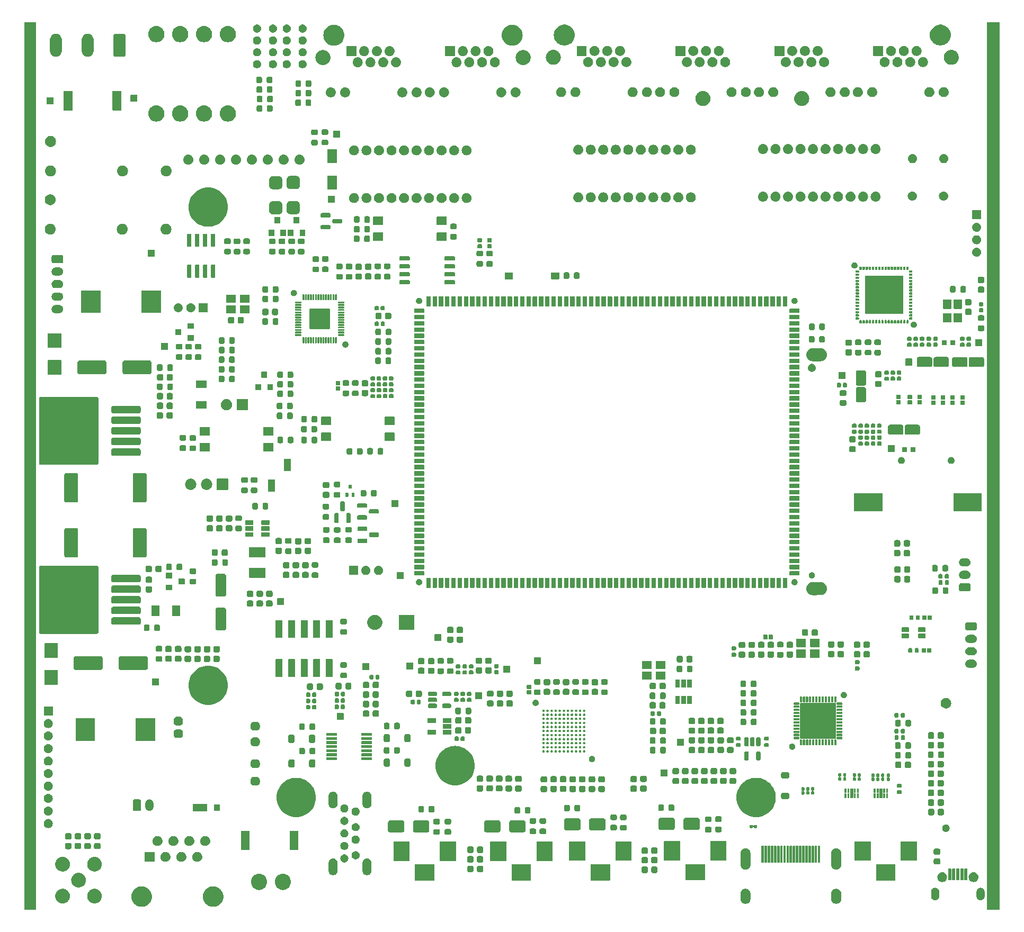
<source format=gts>
G04 #@! TF.GenerationSoftware,KiCad,Pcbnew,8.0.0-rc1*
G04 #@! TF.CreationDate,2024-04-25T15:33:08+03:00*
G04 #@! TF.ProjectId,MXVR_3568_V4.0,4d585652-5f33-4353-9638-5f56342e302e,REV1*
G04 #@! TF.SameCoordinates,Original*
G04 #@! TF.FileFunction,Soldermask,Top*
G04 #@! TF.FilePolarity,Negative*
%FSLAX46Y46*%
G04 Gerber Fmt 4.6, Leading zero omitted, Abs format (unit mm)*
G04 Created by KiCad (PCBNEW 8.0.0-rc1) date 2024-04-25 15:33:08*
%MOMM*%
%LPD*%
G01*
G04 APERTURE LIST*
G04 APERTURE END LIST*
G36*
X49470908Y-25539081D02*
G01*
X49475000Y-25548820D01*
X49475000Y-167511048D01*
X49470913Y-167520913D01*
X49461049Y-167525000D01*
X47638951Y-167525000D01*
X47629086Y-167520913D01*
X47625000Y-167511048D01*
X47625000Y-25558151D01*
X47629111Y-25548225D01*
X47638867Y-25544155D01*
X49461024Y-25535044D01*
X49470908Y-25539081D01*
G37*
G36*
X203470908Y-25549081D02*
G01*
X203475000Y-25558820D01*
X203475000Y-167511048D01*
X203470913Y-167520913D01*
X203461049Y-167525000D01*
X201478951Y-167525000D01*
X201469086Y-167520913D01*
X201465000Y-167511048D01*
X201465000Y-25568951D01*
X201469111Y-25559025D01*
X201478867Y-25554955D01*
X203461024Y-25545044D01*
X203470908Y-25549081D01*
G37*
G36*
X66420251Y-163753742D02*
G01*
X66483372Y-163753742D01*
X66552350Y-163764138D01*
X66618273Y-163769327D01*
X66671406Y-163782083D01*
X66727349Y-163790515D01*
X66800447Y-163813063D01*
X66870187Y-163829806D01*
X66915284Y-163848485D01*
X66963132Y-163863245D01*
X67038248Y-163899419D01*
X67109538Y-163928948D01*
X67146131Y-163951372D01*
X67185437Y-163970301D01*
X67260200Y-164021274D01*
X67330433Y-164064313D01*
X67358557Y-164088333D01*
X67389302Y-164109295D01*
X67461089Y-164175904D01*
X67527433Y-164232567D01*
X67547579Y-164256155D01*
X67570176Y-164277122D01*
X67636241Y-164359965D01*
X67695687Y-164429567D01*
X67708760Y-164450901D01*
X67724017Y-164470032D01*
X67781550Y-164569683D01*
X67831052Y-164650462D01*
X67838323Y-164668016D01*
X67847385Y-164683712D01*
X67893615Y-164801504D01*
X67930194Y-164889813D01*
X67933217Y-164902408D01*
X67937529Y-164913393D01*
X67969815Y-165054850D01*
X67990673Y-165141727D01*
X67991214Y-165148601D01*
X67992435Y-165153951D01*
X68008346Y-165366288D01*
X68011000Y-165400000D01*
X68008346Y-165433714D01*
X67992435Y-165646048D01*
X67991214Y-165651396D01*
X67990673Y-165658273D01*
X67969811Y-165745168D01*
X67937529Y-165886606D01*
X67933218Y-165897588D01*
X67930194Y-165910187D01*
X67893608Y-165998513D01*
X67847385Y-166116287D01*
X67838324Y-166131979D01*
X67831052Y-166149538D01*
X67781540Y-166230333D01*
X67724017Y-166329967D01*
X67708763Y-166349094D01*
X67695687Y-166370433D01*
X67636229Y-166440048D01*
X67570176Y-166522877D01*
X67547583Y-166543839D01*
X67527433Y-166567433D01*
X67461076Y-166624107D01*
X67389302Y-166690704D01*
X67358563Y-166711661D01*
X67330433Y-166735687D01*
X67260186Y-166778734D01*
X67185437Y-166829698D01*
X67146138Y-166848622D01*
X67109538Y-166871052D01*
X67038233Y-166900587D01*
X66963132Y-166936754D01*
X66915293Y-166951510D01*
X66870187Y-166970194D01*
X66800432Y-166986940D01*
X66727349Y-167009484D01*
X66671414Y-167017914D01*
X66618273Y-167030673D01*
X66552346Y-167035861D01*
X66483372Y-167046258D01*
X66420251Y-167046258D01*
X66360000Y-167051000D01*
X66299749Y-167046258D01*
X66236628Y-167046258D01*
X66167652Y-167035861D01*
X66101727Y-167030673D01*
X66048586Y-167017915D01*
X65992650Y-167009484D01*
X65919562Y-166986939D01*
X65849813Y-166970194D01*
X65804709Y-166951511D01*
X65756867Y-166936754D01*
X65681761Y-166900585D01*
X65610462Y-166871052D01*
X65573861Y-166848623D01*
X65534563Y-166829698D01*
X65459810Y-166778732D01*
X65389567Y-166735687D01*
X65361440Y-166711664D01*
X65330697Y-166690704D01*
X65258911Y-166624096D01*
X65192567Y-166567433D01*
X65172420Y-166543844D01*
X65149823Y-166522877D01*
X65083755Y-166440030D01*
X65024313Y-166370433D01*
X65011240Y-166349099D01*
X64995982Y-166329967D01*
X64938442Y-166230304D01*
X64888948Y-166149538D01*
X64881677Y-166131985D01*
X64872614Y-166116287D01*
X64826372Y-165998467D01*
X64789806Y-165910187D01*
X64786782Y-165897595D01*
X64782470Y-165886606D01*
X64750168Y-165745083D01*
X64729327Y-165658273D01*
X64728786Y-165651403D01*
X64727564Y-165646048D01*
X64711632Y-165433448D01*
X64709000Y-165400000D01*
X64711632Y-165366553D01*
X64727564Y-165153951D01*
X64728786Y-165148595D01*
X64729327Y-165141727D01*
X64750163Y-165054935D01*
X64782470Y-164913393D01*
X64786783Y-164902402D01*
X64789806Y-164889813D01*
X64826365Y-164801550D01*
X64872614Y-164683712D01*
X64881679Y-164668010D01*
X64888948Y-164650462D01*
X64938432Y-164569711D01*
X64995982Y-164470032D01*
X65011242Y-164450895D01*
X65024313Y-164429567D01*
X65083743Y-164359983D01*
X65149823Y-164277122D01*
X65172424Y-164256150D01*
X65192567Y-164232567D01*
X65258897Y-164175915D01*
X65330697Y-164109295D01*
X65361446Y-164088330D01*
X65389567Y-164064313D01*
X65459795Y-164021276D01*
X65534563Y-163970301D01*
X65573869Y-163951372D01*
X65610462Y-163928948D01*
X65681746Y-163899421D01*
X65756867Y-163863245D01*
X65804718Y-163848484D01*
X65849813Y-163829806D01*
X65919547Y-163813064D01*
X65992650Y-163790515D01*
X66048594Y-163782082D01*
X66101727Y-163769327D01*
X66167648Y-163764138D01*
X66236628Y-163753742D01*
X66299749Y-163753742D01*
X66360000Y-163749000D01*
X66420251Y-163753742D01*
G37*
G36*
X77850251Y-163753742D02*
G01*
X77913372Y-163753742D01*
X77982350Y-163764138D01*
X78048273Y-163769327D01*
X78101406Y-163782083D01*
X78157349Y-163790515D01*
X78230447Y-163813063D01*
X78300187Y-163829806D01*
X78345284Y-163848485D01*
X78393132Y-163863245D01*
X78468248Y-163899419D01*
X78539538Y-163928948D01*
X78576131Y-163951372D01*
X78615437Y-163970301D01*
X78690200Y-164021274D01*
X78760433Y-164064313D01*
X78788557Y-164088333D01*
X78819302Y-164109295D01*
X78891089Y-164175904D01*
X78957433Y-164232567D01*
X78977579Y-164256155D01*
X79000176Y-164277122D01*
X79066241Y-164359965D01*
X79125687Y-164429567D01*
X79138760Y-164450901D01*
X79154017Y-164470032D01*
X79211550Y-164569683D01*
X79261052Y-164650462D01*
X79268323Y-164668016D01*
X79277385Y-164683712D01*
X79323615Y-164801504D01*
X79360194Y-164889813D01*
X79363217Y-164902408D01*
X79367529Y-164913393D01*
X79399815Y-165054850D01*
X79420673Y-165141727D01*
X79421214Y-165148601D01*
X79422435Y-165153951D01*
X79438346Y-165366288D01*
X79441000Y-165400000D01*
X79438346Y-165433714D01*
X79422435Y-165646048D01*
X79421214Y-165651396D01*
X79420673Y-165658273D01*
X79399811Y-165745168D01*
X79367529Y-165886606D01*
X79363218Y-165897588D01*
X79360194Y-165910187D01*
X79323608Y-165998513D01*
X79277385Y-166116287D01*
X79268324Y-166131979D01*
X79261052Y-166149538D01*
X79211540Y-166230333D01*
X79154017Y-166329967D01*
X79138763Y-166349094D01*
X79125687Y-166370433D01*
X79066229Y-166440048D01*
X79000176Y-166522877D01*
X78977583Y-166543839D01*
X78957433Y-166567433D01*
X78891076Y-166624107D01*
X78819302Y-166690704D01*
X78788563Y-166711661D01*
X78760433Y-166735687D01*
X78690186Y-166778734D01*
X78615437Y-166829698D01*
X78576138Y-166848622D01*
X78539538Y-166871052D01*
X78468233Y-166900587D01*
X78393132Y-166936754D01*
X78345293Y-166951510D01*
X78300187Y-166970194D01*
X78230432Y-166986940D01*
X78157349Y-167009484D01*
X78101414Y-167017914D01*
X78048273Y-167030673D01*
X77982346Y-167035861D01*
X77913372Y-167046258D01*
X77850251Y-167046258D01*
X77790000Y-167051000D01*
X77729749Y-167046258D01*
X77666628Y-167046258D01*
X77597652Y-167035861D01*
X77531727Y-167030673D01*
X77478586Y-167017915D01*
X77422650Y-167009484D01*
X77349562Y-166986939D01*
X77279813Y-166970194D01*
X77234709Y-166951511D01*
X77186867Y-166936754D01*
X77111761Y-166900585D01*
X77040462Y-166871052D01*
X77003861Y-166848623D01*
X76964563Y-166829698D01*
X76889810Y-166778732D01*
X76819567Y-166735687D01*
X76791440Y-166711664D01*
X76760697Y-166690704D01*
X76688911Y-166624096D01*
X76622567Y-166567433D01*
X76602420Y-166543844D01*
X76579823Y-166522877D01*
X76513755Y-166440030D01*
X76454313Y-166370433D01*
X76441240Y-166349099D01*
X76425982Y-166329967D01*
X76368442Y-166230304D01*
X76318948Y-166149538D01*
X76311677Y-166131985D01*
X76302614Y-166116287D01*
X76256372Y-165998467D01*
X76219806Y-165910187D01*
X76216782Y-165897595D01*
X76212470Y-165886606D01*
X76180168Y-165745083D01*
X76159327Y-165658273D01*
X76158786Y-165651403D01*
X76157564Y-165646048D01*
X76141632Y-165433448D01*
X76139000Y-165400000D01*
X76141632Y-165366553D01*
X76157564Y-165153951D01*
X76158786Y-165148595D01*
X76159327Y-165141727D01*
X76180163Y-165054935D01*
X76212470Y-164913393D01*
X76216783Y-164902402D01*
X76219806Y-164889813D01*
X76256365Y-164801550D01*
X76302614Y-164683712D01*
X76311679Y-164668010D01*
X76318948Y-164650462D01*
X76368432Y-164569711D01*
X76425982Y-164470032D01*
X76441242Y-164450895D01*
X76454313Y-164429567D01*
X76513743Y-164359983D01*
X76579823Y-164277122D01*
X76602424Y-164256150D01*
X76622567Y-164232567D01*
X76688897Y-164175915D01*
X76760697Y-164109295D01*
X76791446Y-164088330D01*
X76819567Y-164064313D01*
X76889795Y-164021276D01*
X76964563Y-163970301D01*
X77003869Y-163951372D01*
X77040462Y-163928948D01*
X77111746Y-163899421D01*
X77186867Y-163863245D01*
X77234718Y-163848484D01*
X77279813Y-163829806D01*
X77349547Y-163813064D01*
X77422650Y-163790515D01*
X77478594Y-163782082D01*
X77531727Y-163769327D01*
X77597648Y-163764138D01*
X77666628Y-163753742D01*
X77729749Y-163753742D01*
X77790000Y-163749000D01*
X77850251Y-163753742D01*
G37*
G36*
X163102518Y-164193491D02*
G01*
X163247589Y-164253581D01*
X163378149Y-164340819D01*
X163489181Y-164451851D01*
X163576419Y-164582411D01*
X163636509Y-164727482D01*
X163667143Y-164881488D01*
X163671000Y-165760000D01*
X163667143Y-165838512D01*
X163636509Y-165992518D01*
X163576419Y-166137589D01*
X163489181Y-166268149D01*
X163378149Y-166379181D01*
X163247589Y-166466419D01*
X163102518Y-166526509D01*
X162948512Y-166557143D01*
X162791488Y-166557143D01*
X162637482Y-166526509D01*
X162492411Y-166466419D01*
X162361851Y-166379181D01*
X162250819Y-166268149D01*
X162163581Y-166137589D01*
X162103491Y-165992518D01*
X162072857Y-165838512D01*
X162069000Y-164960000D01*
X162072857Y-164881488D01*
X162103491Y-164727482D01*
X162163581Y-164582411D01*
X162250819Y-164451851D01*
X162361851Y-164340819D01*
X162492411Y-164253581D01*
X162637482Y-164193491D01*
X162791488Y-164162857D01*
X162948512Y-164162857D01*
X163102518Y-164193491D01*
G37*
G36*
X177602518Y-164193491D02*
G01*
X177747589Y-164253581D01*
X177878149Y-164340819D01*
X177989181Y-164451851D01*
X178076419Y-164582411D01*
X178136509Y-164727482D01*
X178167143Y-164881488D01*
X178171000Y-165760000D01*
X178167143Y-165838512D01*
X178136509Y-165992518D01*
X178076419Y-166137589D01*
X177989181Y-166268149D01*
X177878149Y-166379181D01*
X177747589Y-166466419D01*
X177602518Y-166526509D01*
X177448512Y-166557143D01*
X177291488Y-166557143D01*
X177137482Y-166526509D01*
X176992411Y-166466419D01*
X176861851Y-166379181D01*
X176750819Y-166268149D01*
X176663581Y-166137589D01*
X176603491Y-165992518D01*
X176572857Y-165838512D01*
X176569000Y-164960000D01*
X176572857Y-164881488D01*
X176603491Y-164727482D01*
X176663581Y-164582411D01*
X176750819Y-164451851D01*
X176861851Y-164340819D01*
X176992411Y-164253581D01*
X177137482Y-164193491D01*
X177291488Y-164162857D01*
X177448512Y-164162857D01*
X177602518Y-164193491D01*
G37*
G36*
X53785380Y-164149017D02*
G01*
X53838508Y-164149017D01*
X53885247Y-164157754D01*
X53934180Y-164162035D01*
X53994240Y-164178128D01*
X54051828Y-164188893D01*
X54090885Y-164204024D01*
X54132158Y-164215083D01*
X54194640Y-164244219D01*
X54254188Y-164267288D01*
X54284924Y-164286319D01*
X54317915Y-164301703D01*
X54380148Y-164345279D01*
X54438698Y-164381532D01*
X54461141Y-164401991D01*
X54485807Y-164419263D01*
X54544808Y-164478264D01*
X54599074Y-164527734D01*
X54613866Y-164547322D01*
X54630736Y-164564192D01*
X54683358Y-164639344D01*
X54729855Y-164700916D01*
X54738185Y-164717645D01*
X54748296Y-164732085D01*
X54791354Y-164824422D01*
X54826587Y-164895180D01*
X54830089Y-164907491D01*
X54834916Y-164917841D01*
X54865330Y-165031348D01*
X54885976Y-165103911D01*
X54886611Y-165110772D01*
X54887964Y-165115819D01*
X54902904Y-165286598D01*
X54906000Y-165320000D01*
X54902904Y-165353404D01*
X54887964Y-165524180D01*
X54886611Y-165529225D01*
X54885976Y-165536089D01*
X54865325Y-165608667D01*
X54834916Y-165722158D01*
X54830090Y-165732506D01*
X54826587Y-165744820D01*
X54791350Y-165815584D01*
X54748296Y-165907915D01*
X54738185Y-165922354D01*
X54729855Y-165939084D01*
X54683353Y-166000662D01*
X54630736Y-166075807D01*
X54613869Y-166092673D01*
X54599074Y-166112266D01*
X54544796Y-166161746D01*
X54485807Y-166220736D01*
X54461146Y-166238003D01*
X54438698Y-166258468D01*
X54380135Y-166294728D01*
X54317915Y-166338296D01*
X54284930Y-166353676D01*
X54254188Y-166372712D01*
X54194627Y-166395785D01*
X54132158Y-166424916D01*
X54090894Y-166435972D01*
X54051828Y-166451107D01*
X53994228Y-166461874D01*
X53934180Y-166477964D01*
X53885257Y-166482244D01*
X53838508Y-166490983D01*
X53785369Y-166490983D01*
X53730000Y-166495827D01*
X53674631Y-166490983D01*
X53621492Y-166490983D01*
X53574742Y-166482244D01*
X53525819Y-166477964D01*
X53465768Y-166461873D01*
X53408172Y-166451107D01*
X53369107Y-166435973D01*
X53327841Y-166424916D01*
X53265366Y-166395783D01*
X53205812Y-166372712D01*
X53175072Y-166353678D01*
X53142084Y-166338296D01*
X53079855Y-166294722D01*
X53021302Y-166258468D01*
X52998857Y-166238006D01*
X52974192Y-166220736D01*
X52915191Y-166161735D01*
X52860926Y-166112266D01*
X52846133Y-166092677D01*
X52829263Y-166075807D01*
X52776632Y-166000643D01*
X52730145Y-165939084D01*
X52721817Y-165922359D01*
X52711703Y-165907915D01*
X52668633Y-165815552D01*
X52633413Y-165744820D01*
X52629910Y-165732511D01*
X52625083Y-165722158D01*
X52594657Y-165608607D01*
X52574024Y-165536089D01*
X52573388Y-165529231D01*
X52572035Y-165524180D01*
X52557077Y-165353211D01*
X52554000Y-165320000D01*
X52557077Y-165286791D01*
X52572035Y-165115819D01*
X52573388Y-165110766D01*
X52574024Y-165103911D01*
X52594652Y-165031408D01*
X52625083Y-164917841D01*
X52629911Y-164907486D01*
X52633413Y-164895180D01*
X52668630Y-164824454D01*
X52711703Y-164732085D01*
X52721817Y-164717640D01*
X52730145Y-164700916D01*
X52776627Y-164639363D01*
X52829263Y-164564192D01*
X52846136Y-164547318D01*
X52860926Y-164527734D01*
X52915180Y-164478274D01*
X52974192Y-164419263D01*
X52998861Y-164401989D01*
X53021302Y-164381532D01*
X53079848Y-164345281D01*
X53142085Y-164301703D01*
X53175076Y-164286318D01*
X53205812Y-164267288D01*
X53265355Y-164244220D01*
X53327841Y-164215083D01*
X53369116Y-164204023D01*
X53408172Y-164188893D01*
X53465756Y-164178128D01*
X53525819Y-164162035D01*
X53574752Y-164157753D01*
X53621492Y-164149017D01*
X53674620Y-164149017D01*
X53730000Y-164144172D01*
X53785380Y-164149017D01*
G37*
G36*
X58885380Y-164149017D02*
G01*
X58938508Y-164149017D01*
X58985247Y-164157754D01*
X59034180Y-164162035D01*
X59094240Y-164178128D01*
X59151828Y-164188893D01*
X59190885Y-164204024D01*
X59232158Y-164215083D01*
X59294640Y-164244219D01*
X59354188Y-164267288D01*
X59384924Y-164286319D01*
X59417915Y-164301703D01*
X59480148Y-164345279D01*
X59538698Y-164381532D01*
X59561141Y-164401991D01*
X59585807Y-164419263D01*
X59644808Y-164478264D01*
X59699074Y-164527734D01*
X59713866Y-164547322D01*
X59730736Y-164564192D01*
X59783358Y-164639344D01*
X59829855Y-164700916D01*
X59838185Y-164717645D01*
X59848296Y-164732085D01*
X59891354Y-164824422D01*
X59926587Y-164895180D01*
X59930089Y-164907491D01*
X59934916Y-164917841D01*
X59965330Y-165031348D01*
X59985976Y-165103911D01*
X59986611Y-165110772D01*
X59987964Y-165115819D01*
X60002904Y-165286598D01*
X60006000Y-165320000D01*
X60002904Y-165353404D01*
X59987964Y-165524180D01*
X59986611Y-165529225D01*
X59985976Y-165536089D01*
X59965325Y-165608667D01*
X59934916Y-165722158D01*
X59930090Y-165732506D01*
X59926587Y-165744820D01*
X59891350Y-165815584D01*
X59848296Y-165907915D01*
X59838185Y-165922354D01*
X59829855Y-165939084D01*
X59783353Y-166000662D01*
X59730736Y-166075807D01*
X59713869Y-166092673D01*
X59699074Y-166112266D01*
X59644796Y-166161746D01*
X59585807Y-166220736D01*
X59561146Y-166238003D01*
X59538698Y-166258468D01*
X59480135Y-166294728D01*
X59417915Y-166338296D01*
X59384930Y-166353676D01*
X59354188Y-166372712D01*
X59294627Y-166395785D01*
X59232158Y-166424916D01*
X59190894Y-166435972D01*
X59151828Y-166451107D01*
X59094228Y-166461874D01*
X59034180Y-166477964D01*
X58985257Y-166482244D01*
X58938508Y-166490983D01*
X58885369Y-166490983D01*
X58830000Y-166495827D01*
X58774631Y-166490983D01*
X58721492Y-166490983D01*
X58674742Y-166482244D01*
X58625819Y-166477964D01*
X58565768Y-166461873D01*
X58508172Y-166451107D01*
X58469107Y-166435973D01*
X58427841Y-166424916D01*
X58365366Y-166395783D01*
X58305812Y-166372712D01*
X58275072Y-166353678D01*
X58242084Y-166338296D01*
X58179855Y-166294722D01*
X58121302Y-166258468D01*
X58098857Y-166238006D01*
X58074192Y-166220736D01*
X58015191Y-166161735D01*
X57960926Y-166112266D01*
X57946133Y-166092677D01*
X57929263Y-166075807D01*
X57876632Y-166000643D01*
X57830145Y-165939084D01*
X57821817Y-165922359D01*
X57811703Y-165907915D01*
X57768633Y-165815552D01*
X57733413Y-165744820D01*
X57729910Y-165732511D01*
X57725083Y-165722158D01*
X57694657Y-165608607D01*
X57674024Y-165536089D01*
X57673388Y-165529231D01*
X57672035Y-165524180D01*
X57657077Y-165353211D01*
X57654000Y-165320000D01*
X57657077Y-165286791D01*
X57672035Y-165115819D01*
X57673388Y-165110766D01*
X57674024Y-165103911D01*
X57694652Y-165031408D01*
X57725083Y-164917841D01*
X57729911Y-164907486D01*
X57733413Y-164895180D01*
X57768630Y-164824454D01*
X57811703Y-164732085D01*
X57821817Y-164717640D01*
X57830145Y-164700916D01*
X57876627Y-164639363D01*
X57929263Y-164564192D01*
X57946136Y-164547318D01*
X57960926Y-164527734D01*
X58015180Y-164478274D01*
X58074192Y-164419263D01*
X58098861Y-164401989D01*
X58121302Y-164381532D01*
X58179848Y-164345281D01*
X58242085Y-164301703D01*
X58275076Y-164286318D01*
X58305812Y-164267288D01*
X58365355Y-164244220D01*
X58427841Y-164215083D01*
X58469116Y-164204023D01*
X58508172Y-164188893D01*
X58565756Y-164178128D01*
X58625819Y-164162035D01*
X58674752Y-164157753D01*
X58721492Y-164149017D01*
X58774620Y-164149017D01*
X58830000Y-164144172D01*
X58885380Y-164149017D01*
G37*
G36*
X193373975Y-164013282D02*
G01*
X193491879Y-164062119D01*
X193597990Y-164133020D01*
X193688230Y-164223260D01*
X193759131Y-164329371D01*
X193807968Y-164447275D01*
X193832865Y-164572441D01*
X193836000Y-165336250D01*
X193832865Y-165400059D01*
X193807968Y-165525225D01*
X193759131Y-165643129D01*
X193688230Y-165749240D01*
X193597990Y-165839480D01*
X193491879Y-165910381D01*
X193373975Y-165959218D01*
X193248809Y-165984115D01*
X193121191Y-165984115D01*
X192996025Y-165959218D01*
X192878121Y-165910381D01*
X192772010Y-165839480D01*
X192681770Y-165749240D01*
X192610869Y-165643129D01*
X192562032Y-165525225D01*
X192537135Y-165400059D01*
X192534000Y-164636250D01*
X192537135Y-164572441D01*
X192562032Y-164447275D01*
X192610869Y-164329371D01*
X192681770Y-164223260D01*
X192772010Y-164133020D01*
X192878121Y-164062119D01*
X192996025Y-164013282D01*
X193121191Y-163988385D01*
X193248809Y-163988385D01*
X193373975Y-164013282D01*
G37*
G36*
X200623975Y-164013282D02*
G01*
X200741879Y-164062119D01*
X200847990Y-164133020D01*
X200938230Y-164223260D01*
X201009131Y-164329371D01*
X201057968Y-164447275D01*
X201082865Y-164572441D01*
X201086000Y-165336250D01*
X201082865Y-165400059D01*
X201057968Y-165525225D01*
X201009131Y-165643129D01*
X200938230Y-165749240D01*
X200847990Y-165839480D01*
X200741879Y-165910381D01*
X200623975Y-165959218D01*
X200498809Y-165984115D01*
X200371191Y-165984115D01*
X200246025Y-165959218D01*
X200128121Y-165910381D01*
X200022010Y-165839480D01*
X199931770Y-165749240D01*
X199860869Y-165643129D01*
X199812032Y-165525225D01*
X199787135Y-165400059D01*
X199784000Y-164636250D01*
X199787135Y-164572441D01*
X199812032Y-164447275D01*
X199860869Y-164329371D01*
X199931770Y-164223260D01*
X200022010Y-164133020D01*
X200128121Y-164062119D01*
X200246025Y-164013282D01*
X200371191Y-163988385D01*
X200498809Y-163988385D01*
X200623975Y-164013282D01*
G37*
G36*
X85360916Y-161766265D02*
G01*
X85579968Y-161824960D01*
X85785500Y-161920801D01*
X85971267Y-162050876D01*
X86131624Y-162211233D01*
X86261699Y-162397000D01*
X86357540Y-162602532D01*
X86416235Y-162821584D01*
X86436000Y-163047500D01*
X86416235Y-163273416D01*
X86357540Y-163492468D01*
X86261699Y-163698000D01*
X86131624Y-163883767D01*
X85971267Y-164044124D01*
X85785500Y-164174199D01*
X85579968Y-164270040D01*
X85360916Y-164328735D01*
X85135000Y-164348500D01*
X84909084Y-164328735D01*
X84690032Y-164270040D01*
X84484500Y-164174199D01*
X84298733Y-164044124D01*
X84138376Y-163883767D01*
X84008301Y-163698000D01*
X83912460Y-163492468D01*
X83853765Y-163273416D01*
X83834000Y-163047500D01*
X83853765Y-162821584D01*
X83912460Y-162602532D01*
X84008301Y-162397000D01*
X84138376Y-162211233D01*
X84298733Y-162050876D01*
X84484500Y-161920801D01*
X84690032Y-161824960D01*
X84909084Y-161766265D01*
X85135000Y-161746500D01*
X85360916Y-161766265D01*
G37*
G36*
X89170916Y-161766265D02*
G01*
X89389968Y-161824960D01*
X89595500Y-161920801D01*
X89781267Y-162050876D01*
X89941624Y-162211233D01*
X90071699Y-162397000D01*
X90167540Y-162602532D01*
X90226235Y-162821584D01*
X90246000Y-163047500D01*
X90226235Y-163273416D01*
X90167540Y-163492468D01*
X90071699Y-163698000D01*
X89941624Y-163883767D01*
X89781267Y-164044124D01*
X89595500Y-164174199D01*
X89389968Y-164270040D01*
X89170916Y-164328735D01*
X88945000Y-164348500D01*
X88719084Y-164328735D01*
X88500032Y-164270040D01*
X88294500Y-164174199D01*
X88108733Y-164044124D01*
X87948376Y-163883767D01*
X87818301Y-163698000D01*
X87722460Y-163492468D01*
X87663765Y-163273416D01*
X87644000Y-163047500D01*
X87663765Y-162821584D01*
X87722460Y-162602532D01*
X87818301Y-162397000D01*
X87948376Y-162211233D01*
X88108733Y-162050876D01*
X88294500Y-161920801D01*
X88500032Y-161824960D01*
X88719084Y-161766265D01*
X88945000Y-161746500D01*
X89170916Y-161766265D01*
G37*
G36*
X56335380Y-161599017D02*
G01*
X56388508Y-161599017D01*
X56435247Y-161607754D01*
X56484180Y-161612035D01*
X56544240Y-161628128D01*
X56601828Y-161638893D01*
X56640885Y-161654024D01*
X56682158Y-161665083D01*
X56744640Y-161694219D01*
X56804188Y-161717288D01*
X56834924Y-161736319D01*
X56867915Y-161751703D01*
X56930148Y-161795279D01*
X56988698Y-161831532D01*
X57011141Y-161851991D01*
X57035807Y-161869263D01*
X57094808Y-161928264D01*
X57149074Y-161977734D01*
X57163866Y-161997322D01*
X57180736Y-162014192D01*
X57233358Y-162089344D01*
X57279855Y-162150916D01*
X57288185Y-162167645D01*
X57298296Y-162182085D01*
X57341354Y-162274422D01*
X57376587Y-162345180D01*
X57380089Y-162357491D01*
X57384916Y-162367841D01*
X57415330Y-162481348D01*
X57435976Y-162553911D01*
X57436611Y-162560772D01*
X57437964Y-162565819D01*
X57452921Y-162736774D01*
X57456000Y-162770000D01*
X57452918Y-162803256D01*
X57437964Y-162974180D01*
X57436611Y-162979225D01*
X57435976Y-162986089D01*
X57415325Y-163058667D01*
X57384916Y-163172158D01*
X57380090Y-163182506D01*
X57376587Y-163194820D01*
X57341350Y-163265584D01*
X57298296Y-163357915D01*
X57288185Y-163372354D01*
X57279855Y-163389084D01*
X57233353Y-163450662D01*
X57180736Y-163525807D01*
X57163869Y-163542673D01*
X57149074Y-163562266D01*
X57094796Y-163611746D01*
X57035807Y-163670736D01*
X57011146Y-163688003D01*
X56988698Y-163708468D01*
X56930135Y-163744728D01*
X56867915Y-163788296D01*
X56834930Y-163803676D01*
X56804188Y-163822712D01*
X56744627Y-163845785D01*
X56682158Y-163874916D01*
X56640894Y-163885972D01*
X56601828Y-163901107D01*
X56544228Y-163911874D01*
X56484180Y-163927964D01*
X56435257Y-163932244D01*
X56388508Y-163940983D01*
X56335369Y-163940983D01*
X56280000Y-163945827D01*
X56224631Y-163940983D01*
X56171492Y-163940983D01*
X56124742Y-163932244D01*
X56075819Y-163927964D01*
X56015768Y-163911873D01*
X55958172Y-163901107D01*
X55919107Y-163885973D01*
X55877841Y-163874916D01*
X55815366Y-163845783D01*
X55755812Y-163822712D01*
X55725072Y-163803678D01*
X55692084Y-163788296D01*
X55629855Y-163744722D01*
X55571302Y-163708468D01*
X55548857Y-163688006D01*
X55524192Y-163670736D01*
X55465191Y-163611735D01*
X55410926Y-163562266D01*
X55396133Y-163542677D01*
X55379263Y-163525807D01*
X55326632Y-163450643D01*
X55280145Y-163389084D01*
X55271817Y-163372359D01*
X55261703Y-163357915D01*
X55218633Y-163265552D01*
X55183413Y-163194820D01*
X55179910Y-163182511D01*
X55175083Y-163172158D01*
X55144657Y-163058607D01*
X55124024Y-162986089D01*
X55123388Y-162979231D01*
X55122035Y-162974180D01*
X55107078Y-162803225D01*
X55104000Y-162770000D01*
X55107075Y-162736805D01*
X55122035Y-162565819D01*
X55123388Y-162560766D01*
X55124024Y-162553911D01*
X55144652Y-162481408D01*
X55175083Y-162367841D01*
X55179911Y-162357486D01*
X55183413Y-162345180D01*
X55218630Y-162274454D01*
X55261703Y-162182085D01*
X55271817Y-162167640D01*
X55280145Y-162150916D01*
X55326627Y-162089363D01*
X55379263Y-162014192D01*
X55396136Y-161997318D01*
X55410926Y-161977734D01*
X55465180Y-161928274D01*
X55524192Y-161869263D01*
X55548861Y-161851989D01*
X55571302Y-161831532D01*
X55629848Y-161795281D01*
X55692085Y-161751703D01*
X55725076Y-161736318D01*
X55755812Y-161717288D01*
X55815355Y-161694220D01*
X55877841Y-161665083D01*
X55919116Y-161654023D01*
X55958172Y-161638893D01*
X56015756Y-161628128D01*
X56075819Y-161612035D01*
X56124752Y-161607753D01*
X56171492Y-161599017D01*
X56224620Y-161599017D01*
X56280000Y-161594172D01*
X56335380Y-161599017D01*
G37*
G36*
X194482676Y-161549706D02*
G01*
X194646694Y-161607098D01*
X194793828Y-161699549D01*
X194916701Y-161822422D01*
X195009152Y-161969556D01*
X195066544Y-162133574D01*
X195086000Y-162306250D01*
X195066544Y-162478926D01*
X195009152Y-162642944D01*
X194916701Y-162790078D01*
X194793828Y-162912951D01*
X194646694Y-163005402D01*
X194482676Y-163062794D01*
X194310000Y-163082250D01*
X194137324Y-163062794D01*
X193973306Y-163005402D01*
X193826172Y-162912951D01*
X193703299Y-162790078D01*
X193610848Y-162642944D01*
X193553456Y-162478926D01*
X193534000Y-162306250D01*
X193553456Y-162133574D01*
X193610848Y-161969556D01*
X193703299Y-161822422D01*
X193826172Y-161699549D01*
X193973306Y-161607098D01*
X194137324Y-161549706D01*
X194310000Y-161530250D01*
X194482676Y-161549706D01*
G37*
G36*
X199482676Y-161549706D02*
G01*
X199646694Y-161607098D01*
X199793828Y-161699549D01*
X199916701Y-161822422D01*
X200009152Y-161969556D01*
X200066544Y-162133574D01*
X200086000Y-162306250D01*
X200066544Y-162478926D01*
X200009152Y-162642944D01*
X199916701Y-162790078D01*
X199793828Y-162912951D01*
X199646694Y-163005402D01*
X199482676Y-163062794D01*
X199310000Y-163082250D01*
X199137324Y-163062794D01*
X198973306Y-163005402D01*
X198826172Y-162912951D01*
X198703299Y-162790078D01*
X198610848Y-162642944D01*
X198553456Y-162478926D01*
X198534000Y-162306250D01*
X198553456Y-162133574D01*
X198610848Y-161969556D01*
X198703299Y-161822422D01*
X198826172Y-161699549D01*
X198973306Y-161607098D01*
X199137324Y-161549706D01*
X199310000Y-161530250D01*
X199482676Y-161549706D01*
G37*
G36*
X113119517Y-160255382D02*
G01*
X113136062Y-160266438D01*
X113147118Y-160282983D01*
X113151000Y-160302500D01*
X113151000Y-162802500D01*
X113147118Y-162822017D01*
X113136062Y-162838562D01*
X113119517Y-162849618D01*
X113100000Y-162853500D01*
X110100000Y-162853500D01*
X110080483Y-162849618D01*
X110063938Y-162838562D01*
X110052882Y-162822017D01*
X110049000Y-162802500D01*
X110049000Y-160302500D01*
X110052882Y-160282983D01*
X110063938Y-160266438D01*
X110080483Y-160255382D01*
X110100000Y-160251500D01*
X113100000Y-160251500D01*
X113119517Y-160255382D01*
G37*
G36*
X128574517Y-160245382D02*
G01*
X128591062Y-160256438D01*
X128602118Y-160272983D01*
X128606000Y-160292500D01*
X128606000Y-162792500D01*
X128602118Y-162812017D01*
X128591062Y-162828562D01*
X128574517Y-162839618D01*
X128555000Y-162843500D01*
X125555000Y-162843500D01*
X125535483Y-162839618D01*
X125518938Y-162828562D01*
X125507882Y-162812017D01*
X125504000Y-162792500D01*
X125504000Y-160292500D01*
X125507882Y-160272983D01*
X125518938Y-160256438D01*
X125535483Y-160245382D01*
X125555000Y-160241500D01*
X128555000Y-160241500D01*
X128574517Y-160245382D01*
G37*
G36*
X141199517Y-160222882D02*
G01*
X141216062Y-160233938D01*
X141227118Y-160250483D01*
X141231000Y-160270000D01*
X141231000Y-162770000D01*
X141227118Y-162789517D01*
X141216062Y-162806062D01*
X141199517Y-162817118D01*
X141180000Y-162821000D01*
X138180000Y-162821000D01*
X138160483Y-162817118D01*
X138143938Y-162806062D01*
X138132882Y-162789517D01*
X138129000Y-162770000D01*
X138129000Y-160270000D01*
X138132882Y-160250483D01*
X138143938Y-160233938D01*
X138160483Y-160222882D01*
X138180000Y-160219000D01*
X141180000Y-160219000D01*
X141199517Y-160222882D01*
G37*
G36*
X186809517Y-160222882D02*
G01*
X186826062Y-160233938D01*
X186837118Y-160250483D01*
X186841000Y-160270000D01*
X186841000Y-162770000D01*
X186837118Y-162789517D01*
X186826062Y-162806062D01*
X186809517Y-162817118D01*
X186790000Y-162821000D01*
X183790000Y-162821000D01*
X183770483Y-162817118D01*
X183753938Y-162806062D01*
X183742882Y-162789517D01*
X183739000Y-162770000D01*
X183739000Y-160270000D01*
X183742882Y-160250483D01*
X183753938Y-160233938D01*
X183770483Y-160222882D01*
X183790000Y-160219000D01*
X186790000Y-160219000D01*
X186809517Y-160222882D01*
G37*
G36*
X156359517Y-160202882D02*
G01*
X156376062Y-160213938D01*
X156387118Y-160230483D01*
X156391000Y-160250000D01*
X156391000Y-162750000D01*
X156387118Y-162769517D01*
X156376062Y-162786062D01*
X156359517Y-162797118D01*
X156340000Y-162801000D01*
X153340000Y-162801000D01*
X153320483Y-162797118D01*
X153303938Y-162786062D01*
X153292882Y-162769517D01*
X153289000Y-162750000D01*
X153289000Y-160250000D01*
X153292882Y-160230483D01*
X153303938Y-160213938D01*
X153320483Y-160202882D01*
X153340000Y-160199000D01*
X156340000Y-160199000D01*
X156359517Y-160202882D01*
G37*
G36*
X195729517Y-160939132D02*
G01*
X195746062Y-160950188D01*
X195757118Y-160966733D01*
X195761000Y-160986250D01*
X195761000Y-162731250D01*
X195757118Y-162750767D01*
X195746062Y-162767312D01*
X195729517Y-162778368D01*
X195710000Y-162782250D01*
X195310000Y-162782250D01*
X195290483Y-162778368D01*
X195273938Y-162767312D01*
X195262882Y-162750767D01*
X195259000Y-162731250D01*
X195259000Y-160986250D01*
X195262882Y-160966733D01*
X195273938Y-160950188D01*
X195290483Y-160939132D01*
X195310000Y-160935250D01*
X195710000Y-160935250D01*
X195729517Y-160939132D01*
G37*
G36*
X196379517Y-160939132D02*
G01*
X196396062Y-160950188D01*
X196407118Y-160966733D01*
X196411000Y-160986250D01*
X196411000Y-162731250D01*
X196407118Y-162750767D01*
X196396062Y-162767312D01*
X196379517Y-162778368D01*
X196360000Y-162782250D01*
X195960000Y-162782250D01*
X195940483Y-162778368D01*
X195923938Y-162767312D01*
X195912882Y-162750767D01*
X195909000Y-162731250D01*
X195909000Y-160986250D01*
X195912882Y-160966733D01*
X195923938Y-160950188D01*
X195940483Y-160939132D01*
X195960000Y-160935250D01*
X196360000Y-160935250D01*
X196379517Y-160939132D01*
G37*
G36*
X197029517Y-160939132D02*
G01*
X197046062Y-160950188D01*
X197057118Y-160966733D01*
X197061000Y-160986250D01*
X197061000Y-162731250D01*
X197057118Y-162750767D01*
X197046062Y-162767312D01*
X197029517Y-162778368D01*
X197010000Y-162782250D01*
X196610000Y-162782250D01*
X196590483Y-162778368D01*
X196573938Y-162767312D01*
X196562882Y-162750767D01*
X196559000Y-162731250D01*
X196559000Y-160986250D01*
X196562882Y-160966733D01*
X196573938Y-160950188D01*
X196590483Y-160939132D01*
X196610000Y-160935250D01*
X197010000Y-160935250D01*
X197029517Y-160939132D01*
G37*
G36*
X197679517Y-160939132D02*
G01*
X197696062Y-160950188D01*
X197707118Y-160966733D01*
X197711000Y-160986250D01*
X197711000Y-162731250D01*
X197707118Y-162750767D01*
X197696062Y-162767312D01*
X197679517Y-162778368D01*
X197660000Y-162782250D01*
X197260000Y-162782250D01*
X197240483Y-162778368D01*
X197223938Y-162767312D01*
X197212882Y-162750767D01*
X197209000Y-162731250D01*
X197209000Y-160986250D01*
X197212882Y-160966733D01*
X197223938Y-160950188D01*
X197240483Y-160939132D01*
X197260000Y-160935250D01*
X197660000Y-160935250D01*
X197679517Y-160939132D01*
G37*
G36*
X198329517Y-160939132D02*
G01*
X198346062Y-160950188D01*
X198357118Y-160966733D01*
X198361000Y-160986250D01*
X198361000Y-162731250D01*
X198357118Y-162750767D01*
X198346062Y-162767312D01*
X198329517Y-162778368D01*
X198310000Y-162782250D01*
X197910000Y-162782250D01*
X197890483Y-162778368D01*
X197873938Y-162767312D01*
X197862882Y-162750767D01*
X197859000Y-162731250D01*
X197859000Y-160986250D01*
X197862882Y-160966733D01*
X197873938Y-160950188D01*
X197890483Y-160939132D01*
X197910000Y-160935250D01*
X198310000Y-160935250D01*
X198329517Y-160939132D01*
G37*
G36*
X97153490Y-159329185D02*
G01*
X97280449Y-159381773D01*
X97394710Y-159458120D01*
X97491880Y-159555290D01*
X97568227Y-159669551D01*
X97620815Y-159796510D01*
X97647624Y-159931290D01*
X97651000Y-161300000D01*
X97647624Y-161368710D01*
X97620815Y-161503490D01*
X97568227Y-161630449D01*
X97491880Y-161744710D01*
X97394710Y-161841880D01*
X97280449Y-161918227D01*
X97153490Y-161970815D01*
X97018710Y-161997624D01*
X96881290Y-161997624D01*
X96746510Y-161970815D01*
X96619551Y-161918227D01*
X96505290Y-161841880D01*
X96408120Y-161744710D01*
X96331773Y-161630449D01*
X96279185Y-161503490D01*
X96252376Y-161368710D01*
X96249000Y-160000000D01*
X96252376Y-159931290D01*
X96279185Y-159796510D01*
X96331773Y-159669551D01*
X96408120Y-159555290D01*
X96505290Y-159458120D01*
X96619551Y-159381773D01*
X96746510Y-159329185D01*
X96881290Y-159302376D01*
X97018710Y-159302376D01*
X97153490Y-159329185D01*
G37*
G36*
X102573490Y-159329185D02*
G01*
X102700449Y-159381773D01*
X102814710Y-159458120D01*
X102911880Y-159555290D01*
X102988227Y-159669551D01*
X103040815Y-159796510D01*
X103067624Y-159931290D01*
X103071000Y-161300000D01*
X103067624Y-161368710D01*
X103040815Y-161503490D01*
X102988227Y-161630449D01*
X102911880Y-161744710D01*
X102814710Y-161841880D01*
X102700449Y-161918227D01*
X102573490Y-161970815D01*
X102438710Y-161997624D01*
X102301290Y-161997624D01*
X102166510Y-161970815D01*
X102039551Y-161918227D01*
X101925290Y-161841880D01*
X101828120Y-161744710D01*
X101751773Y-161630449D01*
X101699185Y-161503490D01*
X101672376Y-161368710D01*
X101669000Y-160000000D01*
X101672376Y-159931290D01*
X101699185Y-159796510D01*
X101751773Y-159669551D01*
X101828120Y-159555290D01*
X101925290Y-159458120D01*
X102039551Y-159381773D01*
X102166510Y-159329185D01*
X102301290Y-159302376D01*
X102438710Y-159302376D01*
X102573490Y-159329185D01*
G37*
G36*
X146995774Y-160595148D02*
G01*
X147060341Y-160603649D01*
X147076580Y-160611221D01*
X147095621Y-160615009D01*
X147120839Y-160631859D01*
X147147908Y-160644482D01*
X147164377Y-160660951D01*
X147185161Y-160674839D01*
X147199048Y-160695622D01*
X147215517Y-160712091D01*
X147228138Y-160739157D01*
X147244991Y-160764379D01*
X147248778Y-160783422D01*
X147256350Y-160799659D01*
X147264848Y-160864212D01*
X147266000Y-160870000D01*
X147266000Y-161370000D01*
X147264848Y-161375789D01*
X147256350Y-161440341D01*
X147248779Y-161456577D01*
X147244991Y-161475621D01*
X147228136Y-161500844D01*
X147215517Y-161527908D01*
X147199050Y-161544374D01*
X147185161Y-161565161D01*
X147164374Y-161579050D01*
X147147908Y-161595517D01*
X147120845Y-161608136D01*
X147095621Y-161624991D01*
X147076575Y-161628779D01*
X147060340Y-161636350D01*
X146995789Y-161644848D01*
X146990000Y-161646000D01*
X146540000Y-161646000D01*
X146534212Y-161644848D01*
X146469658Y-161636350D01*
X146453421Y-161628778D01*
X146434379Y-161624991D01*
X146409157Y-161608138D01*
X146382091Y-161595517D01*
X146365622Y-161579048D01*
X146344839Y-161565161D01*
X146330951Y-161544377D01*
X146314482Y-161527908D01*
X146301860Y-161500840D01*
X146285009Y-161475621D01*
X146281221Y-161456579D01*
X146273649Y-161440340D01*
X146265148Y-161375774D01*
X146264000Y-161370000D01*
X146264000Y-160870000D01*
X146265148Y-160864227D01*
X146273649Y-160799658D01*
X146281222Y-160783417D01*
X146285009Y-160764379D01*
X146301858Y-160739162D01*
X146314482Y-160712091D01*
X146330953Y-160695619D01*
X146344839Y-160674839D01*
X146365619Y-160660953D01*
X146382091Y-160644482D01*
X146409162Y-160631858D01*
X146434379Y-160615009D01*
X146453418Y-160611221D01*
X146469659Y-160603649D01*
X146534227Y-160595148D01*
X146540000Y-160594000D01*
X146990000Y-160594000D01*
X146995774Y-160595148D01*
G37*
G36*
X148545774Y-160595148D02*
G01*
X148610341Y-160603649D01*
X148626580Y-160611221D01*
X148645621Y-160615009D01*
X148670839Y-160631859D01*
X148697908Y-160644482D01*
X148714377Y-160660951D01*
X148735161Y-160674839D01*
X148749048Y-160695622D01*
X148765517Y-160712091D01*
X148778138Y-160739157D01*
X148794991Y-160764379D01*
X148798778Y-160783422D01*
X148806350Y-160799659D01*
X148814848Y-160864212D01*
X148816000Y-160870000D01*
X148816000Y-161370000D01*
X148814848Y-161375789D01*
X148806350Y-161440341D01*
X148798779Y-161456577D01*
X148794991Y-161475621D01*
X148778136Y-161500844D01*
X148765517Y-161527908D01*
X148749050Y-161544374D01*
X148735161Y-161565161D01*
X148714374Y-161579050D01*
X148697908Y-161595517D01*
X148670845Y-161608136D01*
X148645621Y-161624991D01*
X148626575Y-161628779D01*
X148610340Y-161636350D01*
X148545789Y-161644848D01*
X148540000Y-161646000D01*
X148090000Y-161646000D01*
X148084212Y-161644848D01*
X148019658Y-161636350D01*
X148003421Y-161628778D01*
X147984379Y-161624991D01*
X147959157Y-161608138D01*
X147932091Y-161595517D01*
X147915622Y-161579048D01*
X147894839Y-161565161D01*
X147880951Y-161544377D01*
X147864482Y-161527908D01*
X147851860Y-161500840D01*
X147835009Y-161475621D01*
X147831221Y-161456579D01*
X147823649Y-161440340D01*
X147815148Y-161375774D01*
X147814000Y-161370000D01*
X147814000Y-160870000D01*
X147815148Y-160864227D01*
X147823649Y-160799658D01*
X147831222Y-160783417D01*
X147835009Y-160764379D01*
X147851858Y-160739162D01*
X147864482Y-160712091D01*
X147880953Y-160695619D01*
X147894839Y-160674839D01*
X147915619Y-160660953D01*
X147932091Y-160644482D01*
X147959162Y-160631858D01*
X147984379Y-160615009D01*
X148003418Y-160611221D01*
X148019659Y-160603649D01*
X148084227Y-160595148D01*
X148090000Y-160594000D01*
X148540000Y-160594000D01*
X148545774Y-160595148D01*
G37*
G36*
X119140774Y-160465148D02*
G01*
X119205341Y-160473649D01*
X119221580Y-160481221D01*
X119240621Y-160485009D01*
X119265839Y-160501859D01*
X119292908Y-160514482D01*
X119309377Y-160530951D01*
X119330161Y-160544839D01*
X119344048Y-160565622D01*
X119360517Y-160582091D01*
X119373138Y-160609157D01*
X119389991Y-160634379D01*
X119393778Y-160653422D01*
X119401350Y-160669659D01*
X119409848Y-160734212D01*
X119411000Y-160740000D01*
X119411000Y-161240000D01*
X119409848Y-161245789D01*
X119401350Y-161310341D01*
X119393779Y-161326577D01*
X119389991Y-161345621D01*
X119373136Y-161370844D01*
X119360517Y-161397908D01*
X119344050Y-161414374D01*
X119330161Y-161435161D01*
X119309374Y-161449050D01*
X119292908Y-161465517D01*
X119265845Y-161478136D01*
X119240621Y-161494991D01*
X119221575Y-161498779D01*
X119205340Y-161506350D01*
X119140789Y-161514848D01*
X119135000Y-161516000D01*
X118685000Y-161516000D01*
X118679212Y-161514848D01*
X118614658Y-161506350D01*
X118598421Y-161498778D01*
X118579379Y-161494991D01*
X118554157Y-161478138D01*
X118527091Y-161465517D01*
X118510622Y-161449048D01*
X118489839Y-161435161D01*
X118475951Y-161414377D01*
X118459482Y-161397908D01*
X118446860Y-161370840D01*
X118430009Y-161345621D01*
X118426221Y-161326579D01*
X118418649Y-161310340D01*
X118410148Y-161245774D01*
X118409000Y-161240000D01*
X118409000Y-160740000D01*
X118410148Y-160734227D01*
X118418649Y-160669658D01*
X118426222Y-160653417D01*
X118430009Y-160634379D01*
X118446858Y-160609162D01*
X118459482Y-160582091D01*
X118475953Y-160565619D01*
X118489839Y-160544839D01*
X118510619Y-160530953D01*
X118527091Y-160514482D01*
X118554162Y-160501858D01*
X118579379Y-160485009D01*
X118598418Y-160481221D01*
X118614659Y-160473649D01*
X118679227Y-160465148D01*
X118685000Y-160464000D01*
X119135000Y-160464000D01*
X119140774Y-160465148D01*
G37*
G36*
X120690774Y-160465148D02*
G01*
X120755341Y-160473649D01*
X120771580Y-160481221D01*
X120790621Y-160485009D01*
X120815839Y-160501859D01*
X120842908Y-160514482D01*
X120859377Y-160530951D01*
X120880161Y-160544839D01*
X120894048Y-160565622D01*
X120910517Y-160582091D01*
X120923138Y-160609157D01*
X120939991Y-160634379D01*
X120943778Y-160653422D01*
X120951350Y-160669659D01*
X120959848Y-160734212D01*
X120961000Y-160740000D01*
X120961000Y-161240000D01*
X120959848Y-161245789D01*
X120951350Y-161310341D01*
X120943779Y-161326577D01*
X120939991Y-161345621D01*
X120923136Y-161370844D01*
X120910517Y-161397908D01*
X120894050Y-161414374D01*
X120880161Y-161435161D01*
X120859374Y-161449050D01*
X120842908Y-161465517D01*
X120815845Y-161478136D01*
X120790621Y-161494991D01*
X120771575Y-161498779D01*
X120755340Y-161506350D01*
X120690789Y-161514848D01*
X120685000Y-161516000D01*
X120235000Y-161516000D01*
X120229212Y-161514848D01*
X120164658Y-161506350D01*
X120148421Y-161498778D01*
X120129379Y-161494991D01*
X120104157Y-161478138D01*
X120077091Y-161465517D01*
X120060622Y-161449048D01*
X120039839Y-161435161D01*
X120025951Y-161414377D01*
X120009482Y-161397908D01*
X119996860Y-161370840D01*
X119980009Y-161345621D01*
X119976221Y-161326579D01*
X119968649Y-161310340D01*
X119960148Y-161245774D01*
X119959000Y-161240000D01*
X119959000Y-160740000D01*
X119960148Y-160734227D01*
X119968649Y-160669658D01*
X119976222Y-160653417D01*
X119980009Y-160634379D01*
X119996858Y-160609162D01*
X120009482Y-160582091D01*
X120025953Y-160565619D01*
X120039839Y-160544839D01*
X120060619Y-160530953D01*
X120077091Y-160514482D01*
X120104162Y-160501858D01*
X120129379Y-160485009D01*
X120148418Y-160481221D01*
X120164659Y-160473649D01*
X120229227Y-160465148D01*
X120235000Y-160464000D01*
X120685000Y-160464000D01*
X120690774Y-160465148D01*
G37*
G36*
X53785380Y-159049017D02*
G01*
X53838508Y-159049017D01*
X53885247Y-159057754D01*
X53934180Y-159062035D01*
X53994240Y-159078128D01*
X54051828Y-159088893D01*
X54090885Y-159104024D01*
X54132158Y-159115083D01*
X54194640Y-159144219D01*
X54254188Y-159167288D01*
X54284924Y-159186319D01*
X54317915Y-159201703D01*
X54380148Y-159245279D01*
X54438698Y-159281532D01*
X54461141Y-159301991D01*
X54485807Y-159319263D01*
X54544808Y-159378264D01*
X54599074Y-159427734D01*
X54613866Y-159447322D01*
X54630736Y-159464192D01*
X54683358Y-159539344D01*
X54729855Y-159600916D01*
X54738185Y-159617645D01*
X54748296Y-159632085D01*
X54791354Y-159724422D01*
X54826587Y-159795180D01*
X54830089Y-159807491D01*
X54834916Y-159817841D01*
X54865330Y-159931348D01*
X54885976Y-160003911D01*
X54886611Y-160010772D01*
X54887964Y-160015819D01*
X54902904Y-160186598D01*
X54906000Y-160220000D01*
X54902904Y-160253404D01*
X54887964Y-160424180D01*
X54886611Y-160429225D01*
X54885976Y-160436089D01*
X54865325Y-160508667D01*
X54834916Y-160622158D01*
X54830090Y-160632506D01*
X54826587Y-160644820D01*
X54791350Y-160715584D01*
X54748296Y-160807915D01*
X54738185Y-160822354D01*
X54729855Y-160839084D01*
X54683353Y-160900662D01*
X54630736Y-160975807D01*
X54613869Y-160992673D01*
X54599074Y-161012266D01*
X54544796Y-161061746D01*
X54485807Y-161120736D01*
X54461146Y-161138003D01*
X54438698Y-161158468D01*
X54380135Y-161194728D01*
X54317915Y-161238296D01*
X54284930Y-161253676D01*
X54254188Y-161272712D01*
X54194627Y-161295785D01*
X54132158Y-161324916D01*
X54090894Y-161335972D01*
X54051828Y-161351107D01*
X53994228Y-161361874D01*
X53934180Y-161377964D01*
X53885257Y-161382244D01*
X53838508Y-161390983D01*
X53785369Y-161390983D01*
X53730000Y-161395827D01*
X53674631Y-161390983D01*
X53621492Y-161390983D01*
X53574742Y-161382244D01*
X53525819Y-161377964D01*
X53465768Y-161361873D01*
X53408172Y-161351107D01*
X53369107Y-161335973D01*
X53327841Y-161324916D01*
X53265366Y-161295783D01*
X53205812Y-161272712D01*
X53175072Y-161253678D01*
X53142084Y-161238296D01*
X53079855Y-161194722D01*
X53021302Y-161158468D01*
X52998857Y-161138006D01*
X52974192Y-161120736D01*
X52915191Y-161061735D01*
X52860926Y-161012266D01*
X52846133Y-160992677D01*
X52829263Y-160975807D01*
X52776632Y-160900643D01*
X52730145Y-160839084D01*
X52721817Y-160822359D01*
X52711703Y-160807915D01*
X52668633Y-160715552D01*
X52633413Y-160644820D01*
X52629910Y-160632511D01*
X52625083Y-160622158D01*
X52594657Y-160508607D01*
X52574024Y-160436089D01*
X52573388Y-160429231D01*
X52572035Y-160424180D01*
X52557077Y-160253211D01*
X52554000Y-160220000D01*
X52557077Y-160186791D01*
X52572035Y-160015819D01*
X52573388Y-160010766D01*
X52574024Y-160003911D01*
X52594652Y-159931408D01*
X52625083Y-159817841D01*
X52629911Y-159807486D01*
X52633413Y-159795180D01*
X52668630Y-159724454D01*
X52711703Y-159632085D01*
X52721817Y-159617640D01*
X52730145Y-159600916D01*
X52776627Y-159539363D01*
X52829263Y-159464192D01*
X52846136Y-159447318D01*
X52860926Y-159427734D01*
X52915180Y-159378274D01*
X52974192Y-159319263D01*
X52998861Y-159301989D01*
X53021302Y-159281532D01*
X53079848Y-159245281D01*
X53142085Y-159201703D01*
X53175076Y-159186318D01*
X53205812Y-159167288D01*
X53265355Y-159144220D01*
X53327841Y-159115083D01*
X53369116Y-159104023D01*
X53408172Y-159088893D01*
X53465756Y-159078128D01*
X53525819Y-159062035D01*
X53574752Y-159057753D01*
X53621492Y-159049017D01*
X53674620Y-159049017D01*
X53730000Y-159044172D01*
X53785380Y-159049017D01*
G37*
G36*
X58885380Y-159049017D02*
G01*
X58938508Y-159049017D01*
X58985247Y-159057754D01*
X59034180Y-159062035D01*
X59094240Y-159078128D01*
X59151828Y-159088893D01*
X59190885Y-159104024D01*
X59232158Y-159115083D01*
X59294640Y-159144219D01*
X59354188Y-159167288D01*
X59384924Y-159186319D01*
X59417915Y-159201703D01*
X59480148Y-159245279D01*
X59538698Y-159281532D01*
X59561141Y-159301991D01*
X59585807Y-159319263D01*
X59644808Y-159378264D01*
X59699074Y-159427734D01*
X59713866Y-159447322D01*
X59730736Y-159464192D01*
X59783358Y-159539344D01*
X59829855Y-159600916D01*
X59838185Y-159617645D01*
X59848296Y-159632085D01*
X59891354Y-159724422D01*
X59926587Y-159795180D01*
X59930089Y-159807491D01*
X59934916Y-159817841D01*
X59965330Y-159931348D01*
X59985976Y-160003911D01*
X59986611Y-160010772D01*
X59987964Y-160015819D01*
X60002904Y-160186598D01*
X60006000Y-160220000D01*
X60002904Y-160253404D01*
X59987964Y-160424180D01*
X59986611Y-160429225D01*
X59985976Y-160436089D01*
X59965325Y-160508667D01*
X59934916Y-160622158D01*
X59930090Y-160632506D01*
X59926587Y-160644820D01*
X59891350Y-160715584D01*
X59848296Y-160807915D01*
X59838185Y-160822354D01*
X59829855Y-160839084D01*
X59783353Y-160900662D01*
X59730736Y-160975807D01*
X59713869Y-160992673D01*
X59699074Y-161012266D01*
X59644796Y-161061746D01*
X59585807Y-161120736D01*
X59561146Y-161138003D01*
X59538698Y-161158468D01*
X59480135Y-161194728D01*
X59417915Y-161238296D01*
X59384930Y-161253676D01*
X59354188Y-161272712D01*
X59294627Y-161295785D01*
X59232158Y-161324916D01*
X59190894Y-161335972D01*
X59151828Y-161351107D01*
X59094228Y-161361874D01*
X59034180Y-161377964D01*
X58985257Y-161382244D01*
X58938508Y-161390983D01*
X58885369Y-161390983D01*
X58830000Y-161395827D01*
X58774631Y-161390983D01*
X58721492Y-161390983D01*
X58674742Y-161382244D01*
X58625819Y-161377964D01*
X58565768Y-161361873D01*
X58508172Y-161351107D01*
X58469107Y-161335973D01*
X58427841Y-161324916D01*
X58365366Y-161295783D01*
X58305812Y-161272712D01*
X58275072Y-161253678D01*
X58242084Y-161238296D01*
X58179855Y-161194722D01*
X58121302Y-161158468D01*
X58098857Y-161138006D01*
X58074192Y-161120736D01*
X58015191Y-161061735D01*
X57960926Y-161012266D01*
X57946133Y-160992677D01*
X57929263Y-160975807D01*
X57876632Y-160900643D01*
X57830145Y-160839084D01*
X57821817Y-160822359D01*
X57811703Y-160807915D01*
X57768633Y-160715552D01*
X57733413Y-160644820D01*
X57729910Y-160632511D01*
X57725083Y-160622158D01*
X57694657Y-160508607D01*
X57674024Y-160436089D01*
X57673388Y-160429231D01*
X57672035Y-160424180D01*
X57657077Y-160253211D01*
X57654000Y-160220000D01*
X57657077Y-160186791D01*
X57672035Y-160015819D01*
X57673388Y-160010766D01*
X57674024Y-160003911D01*
X57694652Y-159931408D01*
X57725083Y-159817841D01*
X57729911Y-159807486D01*
X57733413Y-159795180D01*
X57768630Y-159724454D01*
X57811703Y-159632085D01*
X57821817Y-159617640D01*
X57830145Y-159600916D01*
X57876627Y-159539363D01*
X57929263Y-159464192D01*
X57946136Y-159447318D01*
X57960926Y-159427734D01*
X58015180Y-159378274D01*
X58074192Y-159319263D01*
X58098861Y-159301989D01*
X58121302Y-159281532D01*
X58179848Y-159245281D01*
X58242085Y-159201703D01*
X58275076Y-159186318D01*
X58305812Y-159167288D01*
X58365355Y-159144220D01*
X58427841Y-159115083D01*
X58469116Y-159104023D01*
X58508172Y-159088893D01*
X58565756Y-159078128D01*
X58625819Y-159062035D01*
X58674752Y-159057753D01*
X58721492Y-159049017D01*
X58774620Y-159049017D01*
X58830000Y-159044172D01*
X58885380Y-159049017D01*
G37*
G36*
X163102518Y-157733491D02*
G01*
X163247589Y-157793581D01*
X163378149Y-157880819D01*
X163489181Y-157991851D01*
X163576419Y-158122411D01*
X163636509Y-158267482D01*
X163667143Y-158421488D01*
X163671000Y-160300000D01*
X163667143Y-160378512D01*
X163636509Y-160532518D01*
X163576419Y-160677589D01*
X163489181Y-160808149D01*
X163378149Y-160919181D01*
X163247589Y-161006419D01*
X163102518Y-161066509D01*
X162948512Y-161097143D01*
X162791488Y-161097143D01*
X162637482Y-161066509D01*
X162492411Y-161006419D01*
X162361851Y-160919181D01*
X162250819Y-160808149D01*
X162163581Y-160677589D01*
X162103491Y-160532518D01*
X162072857Y-160378512D01*
X162069000Y-158500000D01*
X162072857Y-158421488D01*
X162103491Y-158267482D01*
X162163581Y-158122411D01*
X162250819Y-157991851D01*
X162361851Y-157880819D01*
X162492411Y-157793581D01*
X162637482Y-157733491D01*
X162791488Y-157702857D01*
X162948512Y-157702857D01*
X163102518Y-157733491D01*
G37*
G36*
X177602518Y-157733491D02*
G01*
X177747589Y-157793581D01*
X177878149Y-157880819D01*
X177989181Y-157991851D01*
X178076419Y-158122411D01*
X178136509Y-158267482D01*
X178167143Y-158421488D01*
X178171000Y-160300000D01*
X178167143Y-160378512D01*
X178136509Y-160532518D01*
X178076419Y-160677589D01*
X177989181Y-160808149D01*
X177878149Y-160919181D01*
X177747589Y-161006419D01*
X177602518Y-161066509D01*
X177448512Y-161097143D01*
X177291488Y-161097143D01*
X177137482Y-161066509D01*
X176992411Y-161006419D01*
X176861851Y-160919181D01*
X176750819Y-160808149D01*
X176663581Y-160677589D01*
X176603491Y-160532518D01*
X176572857Y-160378512D01*
X176569000Y-158500000D01*
X176572857Y-158421488D01*
X176603491Y-158267482D01*
X176663581Y-158122411D01*
X176750819Y-157991851D01*
X176861851Y-157880819D01*
X176992411Y-157793581D01*
X177137482Y-157733491D01*
X177291488Y-157702857D01*
X177448512Y-157702857D01*
X177602518Y-157733491D01*
G37*
G36*
X193725774Y-159275148D02*
G01*
X193790341Y-159283649D01*
X193806580Y-159291221D01*
X193825621Y-159295009D01*
X193850839Y-159311859D01*
X193877908Y-159324482D01*
X193894377Y-159340951D01*
X193915161Y-159354839D01*
X193929048Y-159375622D01*
X193945517Y-159392091D01*
X193958138Y-159419157D01*
X193974991Y-159444379D01*
X193978778Y-159463422D01*
X193986350Y-159479659D01*
X193994848Y-159544212D01*
X193996000Y-159550000D01*
X193996000Y-160000000D01*
X193994848Y-160005789D01*
X193986350Y-160070341D01*
X193978779Y-160086577D01*
X193974991Y-160105621D01*
X193958136Y-160130844D01*
X193945517Y-160157908D01*
X193929050Y-160174374D01*
X193915161Y-160195161D01*
X193894374Y-160209050D01*
X193877908Y-160225517D01*
X193850845Y-160238136D01*
X193825621Y-160254991D01*
X193806575Y-160258779D01*
X193790340Y-160266350D01*
X193725789Y-160274848D01*
X193720000Y-160276000D01*
X193220000Y-160276000D01*
X193214212Y-160274848D01*
X193149658Y-160266350D01*
X193133421Y-160258778D01*
X193114379Y-160254991D01*
X193089157Y-160238138D01*
X193062091Y-160225517D01*
X193045622Y-160209048D01*
X193024839Y-160195161D01*
X193010951Y-160174377D01*
X192994482Y-160157908D01*
X192981860Y-160130840D01*
X192965009Y-160105621D01*
X192961221Y-160086579D01*
X192953649Y-160070340D01*
X192945148Y-160005774D01*
X192944000Y-160000000D01*
X192944000Y-159550000D01*
X192945148Y-159544227D01*
X192953649Y-159479658D01*
X192961222Y-159463417D01*
X192965009Y-159444379D01*
X192981858Y-159419162D01*
X192994482Y-159392091D01*
X193010953Y-159375619D01*
X193024839Y-159354839D01*
X193045619Y-159340953D01*
X193062091Y-159324482D01*
X193089162Y-159311858D01*
X193114379Y-159295009D01*
X193133418Y-159291221D01*
X193149659Y-159283649D01*
X193214227Y-159275148D01*
X193220000Y-159274000D01*
X193720000Y-159274000D01*
X193725774Y-159275148D01*
G37*
G36*
X146995774Y-159055148D02*
G01*
X147060341Y-159063649D01*
X147076580Y-159071221D01*
X147095621Y-159075009D01*
X147120839Y-159091859D01*
X147147908Y-159104482D01*
X147164377Y-159120951D01*
X147185161Y-159134839D01*
X147199048Y-159155622D01*
X147215517Y-159172091D01*
X147228138Y-159199157D01*
X147244991Y-159224379D01*
X147248778Y-159243422D01*
X147256350Y-159259659D01*
X147264848Y-159324212D01*
X147266000Y-159330000D01*
X147266000Y-159830000D01*
X147264848Y-159835789D01*
X147256350Y-159900341D01*
X147248779Y-159916577D01*
X147244991Y-159935621D01*
X147228136Y-159960844D01*
X147215517Y-159987908D01*
X147199050Y-160004374D01*
X147185161Y-160025161D01*
X147164374Y-160039050D01*
X147147908Y-160055517D01*
X147120845Y-160068136D01*
X147095621Y-160084991D01*
X147076575Y-160088779D01*
X147060340Y-160096350D01*
X146995789Y-160104848D01*
X146990000Y-160106000D01*
X146540000Y-160106000D01*
X146534212Y-160104848D01*
X146469658Y-160096350D01*
X146453421Y-160088778D01*
X146434379Y-160084991D01*
X146409157Y-160068138D01*
X146382091Y-160055517D01*
X146365622Y-160039048D01*
X146344839Y-160025161D01*
X146330951Y-160004377D01*
X146314482Y-159987908D01*
X146301860Y-159960840D01*
X146285009Y-159935621D01*
X146281221Y-159916579D01*
X146273649Y-159900340D01*
X146265148Y-159835774D01*
X146264000Y-159830000D01*
X146264000Y-159330000D01*
X146265148Y-159324227D01*
X146273649Y-159259658D01*
X146281222Y-159243417D01*
X146285009Y-159224379D01*
X146301858Y-159199162D01*
X146314482Y-159172091D01*
X146330953Y-159155619D01*
X146344839Y-159134839D01*
X146365619Y-159120953D01*
X146382091Y-159104482D01*
X146409162Y-159091858D01*
X146434379Y-159075009D01*
X146453418Y-159071221D01*
X146469659Y-159063649D01*
X146534227Y-159055148D01*
X146540000Y-159054000D01*
X146990000Y-159054000D01*
X146995774Y-159055148D01*
G37*
G36*
X148545774Y-159055148D02*
G01*
X148610341Y-159063649D01*
X148626580Y-159071221D01*
X148645621Y-159075009D01*
X148670839Y-159091859D01*
X148697908Y-159104482D01*
X148714377Y-159120951D01*
X148735161Y-159134839D01*
X148749048Y-159155622D01*
X148765517Y-159172091D01*
X148778138Y-159199157D01*
X148794991Y-159224379D01*
X148798778Y-159243422D01*
X148806350Y-159259659D01*
X148814848Y-159324212D01*
X148816000Y-159330000D01*
X148816000Y-159830000D01*
X148814848Y-159835789D01*
X148806350Y-159900341D01*
X148798779Y-159916577D01*
X148794991Y-159935621D01*
X148778136Y-159960844D01*
X148765517Y-159987908D01*
X148749050Y-160004374D01*
X148735161Y-160025161D01*
X148714374Y-160039050D01*
X148697908Y-160055517D01*
X148670845Y-160068136D01*
X148645621Y-160084991D01*
X148626575Y-160088779D01*
X148610340Y-160096350D01*
X148545789Y-160104848D01*
X148540000Y-160106000D01*
X148090000Y-160106000D01*
X148084212Y-160104848D01*
X148019658Y-160096350D01*
X148003421Y-160088778D01*
X147984379Y-160084991D01*
X147959157Y-160068138D01*
X147932091Y-160055517D01*
X147915622Y-160039048D01*
X147894839Y-160025161D01*
X147880951Y-160004377D01*
X147864482Y-159987908D01*
X147851860Y-159960840D01*
X147835009Y-159935621D01*
X147831221Y-159916579D01*
X147823649Y-159900340D01*
X147815148Y-159835774D01*
X147814000Y-159830000D01*
X147814000Y-159330000D01*
X147815148Y-159324227D01*
X147823649Y-159259658D01*
X147831222Y-159243417D01*
X147835009Y-159224379D01*
X147851858Y-159199162D01*
X147864482Y-159172091D01*
X147880953Y-159155619D01*
X147894839Y-159134839D01*
X147915619Y-159120953D01*
X147932091Y-159104482D01*
X147959162Y-159091858D01*
X147984379Y-159075009D01*
X148003418Y-159071221D01*
X148019659Y-159063649D01*
X148084227Y-159055148D01*
X148090000Y-159054000D01*
X148540000Y-159054000D01*
X148545774Y-159055148D01*
G37*
G36*
X165789517Y-157292882D02*
G01*
X165806062Y-157303938D01*
X165817118Y-157320483D01*
X165821000Y-157340000D01*
X165821000Y-159940000D01*
X165817118Y-159959517D01*
X165806062Y-159976062D01*
X165789517Y-159987118D01*
X165770000Y-159991000D01*
X165470000Y-159991000D01*
X165450483Y-159987118D01*
X165433938Y-159976062D01*
X165422882Y-159959517D01*
X165419000Y-159940000D01*
X165419000Y-157340000D01*
X165422882Y-157320483D01*
X165433938Y-157303938D01*
X165450483Y-157292882D01*
X165470000Y-157289000D01*
X165770000Y-157289000D01*
X165789517Y-157292882D01*
G37*
G36*
X166289517Y-157292882D02*
G01*
X166306062Y-157303938D01*
X166317118Y-157320483D01*
X166321000Y-157340000D01*
X166321000Y-159940000D01*
X166317118Y-159959517D01*
X166306062Y-159976062D01*
X166289517Y-159987118D01*
X166270000Y-159991000D01*
X165970000Y-159991000D01*
X165950483Y-159987118D01*
X165933938Y-159976062D01*
X165922882Y-159959517D01*
X165919000Y-159940000D01*
X165919000Y-157340000D01*
X165922882Y-157320483D01*
X165933938Y-157303938D01*
X165950483Y-157292882D01*
X165970000Y-157289000D01*
X166270000Y-157289000D01*
X166289517Y-157292882D01*
G37*
G36*
X166789517Y-157292882D02*
G01*
X166806062Y-157303938D01*
X166817118Y-157320483D01*
X166821000Y-157340000D01*
X166821000Y-159940000D01*
X166817118Y-159959517D01*
X166806062Y-159976062D01*
X166789517Y-159987118D01*
X166770000Y-159991000D01*
X166470000Y-159991000D01*
X166450483Y-159987118D01*
X166433938Y-159976062D01*
X166422882Y-159959517D01*
X166419000Y-159940000D01*
X166419000Y-157340000D01*
X166422882Y-157320483D01*
X166433938Y-157303938D01*
X166450483Y-157292882D01*
X166470000Y-157289000D01*
X166770000Y-157289000D01*
X166789517Y-157292882D01*
G37*
G36*
X167289517Y-157292882D02*
G01*
X167306062Y-157303938D01*
X167317118Y-157320483D01*
X167321000Y-157340000D01*
X167321000Y-159940000D01*
X167317118Y-159959517D01*
X167306062Y-159976062D01*
X167289517Y-159987118D01*
X167270000Y-159991000D01*
X166970000Y-159991000D01*
X166950483Y-159987118D01*
X166933938Y-159976062D01*
X166922882Y-159959517D01*
X166919000Y-159940000D01*
X166919000Y-157340000D01*
X166922882Y-157320483D01*
X166933938Y-157303938D01*
X166950483Y-157292882D01*
X166970000Y-157289000D01*
X167270000Y-157289000D01*
X167289517Y-157292882D01*
G37*
G36*
X167789517Y-157292882D02*
G01*
X167806062Y-157303938D01*
X167817118Y-157320483D01*
X167821000Y-157340000D01*
X167821000Y-159940000D01*
X167817118Y-159959517D01*
X167806062Y-159976062D01*
X167789517Y-159987118D01*
X167770000Y-159991000D01*
X167470000Y-159991000D01*
X167450483Y-159987118D01*
X167433938Y-159976062D01*
X167422882Y-159959517D01*
X167419000Y-159940000D01*
X167419000Y-157340000D01*
X167422882Y-157320483D01*
X167433938Y-157303938D01*
X167450483Y-157292882D01*
X167470000Y-157289000D01*
X167770000Y-157289000D01*
X167789517Y-157292882D01*
G37*
G36*
X168289517Y-157292882D02*
G01*
X168306062Y-157303938D01*
X168317118Y-157320483D01*
X168321000Y-157340000D01*
X168321000Y-159940000D01*
X168317118Y-159959517D01*
X168306062Y-159976062D01*
X168289517Y-159987118D01*
X168270000Y-159991000D01*
X167970000Y-159991000D01*
X167950483Y-159987118D01*
X167933938Y-159976062D01*
X167922882Y-159959517D01*
X167919000Y-159940000D01*
X167919000Y-157340000D01*
X167922882Y-157320483D01*
X167933938Y-157303938D01*
X167950483Y-157292882D01*
X167970000Y-157289000D01*
X168270000Y-157289000D01*
X168289517Y-157292882D01*
G37*
G36*
X168789517Y-157292882D02*
G01*
X168806062Y-157303938D01*
X168817118Y-157320483D01*
X168821000Y-157340000D01*
X168821000Y-159940000D01*
X168817118Y-159959517D01*
X168806062Y-159976062D01*
X168789517Y-159987118D01*
X168770000Y-159991000D01*
X168470000Y-159991000D01*
X168450483Y-159987118D01*
X168433938Y-159976062D01*
X168422882Y-159959517D01*
X168419000Y-159940000D01*
X168419000Y-157340000D01*
X168422882Y-157320483D01*
X168433938Y-157303938D01*
X168450483Y-157292882D01*
X168470000Y-157289000D01*
X168770000Y-157289000D01*
X168789517Y-157292882D01*
G37*
G36*
X169289517Y-157292882D02*
G01*
X169306062Y-157303938D01*
X169317118Y-157320483D01*
X169321000Y-157340000D01*
X169321000Y-159940000D01*
X169317118Y-159959517D01*
X169306062Y-159976062D01*
X169289517Y-159987118D01*
X169270000Y-159991000D01*
X168970000Y-159991000D01*
X168950483Y-159987118D01*
X168933938Y-159976062D01*
X168922882Y-159959517D01*
X168919000Y-159940000D01*
X168919000Y-157340000D01*
X168922882Y-157320483D01*
X168933938Y-157303938D01*
X168950483Y-157292882D01*
X168970000Y-157289000D01*
X169270000Y-157289000D01*
X169289517Y-157292882D01*
G37*
G36*
X169789517Y-157292882D02*
G01*
X169806062Y-157303938D01*
X169817118Y-157320483D01*
X169821000Y-157340000D01*
X169821000Y-159940000D01*
X169817118Y-159959517D01*
X169806062Y-159976062D01*
X169789517Y-159987118D01*
X169770000Y-159991000D01*
X169470000Y-159991000D01*
X169450483Y-159987118D01*
X169433938Y-159976062D01*
X169422882Y-159959517D01*
X169419000Y-159940000D01*
X169419000Y-157340000D01*
X169422882Y-157320483D01*
X169433938Y-157303938D01*
X169450483Y-157292882D01*
X169470000Y-157289000D01*
X169770000Y-157289000D01*
X169789517Y-157292882D01*
G37*
G36*
X170289517Y-157292882D02*
G01*
X170306062Y-157303938D01*
X170317118Y-157320483D01*
X170321000Y-157340000D01*
X170321000Y-159940000D01*
X170317118Y-159959517D01*
X170306062Y-159976062D01*
X170289517Y-159987118D01*
X170270000Y-159991000D01*
X169970000Y-159991000D01*
X169950483Y-159987118D01*
X169933938Y-159976062D01*
X169922882Y-159959517D01*
X169919000Y-159940000D01*
X169919000Y-157340000D01*
X169922882Y-157320483D01*
X169933938Y-157303938D01*
X169950483Y-157292882D01*
X169970000Y-157289000D01*
X170270000Y-157289000D01*
X170289517Y-157292882D01*
G37*
G36*
X170789517Y-157292882D02*
G01*
X170806062Y-157303938D01*
X170817118Y-157320483D01*
X170821000Y-157340000D01*
X170821000Y-159940000D01*
X170817118Y-159959517D01*
X170806062Y-159976062D01*
X170789517Y-159987118D01*
X170770000Y-159991000D01*
X170470000Y-159991000D01*
X170450483Y-159987118D01*
X170433938Y-159976062D01*
X170422882Y-159959517D01*
X170419000Y-159940000D01*
X170419000Y-157340000D01*
X170422882Y-157320483D01*
X170433938Y-157303938D01*
X170450483Y-157292882D01*
X170470000Y-157289000D01*
X170770000Y-157289000D01*
X170789517Y-157292882D01*
G37*
G36*
X171289517Y-157292882D02*
G01*
X171306062Y-157303938D01*
X171317118Y-157320483D01*
X171321000Y-157340000D01*
X171321000Y-159940000D01*
X171317118Y-159959517D01*
X171306062Y-159976062D01*
X171289517Y-159987118D01*
X171270000Y-159991000D01*
X170970000Y-159991000D01*
X170950483Y-159987118D01*
X170933938Y-159976062D01*
X170922882Y-159959517D01*
X170919000Y-159940000D01*
X170919000Y-157340000D01*
X170922882Y-157320483D01*
X170933938Y-157303938D01*
X170950483Y-157292882D01*
X170970000Y-157289000D01*
X171270000Y-157289000D01*
X171289517Y-157292882D01*
G37*
G36*
X171789517Y-157292882D02*
G01*
X171806062Y-157303938D01*
X171817118Y-157320483D01*
X171821000Y-157340000D01*
X171821000Y-159940000D01*
X171817118Y-159959517D01*
X171806062Y-159976062D01*
X171789517Y-159987118D01*
X171770000Y-159991000D01*
X171470000Y-159991000D01*
X171450483Y-159987118D01*
X171433938Y-159976062D01*
X171422882Y-159959517D01*
X171419000Y-159940000D01*
X171419000Y-157340000D01*
X171422882Y-157320483D01*
X171433938Y-157303938D01*
X171450483Y-157292882D01*
X171470000Y-157289000D01*
X171770000Y-157289000D01*
X171789517Y-157292882D01*
G37*
G36*
X172289517Y-157292882D02*
G01*
X172306062Y-157303938D01*
X172317118Y-157320483D01*
X172321000Y-157340000D01*
X172321000Y-159940000D01*
X172317118Y-159959517D01*
X172306062Y-159976062D01*
X172289517Y-159987118D01*
X172270000Y-159991000D01*
X171970000Y-159991000D01*
X171950483Y-159987118D01*
X171933938Y-159976062D01*
X171922882Y-159959517D01*
X171919000Y-159940000D01*
X171919000Y-157340000D01*
X171922882Y-157320483D01*
X171933938Y-157303938D01*
X171950483Y-157292882D01*
X171970000Y-157289000D01*
X172270000Y-157289000D01*
X172289517Y-157292882D01*
G37*
G36*
X172789517Y-157292882D02*
G01*
X172806062Y-157303938D01*
X172817118Y-157320483D01*
X172821000Y-157340000D01*
X172821000Y-159940000D01*
X172817118Y-159959517D01*
X172806062Y-159976062D01*
X172789517Y-159987118D01*
X172770000Y-159991000D01*
X172470000Y-159991000D01*
X172450483Y-159987118D01*
X172433938Y-159976062D01*
X172422882Y-159959517D01*
X172419000Y-159940000D01*
X172419000Y-157340000D01*
X172422882Y-157320483D01*
X172433938Y-157303938D01*
X172450483Y-157292882D01*
X172470000Y-157289000D01*
X172770000Y-157289000D01*
X172789517Y-157292882D01*
G37*
G36*
X173289517Y-157292882D02*
G01*
X173306062Y-157303938D01*
X173317118Y-157320483D01*
X173321000Y-157340000D01*
X173321000Y-159940000D01*
X173317118Y-159959517D01*
X173306062Y-159976062D01*
X173289517Y-159987118D01*
X173270000Y-159991000D01*
X172970000Y-159991000D01*
X172950483Y-159987118D01*
X172933938Y-159976062D01*
X172922882Y-159959517D01*
X172919000Y-159940000D01*
X172919000Y-157340000D01*
X172922882Y-157320483D01*
X172933938Y-157303938D01*
X172950483Y-157292882D01*
X172970000Y-157289000D01*
X173270000Y-157289000D01*
X173289517Y-157292882D01*
G37*
G36*
X173789517Y-157292882D02*
G01*
X173806062Y-157303938D01*
X173817118Y-157320483D01*
X173821000Y-157340000D01*
X173821000Y-159940000D01*
X173817118Y-159959517D01*
X173806062Y-159976062D01*
X173789517Y-159987118D01*
X173770000Y-159991000D01*
X173470000Y-159991000D01*
X173450483Y-159987118D01*
X173433938Y-159976062D01*
X173422882Y-159959517D01*
X173419000Y-159940000D01*
X173419000Y-157340000D01*
X173422882Y-157320483D01*
X173433938Y-157303938D01*
X173450483Y-157292882D01*
X173470000Y-157289000D01*
X173770000Y-157289000D01*
X173789517Y-157292882D01*
G37*
G36*
X174289517Y-157292882D02*
G01*
X174306062Y-157303938D01*
X174317118Y-157320483D01*
X174321000Y-157340000D01*
X174321000Y-159940000D01*
X174317118Y-159959517D01*
X174306062Y-159976062D01*
X174289517Y-159987118D01*
X174270000Y-159991000D01*
X173970000Y-159991000D01*
X173950483Y-159987118D01*
X173933938Y-159976062D01*
X173922882Y-159959517D01*
X173919000Y-159940000D01*
X173919000Y-157340000D01*
X173922882Y-157320483D01*
X173933938Y-157303938D01*
X173950483Y-157292882D01*
X173970000Y-157289000D01*
X174270000Y-157289000D01*
X174289517Y-157292882D01*
G37*
G36*
X174789517Y-157292882D02*
G01*
X174806062Y-157303938D01*
X174817118Y-157320483D01*
X174821000Y-157340000D01*
X174821000Y-159940000D01*
X174817118Y-159959517D01*
X174806062Y-159976062D01*
X174789517Y-159987118D01*
X174770000Y-159991000D01*
X174470000Y-159991000D01*
X174450483Y-159987118D01*
X174433938Y-159976062D01*
X174422882Y-159959517D01*
X174419000Y-159940000D01*
X174419000Y-157340000D01*
X174422882Y-157320483D01*
X174433938Y-157303938D01*
X174450483Y-157292882D01*
X174470000Y-157289000D01*
X174770000Y-157289000D01*
X174789517Y-157292882D01*
G37*
G36*
X119130774Y-158925148D02*
G01*
X119195341Y-158933649D01*
X119211580Y-158941221D01*
X119230621Y-158945009D01*
X119255839Y-158961859D01*
X119282908Y-158974482D01*
X119299377Y-158990951D01*
X119320161Y-159004839D01*
X119334048Y-159025622D01*
X119350517Y-159042091D01*
X119363138Y-159069157D01*
X119379991Y-159094379D01*
X119383778Y-159113422D01*
X119391350Y-159129659D01*
X119399848Y-159194212D01*
X119401000Y-159200000D01*
X119401000Y-159700000D01*
X119399848Y-159705789D01*
X119391350Y-159770341D01*
X119383779Y-159786577D01*
X119379991Y-159805621D01*
X119363136Y-159830844D01*
X119350517Y-159857908D01*
X119334050Y-159874374D01*
X119320161Y-159895161D01*
X119299374Y-159909050D01*
X119282908Y-159925517D01*
X119255845Y-159938136D01*
X119230621Y-159954991D01*
X119211575Y-159958779D01*
X119195340Y-159966350D01*
X119130789Y-159974848D01*
X119125000Y-159976000D01*
X118675000Y-159976000D01*
X118669212Y-159974848D01*
X118604658Y-159966350D01*
X118588421Y-159958778D01*
X118569379Y-159954991D01*
X118544157Y-159938138D01*
X118517091Y-159925517D01*
X118500622Y-159909048D01*
X118479839Y-159895161D01*
X118465951Y-159874377D01*
X118449482Y-159857908D01*
X118436860Y-159830840D01*
X118420009Y-159805621D01*
X118416221Y-159786579D01*
X118408649Y-159770340D01*
X118400148Y-159705774D01*
X118399000Y-159700000D01*
X118399000Y-159200000D01*
X118400148Y-159194227D01*
X118408649Y-159129658D01*
X118416222Y-159113417D01*
X118420009Y-159094379D01*
X118436858Y-159069162D01*
X118449482Y-159042091D01*
X118465953Y-159025619D01*
X118479839Y-159004839D01*
X118500619Y-158990953D01*
X118517091Y-158974482D01*
X118544162Y-158961858D01*
X118569379Y-158945009D01*
X118588418Y-158941221D01*
X118604659Y-158933649D01*
X118669227Y-158925148D01*
X118675000Y-158924000D01*
X119125000Y-158924000D01*
X119130774Y-158925148D01*
G37*
G36*
X120680774Y-158925148D02*
G01*
X120745341Y-158933649D01*
X120761580Y-158941221D01*
X120780621Y-158945009D01*
X120805839Y-158961859D01*
X120832908Y-158974482D01*
X120849377Y-158990951D01*
X120870161Y-159004839D01*
X120884048Y-159025622D01*
X120900517Y-159042091D01*
X120913138Y-159069157D01*
X120929991Y-159094379D01*
X120933778Y-159113422D01*
X120941350Y-159129659D01*
X120949848Y-159194212D01*
X120951000Y-159200000D01*
X120951000Y-159700000D01*
X120949848Y-159705789D01*
X120941350Y-159770341D01*
X120933779Y-159786577D01*
X120929991Y-159805621D01*
X120913136Y-159830844D01*
X120900517Y-159857908D01*
X120884050Y-159874374D01*
X120870161Y-159895161D01*
X120849374Y-159909050D01*
X120832908Y-159925517D01*
X120805845Y-159938136D01*
X120780621Y-159954991D01*
X120761575Y-159958779D01*
X120745340Y-159966350D01*
X120680789Y-159974848D01*
X120675000Y-159976000D01*
X120225000Y-159976000D01*
X120219212Y-159974848D01*
X120154658Y-159966350D01*
X120138421Y-159958778D01*
X120119379Y-159954991D01*
X120094157Y-159938138D01*
X120067091Y-159925517D01*
X120050622Y-159909048D01*
X120029839Y-159895161D01*
X120015951Y-159874377D01*
X119999482Y-159857908D01*
X119986860Y-159830840D01*
X119970009Y-159805621D01*
X119966221Y-159786579D01*
X119958649Y-159770340D01*
X119950148Y-159705774D01*
X119949000Y-159700000D01*
X119949000Y-159200000D01*
X119950148Y-159194227D01*
X119958649Y-159129658D01*
X119966222Y-159113417D01*
X119970009Y-159094379D01*
X119986858Y-159069162D01*
X119999482Y-159042091D01*
X120015953Y-159025619D01*
X120029839Y-159004839D01*
X120050619Y-158990953D01*
X120067091Y-158974482D01*
X120094162Y-158961858D01*
X120119379Y-158945009D01*
X120138418Y-158941221D01*
X120154659Y-158933649D01*
X120219227Y-158925148D01*
X120225000Y-158924000D01*
X120675000Y-158924000D01*
X120680774Y-158925148D01*
G37*
G36*
X98990848Y-158691304D02*
G01*
X99129810Y-158764238D01*
X99247280Y-158868307D01*
X99336432Y-158997465D01*
X99392083Y-159144206D01*
X99411000Y-159300000D01*
X99392083Y-159455794D01*
X99336432Y-159602535D01*
X99247280Y-159731693D01*
X99129810Y-159835762D01*
X98990848Y-159908696D01*
X98838469Y-159946253D01*
X98681531Y-159946253D01*
X98529152Y-159908696D01*
X98390190Y-159835762D01*
X98272720Y-159731693D01*
X98183568Y-159602535D01*
X98127917Y-159455794D01*
X98109000Y-159300000D01*
X98127917Y-159144206D01*
X98183568Y-158997465D01*
X98272720Y-158868307D01*
X98390190Y-158764238D01*
X98529152Y-158691304D01*
X98681531Y-158653747D01*
X98838469Y-158653747D01*
X98990848Y-158691304D01*
G37*
G36*
X68399517Y-158252882D02*
G01*
X68416062Y-158263938D01*
X68427118Y-158280483D01*
X68431000Y-158300000D01*
X68431000Y-159800000D01*
X68427118Y-159819517D01*
X68416062Y-159836062D01*
X68399517Y-159847118D01*
X68380000Y-159851000D01*
X66880000Y-159851000D01*
X66860483Y-159847118D01*
X66843938Y-159836062D01*
X66832882Y-159819517D01*
X66829000Y-159800000D01*
X66829000Y-158300000D01*
X66832882Y-158280483D01*
X66843938Y-158263938D01*
X66860483Y-158252882D01*
X66880000Y-158249000D01*
X68380000Y-158249000D01*
X68399517Y-158252882D01*
G37*
G36*
X70211127Y-158253634D02*
G01*
X70253700Y-158253634D01*
X70301725Y-158263842D01*
X70348239Y-158269083D01*
X70382062Y-158280918D01*
X70417445Y-158288439D01*
X70468437Y-158311141D01*
X70517541Y-158328324D01*
X70543098Y-158344383D01*
X70570377Y-158356528D01*
X70621242Y-158393483D01*
X70669415Y-158423753D01*
X70686715Y-158441053D01*
X70705808Y-158454925D01*
X70753010Y-158507348D01*
X70796247Y-158550585D01*
X70806192Y-158566412D01*
X70817824Y-158579331D01*
X70857614Y-158648250D01*
X70891676Y-158702459D01*
X70895929Y-158714613D01*
X70901522Y-158724301D01*
X70930160Y-158812442D01*
X70950917Y-158871761D01*
X70951704Y-158878746D01*
X70953254Y-158883517D01*
X70967309Y-159017242D01*
X70971000Y-159050000D01*
X70967308Y-159082760D01*
X70953254Y-159216482D01*
X70951704Y-159221251D01*
X70950917Y-159228239D01*
X70930156Y-159287570D01*
X70901522Y-159375698D01*
X70895930Y-159385383D01*
X70891676Y-159397541D01*
X70857607Y-159451760D01*
X70817824Y-159520668D01*
X70806194Y-159533584D01*
X70796247Y-159549415D01*
X70753001Y-159592660D01*
X70705808Y-159645074D01*
X70686718Y-159658943D01*
X70669415Y-159676247D01*
X70621231Y-159706522D01*
X70570377Y-159743471D01*
X70543104Y-159755613D01*
X70517541Y-159771676D01*
X70468426Y-159788861D01*
X70417445Y-159811560D01*
X70382067Y-159819079D01*
X70348239Y-159830917D01*
X70301722Y-159836158D01*
X70253700Y-159846366D01*
X70211127Y-159846366D01*
X70170000Y-159851000D01*
X70128873Y-159846366D01*
X70086300Y-159846366D01*
X70038276Y-159836158D01*
X69991761Y-159830917D01*
X69957933Y-159819080D01*
X69922554Y-159811560D01*
X69871568Y-159788860D01*
X69822459Y-159771676D01*
X69796898Y-159755614D01*
X69769622Y-159743471D01*
X69718760Y-159706517D01*
X69670585Y-159676247D01*
X69653283Y-159658945D01*
X69634191Y-159645074D01*
X69586988Y-159592650D01*
X69543753Y-159549415D01*
X69533808Y-159533587D01*
X69522175Y-159520668D01*
X69482380Y-159451740D01*
X69448324Y-159397541D01*
X69444071Y-159385388D01*
X69438477Y-159375698D01*
X69409829Y-159287530D01*
X69389083Y-159228239D01*
X69388296Y-159221256D01*
X69386745Y-159216482D01*
X69372676Y-159082628D01*
X69369000Y-159050000D01*
X69372676Y-159017374D01*
X69386745Y-158883517D01*
X69388296Y-158878742D01*
X69389083Y-158871761D01*
X69409825Y-158812482D01*
X69438477Y-158724301D01*
X69444072Y-158714609D01*
X69448324Y-158702459D01*
X69482373Y-158648270D01*
X69522175Y-158579331D01*
X69533810Y-158566408D01*
X69543753Y-158550585D01*
X69586979Y-158507358D01*
X69634191Y-158454925D01*
X69653287Y-158441050D01*
X69670585Y-158423753D01*
X69718755Y-158393485D01*
X69769623Y-158356528D01*
X69796901Y-158344382D01*
X69822459Y-158328324D01*
X69871559Y-158311142D01*
X69922554Y-158288439D01*
X69957939Y-158280917D01*
X69991761Y-158269083D01*
X70038273Y-158263842D01*
X70086300Y-158253634D01*
X70128873Y-158253634D01*
X70170000Y-158249000D01*
X70211127Y-158253634D01*
G37*
G36*
X72751127Y-158253634D02*
G01*
X72793700Y-158253634D01*
X72841725Y-158263842D01*
X72888239Y-158269083D01*
X72922062Y-158280918D01*
X72957445Y-158288439D01*
X73008437Y-158311141D01*
X73057541Y-158328324D01*
X73083098Y-158344383D01*
X73110377Y-158356528D01*
X73161242Y-158393483D01*
X73209415Y-158423753D01*
X73226715Y-158441053D01*
X73245808Y-158454925D01*
X73293010Y-158507348D01*
X73336247Y-158550585D01*
X73346192Y-158566412D01*
X73357824Y-158579331D01*
X73397614Y-158648250D01*
X73431676Y-158702459D01*
X73435929Y-158714613D01*
X73441522Y-158724301D01*
X73470160Y-158812442D01*
X73490917Y-158871761D01*
X73491704Y-158878746D01*
X73493254Y-158883517D01*
X73507309Y-159017242D01*
X73511000Y-159050000D01*
X73507308Y-159082760D01*
X73493254Y-159216482D01*
X73491704Y-159221251D01*
X73490917Y-159228239D01*
X73470156Y-159287570D01*
X73441522Y-159375698D01*
X73435930Y-159385383D01*
X73431676Y-159397541D01*
X73397607Y-159451760D01*
X73357824Y-159520668D01*
X73346194Y-159533584D01*
X73336247Y-159549415D01*
X73293001Y-159592660D01*
X73245808Y-159645074D01*
X73226718Y-159658943D01*
X73209415Y-159676247D01*
X73161231Y-159706522D01*
X73110377Y-159743471D01*
X73083104Y-159755613D01*
X73057541Y-159771676D01*
X73008426Y-159788861D01*
X72957445Y-159811560D01*
X72922067Y-159819079D01*
X72888239Y-159830917D01*
X72841722Y-159836158D01*
X72793700Y-159846366D01*
X72751127Y-159846366D01*
X72710000Y-159851000D01*
X72668873Y-159846366D01*
X72626300Y-159846366D01*
X72578276Y-159836158D01*
X72531761Y-159830917D01*
X72497933Y-159819080D01*
X72462554Y-159811560D01*
X72411568Y-159788860D01*
X72362459Y-159771676D01*
X72336898Y-159755614D01*
X72309622Y-159743471D01*
X72258760Y-159706517D01*
X72210585Y-159676247D01*
X72193283Y-159658945D01*
X72174191Y-159645074D01*
X72126988Y-159592650D01*
X72083753Y-159549415D01*
X72073808Y-159533587D01*
X72062175Y-159520668D01*
X72022380Y-159451740D01*
X71988324Y-159397541D01*
X71984071Y-159385388D01*
X71978477Y-159375698D01*
X71949829Y-159287530D01*
X71929083Y-159228239D01*
X71928296Y-159221256D01*
X71926745Y-159216482D01*
X71912676Y-159082628D01*
X71909000Y-159050000D01*
X71912676Y-159017374D01*
X71926745Y-158883517D01*
X71928296Y-158878742D01*
X71929083Y-158871761D01*
X71949825Y-158812482D01*
X71978477Y-158724301D01*
X71984072Y-158714609D01*
X71988324Y-158702459D01*
X72022373Y-158648270D01*
X72062175Y-158579331D01*
X72073810Y-158566408D01*
X72083753Y-158550585D01*
X72126979Y-158507358D01*
X72174191Y-158454925D01*
X72193287Y-158441050D01*
X72210585Y-158423753D01*
X72258755Y-158393485D01*
X72309623Y-158356528D01*
X72336901Y-158344382D01*
X72362459Y-158328324D01*
X72411559Y-158311142D01*
X72462554Y-158288439D01*
X72497939Y-158280917D01*
X72531761Y-158269083D01*
X72578273Y-158263842D01*
X72626300Y-158253634D01*
X72668873Y-158253634D01*
X72710000Y-158249000D01*
X72751127Y-158253634D01*
G37*
G36*
X75291127Y-158253634D02*
G01*
X75333700Y-158253634D01*
X75381725Y-158263842D01*
X75428239Y-158269083D01*
X75462062Y-158280918D01*
X75497445Y-158288439D01*
X75548437Y-158311141D01*
X75597541Y-158328324D01*
X75623098Y-158344383D01*
X75650377Y-158356528D01*
X75701242Y-158393483D01*
X75749415Y-158423753D01*
X75766715Y-158441053D01*
X75785808Y-158454925D01*
X75833010Y-158507348D01*
X75876247Y-158550585D01*
X75886192Y-158566412D01*
X75897824Y-158579331D01*
X75937614Y-158648250D01*
X75971676Y-158702459D01*
X75975929Y-158714613D01*
X75981522Y-158724301D01*
X76010160Y-158812442D01*
X76030917Y-158871761D01*
X76031704Y-158878746D01*
X76033254Y-158883517D01*
X76047309Y-159017242D01*
X76051000Y-159050000D01*
X76047308Y-159082760D01*
X76033254Y-159216482D01*
X76031704Y-159221251D01*
X76030917Y-159228239D01*
X76010156Y-159287570D01*
X75981522Y-159375698D01*
X75975930Y-159385383D01*
X75971676Y-159397541D01*
X75937607Y-159451760D01*
X75897824Y-159520668D01*
X75886194Y-159533584D01*
X75876247Y-159549415D01*
X75833001Y-159592660D01*
X75785808Y-159645074D01*
X75766718Y-159658943D01*
X75749415Y-159676247D01*
X75701231Y-159706522D01*
X75650377Y-159743471D01*
X75623104Y-159755613D01*
X75597541Y-159771676D01*
X75548426Y-159788861D01*
X75497445Y-159811560D01*
X75462067Y-159819079D01*
X75428239Y-159830917D01*
X75381722Y-159836158D01*
X75333700Y-159846366D01*
X75291127Y-159846366D01*
X75250000Y-159851000D01*
X75208873Y-159846366D01*
X75166300Y-159846366D01*
X75118276Y-159836158D01*
X75071761Y-159830917D01*
X75037933Y-159819080D01*
X75002554Y-159811560D01*
X74951568Y-159788860D01*
X74902459Y-159771676D01*
X74876898Y-159755614D01*
X74849622Y-159743471D01*
X74798760Y-159706517D01*
X74750585Y-159676247D01*
X74733283Y-159658945D01*
X74714191Y-159645074D01*
X74666988Y-159592650D01*
X74623753Y-159549415D01*
X74613808Y-159533587D01*
X74602175Y-159520668D01*
X74562380Y-159451740D01*
X74528324Y-159397541D01*
X74524071Y-159385388D01*
X74518477Y-159375698D01*
X74489829Y-159287530D01*
X74469083Y-159228239D01*
X74468296Y-159221256D01*
X74466745Y-159216482D01*
X74452676Y-159082628D01*
X74449000Y-159050000D01*
X74452676Y-159017374D01*
X74466745Y-158883517D01*
X74468296Y-158878742D01*
X74469083Y-158871761D01*
X74489825Y-158812482D01*
X74518477Y-158724301D01*
X74524072Y-158714609D01*
X74528324Y-158702459D01*
X74562373Y-158648270D01*
X74602175Y-158579331D01*
X74613810Y-158566408D01*
X74623753Y-158550585D01*
X74666979Y-158507358D01*
X74714191Y-158454925D01*
X74733287Y-158441050D01*
X74750585Y-158423753D01*
X74798755Y-158393485D01*
X74849623Y-158356528D01*
X74876901Y-158344382D01*
X74902459Y-158328324D01*
X74951559Y-158311142D01*
X75002554Y-158288439D01*
X75037939Y-158280917D01*
X75071761Y-158269083D01*
X75118273Y-158263842D01*
X75166300Y-158253634D01*
X75208873Y-158253634D01*
X75250000Y-158249000D01*
X75291127Y-158253634D01*
G37*
G36*
X109169517Y-156605382D02*
G01*
X109186062Y-156616438D01*
X109197118Y-156632983D01*
X109201000Y-156652500D01*
X109201000Y-159652500D01*
X109197118Y-159672017D01*
X109186062Y-159688562D01*
X109169517Y-159699618D01*
X109150000Y-159703500D01*
X106650000Y-159703500D01*
X106630483Y-159699618D01*
X106613938Y-159688562D01*
X106602882Y-159672017D01*
X106599000Y-159652500D01*
X106599000Y-156652500D01*
X106602882Y-156632983D01*
X106613938Y-156616438D01*
X106630483Y-156605382D01*
X106650000Y-156601500D01*
X109150000Y-156601500D01*
X109169517Y-156605382D01*
G37*
G36*
X116569517Y-156605382D02*
G01*
X116586062Y-156616438D01*
X116597118Y-156632983D01*
X116601000Y-156652500D01*
X116601000Y-159652500D01*
X116597118Y-159672017D01*
X116586062Y-159688562D01*
X116569517Y-159699618D01*
X116550000Y-159703500D01*
X114050000Y-159703500D01*
X114030483Y-159699618D01*
X114013938Y-159688562D01*
X114002882Y-159672017D01*
X113999000Y-159652500D01*
X113999000Y-156652500D01*
X114002882Y-156632983D01*
X114013938Y-156616438D01*
X114030483Y-156605382D01*
X114050000Y-156601500D01*
X116550000Y-156601500D01*
X116569517Y-156605382D01*
G37*
G36*
X124624517Y-156595382D02*
G01*
X124641062Y-156606438D01*
X124652118Y-156622983D01*
X124656000Y-156642500D01*
X124656000Y-159642500D01*
X124652118Y-159662017D01*
X124641062Y-159678562D01*
X124624517Y-159689618D01*
X124605000Y-159693500D01*
X122105000Y-159693500D01*
X122085483Y-159689618D01*
X122068938Y-159678562D01*
X122057882Y-159662017D01*
X122054000Y-159642500D01*
X122054000Y-156642500D01*
X122057882Y-156622983D01*
X122068938Y-156606438D01*
X122085483Y-156595382D01*
X122105000Y-156591500D01*
X124605000Y-156591500D01*
X124624517Y-156595382D01*
G37*
G36*
X132024517Y-156595382D02*
G01*
X132041062Y-156606438D01*
X132052118Y-156622983D01*
X132056000Y-156642500D01*
X132056000Y-159642500D01*
X132052118Y-159662017D01*
X132041062Y-159678562D01*
X132024517Y-159689618D01*
X132005000Y-159693500D01*
X129505000Y-159693500D01*
X129485483Y-159689618D01*
X129468938Y-159678562D01*
X129457882Y-159662017D01*
X129454000Y-159642500D01*
X129454000Y-156642500D01*
X129457882Y-156622983D01*
X129468938Y-156606438D01*
X129485483Y-156595382D01*
X129505000Y-156591500D01*
X132005000Y-156591500D01*
X132024517Y-156595382D01*
G37*
G36*
X137249517Y-156572882D02*
G01*
X137266062Y-156583938D01*
X137277118Y-156600483D01*
X137281000Y-156620000D01*
X137281000Y-159620000D01*
X137277118Y-159639517D01*
X137266062Y-159656062D01*
X137249517Y-159667118D01*
X137230000Y-159671000D01*
X134730000Y-159671000D01*
X134710483Y-159667118D01*
X134693938Y-159656062D01*
X134682882Y-159639517D01*
X134679000Y-159620000D01*
X134679000Y-156620000D01*
X134682882Y-156600483D01*
X134693938Y-156583938D01*
X134710483Y-156572882D01*
X134730000Y-156569000D01*
X137230000Y-156569000D01*
X137249517Y-156572882D01*
G37*
G36*
X144649517Y-156572882D02*
G01*
X144666062Y-156583938D01*
X144677118Y-156600483D01*
X144681000Y-156620000D01*
X144681000Y-159620000D01*
X144677118Y-159639517D01*
X144666062Y-159656062D01*
X144649517Y-159667118D01*
X144630000Y-159671000D01*
X142130000Y-159671000D01*
X142110483Y-159667118D01*
X142093938Y-159656062D01*
X142082882Y-159639517D01*
X142079000Y-159620000D01*
X142079000Y-156620000D01*
X142082882Y-156600483D01*
X142093938Y-156583938D01*
X142110483Y-156572882D01*
X142130000Y-156569000D01*
X144630000Y-156569000D01*
X144649517Y-156572882D01*
G37*
G36*
X182859517Y-156572882D02*
G01*
X182876062Y-156583938D01*
X182887118Y-156600483D01*
X182891000Y-156620000D01*
X182891000Y-159620000D01*
X182887118Y-159639517D01*
X182876062Y-159656062D01*
X182859517Y-159667118D01*
X182840000Y-159671000D01*
X180340000Y-159671000D01*
X180320483Y-159667118D01*
X180303938Y-159656062D01*
X180292882Y-159639517D01*
X180289000Y-159620000D01*
X180289000Y-156620000D01*
X180292882Y-156600483D01*
X180303938Y-156583938D01*
X180320483Y-156572882D01*
X180340000Y-156569000D01*
X182840000Y-156569000D01*
X182859517Y-156572882D01*
G37*
G36*
X190259517Y-156572882D02*
G01*
X190276062Y-156583938D01*
X190287118Y-156600483D01*
X190291000Y-156620000D01*
X190291000Y-159620000D01*
X190287118Y-159639517D01*
X190276062Y-159656062D01*
X190259517Y-159667118D01*
X190240000Y-159671000D01*
X187740000Y-159671000D01*
X187720483Y-159667118D01*
X187703938Y-159656062D01*
X187692882Y-159639517D01*
X187689000Y-159620000D01*
X187689000Y-156620000D01*
X187692882Y-156600483D01*
X187703938Y-156583938D01*
X187720483Y-156572882D01*
X187740000Y-156569000D01*
X190240000Y-156569000D01*
X190259517Y-156572882D01*
G37*
G36*
X152409517Y-156552882D02*
G01*
X152426062Y-156563938D01*
X152437118Y-156580483D01*
X152441000Y-156600000D01*
X152441000Y-159600000D01*
X152437118Y-159619517D01*
X152426062Y-159636062D01*
X152409517Y-159647118D01*
X152390000Y-159651000D01*
X149890000Y-159651000D01*
X149870483Y-159647118D01*
X149853938Y-159636062D01*
X149842882Y-159619517D01*
X149839000Y-159600000D01*
X149839000Y-156600000D01*
X149842882Y-156580483D01*
X149853938Y-156563938D01*
X149870483Y-156552882D01*
X149890000Y-156549000D01*
X152390000Y-156549000D01*
X152409517Y-156552882D01*
G37*
G36*
X159809517Y-156552882D02*
G01*
X159826062Y-156563938D01*
X159837118Y-156580483D01*
X159841000Y-156600000D01*
X159841000Y-159600000D01*
X159837118Y-159619517D01*
X159826062Y-159636062D01*
X159809517Y-159647118D01*
X159790000Y-159651000D01*
X157290000Y-159651000D01*
X157270483Y-159647118D01*
X157253938Y-159636062D01*
X157242882Y-159619517D01*
X157239000Y-159600000D01*
X157239000Y-156600000D01*
X157242882Y-156580483D01*
X157253938Y-156563938D01*
X157270483Y-156552882D01*
X157290000Y-156549000D01*
X159790000Y-156549000D01*
X159809517Y-156552882D01*
G37*
G36*
X100790848Y-158191304D02*
G01*
X100929810Y-158264238D01*
X101047280Y-158368307D01*
X101136432Y-158497465D01*
X101192083Y-158644206D01*
X101211000Y-158800000D01*
X101192083Y-158955794D01*
X101136432Y-159102535D01*
X101047280Y-159231693D01*
X100929810Y-159335762D01*
X100790848Y-159408696D01*
X100638469Y-159446253D01*
X100481531Y-159446253D01*
X100329152Y-159408696D01*
X100190190Y-159335762D01*
X100072720Y-159231693D01*
X99983568Y-159102535D01*
X99927917Y-158955794D01*
X99909000Y-158800000D01*
X99927917Y-158644206D01*
X99983568Y-158497465D01*
X100072720Y-158368307D01*
X100190190Y-158264238D01*
X100329152Y-158191304D01*
X100481531Y-158153747D01*
X100638469Y-158153747D01*
X100790848Y-158191304D01*
G37*
G36*
X193725774Y-157725148D02*
G01*
X193790341Y-157733649D01*
X193806580Y-157741221D01*
X193825621Y-157745009D01*
X193850839Y-157761859D01*
X193877908Y-157774482D01*
X193894377Y-157790951D01*
X193915161Y-157804839D01*
X193929048Y-157825622D01*
X193945517Y-157842091D01*
X193958138Y-157869157D01*
X193974991Y-157894379D01*
X193978778Y-157913422D01*
X193986350Y-157929659D01*
X193994848Y-157994212D01*
X193996000Y-158000000D01*
X193996000Y-158450000D01*
X193994848Y-158455789D01*
X193986350Y-158520341D01*
X193978779Y-158536577D01*
X193974991Y-158555621D01*
X193958136Y-158580844D01*
X193945517Y-158607908D01*
X193929050Y-158624374D01*
X193915161Y-158645161D01*
X193894374Y-158659050D01*
X193877908Y-158675517D01*
X193850845Y-158688136D01*
X193825621Y-158704991D01*
X193806575Y-158708779D01*
X193790340Y-158716350D01*
X193725789Y-158724848D01*
X193720000Y-158726000D01*
X193220000Y-158726000D01*
X193214212Y-158724848D01*
X193149658Y-158716350D01*
X193133421Y-158708778D01*
X193114379Y-158704991D01*
X193089157Y-158688138D01*
X193062091Y-158675517D01*
X193045622Y-158659048D01*
X193024839Y-158645161D01*
X193010951Y-158624377D01*
X192994482Y-158607908D01*
X192981860Y-158580840D01*
X192965009Y-158555621D01*
X192961221Y-158536579D01*
X192953649Y-158520340D01*
X192945148Y-158455774D01*
X192944000Y-158450000D01*
X192944000Y-158000000D01*
X192945148Y-157994227D01*
X192953649Y-157929658D01*
X192961222Y-157913417D01*
X192965009Y-157894379D01*
X192981858Y-157869162D01*
X192994482Y-157842091D01*
X193010953Y-157825619D01*
X193024839Y-157804839D01*
X193045619Y-157790953D01*
X193062091Y-157774482D01*
X193089162Y-157761858D01*
X193114379Y-157745009D01*
X193133418Y-157741221D01*
X193149659Y-157733649D01*
X193214227Y-157725148D01*
X193220000Y-157724000D01*
X193720000Y-157724000D01*
X193725774Y-157725148D01*
G37*
G36*
X146995774Y-157525148D02*
G01*
X147060341Y-157533649D01*
X147076580Y-157541221D01*
X147095621Y-157545009D01*
X147120839Y-157561859D01*
X147147908Y-157574482D01*
X147164377Y-157590951D01*
X147185161Y-157604839D01*
X147199048Y-157625622D01*
X147215517Y-157642091D01*
X147228138Y-157669157D01*
X147244991Y-157694379D01*
X147248778Y-157713422D01*
X147256350Y-157729659D01*
X147264849Y-157794215D01*
X147266000Y-157800000D01*
X147266000Y-158300000D01*
X147264848Y-158305789D01*
X147256350Y-158370341D01*
X147248779Y-158386577D01*
X147244991Y-158405621D01*
X147228136Y-158430844D01*
X147215517Y-158457908D01*
X147199050Y-158474374D01*
X147185161Y-158495161D01*
X147164374Y-158509050D01*
X147147908Y-158525517D01*
X147120845Y-158538136D01*
X147095621Y-158554991D01*
X147076575Y-158558779D01*
X147060340Y-158566350D01*
X146995789Y-158574848D01*
X146990000Y-158576000D01*
X146540000Y-158576000D01*
X146534212Y-158574848D01*
X146469658Y-158566350D01*
X146453421Y-158558778D01*
X146434379Y-158554991D01*
X146409157Y-158538138D01*
X146382091Y-158525517D01*
X146365622Y-158509048D01*
X146344839Y-158495161D01*
X146330951Y-158474377D01*
X146314482Y-158457908D01*
X146301860Y-158430840D01*
X146285009Y-158405621D01*
X146281221Y-158386579D01*
X146273649Y-158370340D01*
X146265148Y-158305774D01*
X146264000Y-158300000D01*
X146264000Y-157800000D01*
X146265147Y-157794230D01*
X146273649Y-157729658D01*
X146281222Y-157713417D01*
X146285009Y-157694379D01*
X146301858Y-157669162D01*
X146314482Y-157642091D01*
X146330953Y-157625619D01*
X146344839Y-157604839D01*
X146365619Y-157590953D01*
X146382091Y-157574482D01*
X146409162Y-157561858D01*
X146434379Y-157545009D01*
X146453418Y-157541221D01*
X146469659Y-157533649D01*
X146534227Y-157525148D01*
X146540000Y-157524000D01*
X146990000Y-157524000D01*
X146995774Y-157525148D01*
G37*
G36*
X148545774Y-157525148D02*
G01*
X148610341Y-157533649D01*
X148626580Y-157541221D01*
X148645621Y-157545009D01*
X148670839Y-157561859D01*
X148697908Y-157574482D01*
X148714377Y-157590951D01*
X148735161Y-157604839D01*
X148749048Y-157625622D01*
X148765517Y-157642091D01*
X148778138Y-157669157D01*
X148794991Y-157694379D01*
X148798778Y-157713422D01*
X148806350Y-157729659D01*
X148814849Y-157794215D01*
X148816000Y-157800000D01*
X148816000Y-158300000D01*
X148814848Y-158305789D01*
X148806350Y-158370341D01*
X148798779Y-158386577D01*
X148794991Y-158405621D01*
X148778136Y-158430844D01*
X148765517Y-158457908D01*
X148749050Y-158474374D01*
X148735161Y-158495161D01*
X148714374Y-158509050D01*
X148697908Y-158525517D01*
X148670845Y-158538136D01*
X148645621Y-158554991D01*
X148626575Y-158558779D01*
X148610340Y-158566350D01*
X148545789Y-158574848D01*
X148540000Y-158576000D01*
X148090000Y-158576000D01*
X148084212Y-158574848D01*
X148019658Y-158566350D01*
X148003421Y-158558778D01*
X147984379Y-158554991D01*
X147959157Y-158538138D01*
X147932091Y-158525517D01*
X147915622Y-158509048D01*
X147894839Y-158495161D01*
X147880951Y-158474377D01*
X147864482Y-158457908D01*
X147851860Y-158430840D01*
X147835009Y-158405621D01*
X147831221Y-158386579D01*
X147823649Y-158370340D01*
X147815148Y-158305774D01*
X147814000Y-158300000D01*
X147814000Y-157800000D01*
X147815147Y-157794230D01*
X147823649Y-157729658D01*
X147831222Y-157713417D01*
X147835009Y-157694379D01*
X147851858Y-157669162D01*
X147864482Y-157642091D01*
X147880953Y-157625619D01*
X147894839Y-157604839D01*
X147915619Y-157590953D01*
X147932091Y-157574482D01*
X147959162Y-157561858D01*
X147984379Y-157545009D01*
X148003418Y-157541221D01*
X148019659Y-157533649D01*
X148084227Y-157525148D01*
X148090000Y-157524000D01*
X148540000Y-157524000D01*
X148545774Y-157525148D01*
G37*
G36*
X119140774Y-157385148D02*
G01*
X119205341Y-157393649D01*
X119221580Y-157401221D01*
X119240621Y-157405009D01*
X119265839Y-157421859D01*
X119292908Y-157434482D01*
X119309377Y-157450951D01*
X119330161Y-157464839D01*
X119344048Y-157485622D01*
X119360517Y-157502091D01*
X119373138Y-157529157D01*
X119389991Y-157554379D01*
X119393778Y-157573422D01*
X119401350Y-157589659D01*
X119409848Y-157654212D01*
X119411000Y-157660000D01*
X119411000Y-158160000D01*
X119409848Y-158165789D01*
X119401350Y-158230341D01*
X119393779Y-158246577D01*
X119389991Y-158265621D01*
X119373136Y-158290844D01*
X119360517Y-158317908D01*
X119344050Y-158334374D01*
X119330161Y-158355161D01*
X119309374Y-158369050D01*
X119292908Y-158385517D01*
X119265845Y-158398136D01*
X119240621Y-158414991D01*
X119221575Y-158418779D01*
X119205340Y-158426350D01*
X119140789Y-158434848D01*
X119135000Y-158436000D01*
X118685000Y-158436000D01*
X118679212Y-158434848D01*
X118614658Y-158426350D01*
X118598421Y-158418778D01*
X118579379Y-158414991D01*
X118554157Y-158398138D01*
X118527091Y-158385517D01*
X118510622Y-158369048D01*
X118489839Y-158355161D01*
X118475951Y-158334377D01*
X118459482Y-158317908D01*
X118446860Y-158290840D01*
X118430009Y-158265621D01*
X118426221Y-158246579D01*
X118418649Y-158230340D01*
X118410148Y-158165774D01*
X118409000Y-158160000D01*
X118409000Y-157660000D01*
X118410148Y-157654227D01*
X118418649Y-157589658D01*
X118426222Y-157573417D01*
X118430009Y-157554379D01*
X118446858Y-157529162D01*
X118459482Y-157502091D01*
X118475953Y-157485619D01*
X118489839Y-157464839D01*
X118510619Y-157450953D01*
X118527091Y-157434482D01*
X118554162Y-157421858D01*
X118579379Y-157405009D01*
X118598418Y-157401221D01*
X118614659Y-157393649D01*
X118679227Y-157385148D01*
X118685000Y-157384000D01*
X119135000Y-157384000D01*
X119140774Y-157385148D01*
G37*
G36*
X120690774Y-157385148D02*
G01*
X120755341Y-157393649D01*
X120771580Y-157401221D01*
X120790621Y-157405009D01*
X120815839Y-157421859D01*
X120842908Y-157434482D01*
X120859377Y-157450951D01*
X120880161Y-157464839D01*
X120894048Y-157485622D01*
X120910517Y-157502091D01*
X120923138Y-157529157D01*
X120939991Y-157554379D01*
X120943778Y-157573422D01*
X120951350Y-157589659D01*
X120959848Y-157654212D01*
X120961000Y-157660000D01*
X120961000Y-158160000D01*
X120959848Y-158165789D01*
X120951350Y-158230341D01*
X120943779Y-158246577D01*
X120939991Y-158265621D01*
X120923136Y-158290844D01*
X120910517Y-158317908D01*
X120894050Y-158334374D01*
X120880161Y-158355161D01*
X120859374Y-158369050D01*
X120842908Y-158385517D01*
X120815845Y-158398136D01*
X120790621Y-158414991D01*
X120771575Y-158418779D01*
X120755340Y-158426350D01*
X120690789Y-158434848D01*
X120685000Y-158436000D01*
X120235000Y-158436000D01*
X120229212Y-158434848D01*
X120164658Y-158426350D01*
X120148421Y-158418778D01*
X120129379Y-158414991D01*
X120104157Y-158398138D01*
X120077091Y-158385517D01*
X120060622Y-158369048D01*
X120039839Y-158355161D01*
X120025951Y-158334377D01*
X120009482Y-158317908D01*
X119996860Y-158290840D01*
X119980009Y-158265621D01*
X119976221Y-158246579D01*
X119968649Y-158230340D01*
X119960148Y-158165774D01*
X119959000Y-158160000D01*
X119959000Y-157660000D01*
X119960148Y-157654227D01*
X119968649Y-157589658D01*
X119976222Y-157573417D01*
X119980009Y-157554379D01*
X119996858Y-157529162D01*
X120009482Y-157502091D01*
X120025953Y-157485619D01*
X120039839Y-157464839D01*
X120060619Y-157450953D01*
X120077091Y-157434482D01*
X120104162Y-157421858D01*
X120129379Y-157405009D01*
X120148418Y-157401221D01*
X120164659Y-157393649D01*
X120229227Y-157385148D01*
X120235000Y-157384000D01*
X120685000Y-157384000D01*
X120690774Y-157385148D01*
G37*
G36*
X83584517Y-154882882D02*
G01*
X83601062Y-154893938D01*
X83612118Y-154910483D01*
X83616000Y-154930000D01*
X83616000Y-157930000D01*
X83612118Y-157949517D01*
X83601062Y-157966062D01*
X83584517Y-157977118D01*
X83565000Y-157981000D01*
X82265000Y-157981000D01*
X82245483Y-157977118D01*
X82228938Y-157966062D01*
X82217882Y-157949517D01*
X82214000Y-157930000D01*
X82214000Y-154930000D01*
X82217882Y-154910483D01*
X82228938Y-154893938D01*
X82245483Y-154882882D01*
X82265000Y-154879000D01*
X83565000Y-154879000D01*
X83584517Y-154882882D01*
G37*
G36*
X91384517Y-154882882D02*
G01*
X91401062Y-154893938D01*
X91412118Y-154910483D01*
X91416000Y-154930000D01*
X91416000Y-157930000D01*
X91412118Y-157949517D01*
X91401062Y-157966062D01*
X91384517Y-157977118D01*
X91365000Y-157981000D01*
X90065000Y-157981000D01*
X90045483Y-157977118D01*
X90028938Y-157966062D01*
X90017882Y-157949517D01*
X90014000Y-157930000D01*
X90014000Y-154930000D01*
X90017882Y-154910483D01*
X90028938Y-154893938D01*
X90045483Y-154882882D01*
X90065000Y-154879000D01*
X91365000Y-154879000D01*
X91384517Y-154882882D01*
G37*
G36*
X98990848Y-156691304D02*
G01*
X99129810Y-156764238D01*
X99247280Y-156868307D01*
X99336432Y-156997465D01*
X99392083Y-157144206D01*
X99411000Y-157300000D01*
X99392083Y-157455794D01*
X99336432Y-157602535D01*
X99247280Y-157731693D01*
X99129810Y-157835762D01*
X98990848Y-157908696D01*
X98838469Y-157946253D01*
X98681531Y-157946253D01*
X98529152Y-157908696D01*
X98390190Y-157835762D01*
X98272720Y-157731693D01*
X98183568Y-157602535D01*
X98127917Y-157455794D01*
X98109000Y-157300000D01*
X98127917Y-157144206D01*
X98183568Y-156997465D01*
X98272720Y-156868307D01*
X98390190Y-156764238D01*
X98529152Y-156691304D01*
X98681531Y-156653747D01*
X98838469Y-156653747D01*
X98990848Y-156691304D01*
G37*
G36*
X54885774Y-156825148D02*
G01*
X54950341Y-156833649D01*
X54966580Y-156841221D01*
X54985621Y-156845009D01*
X55010839Y-156861859D01*
X55037908Y-156874482D01*
X55054377Y-156890951D01*
X55075161Y-156904839D01*
X55089048Y-156925622D01*
X55105517Y-156942091D01*
X55118138Y-156969157D01*
X55134991Y-156994379D01*
X55138778Y-157013422D01*
X55146350Y-157029659D01*
X55154848Y-157094212D01*
X55156000Y-157100000D01*
X55156000Y-157550000D01*
X55154848Y-157555789D01*
X55146350Y-157620341D01*
X55138779Y-157636577D01*
X55134991Y-157655621D01*
X55118136Y-157680844D01*
X55105517Y-157707908D01*
X55089050Y-157724374D01*
X55075161Y-157745161D01*
X55054374Y-157759050D01*
X55037908Y-157775517D01*
X55010845Y-157788136D01*
X54985621Y-157804991D01*
X54966575Y-157808779D01*
X54950340Y-157816350D01*
X54885789Y-157824848D01*
X54880000Y-157826000D01*
X54380000Y-157826000D01*
X54374212Y-157824848D01*
X54309658Y-157816350D01*
X54293421Y-157808778D01*
X54274379Y-157804991D01*
X54249157Y-157788138D01*
X54222091Y-157775517D01*
X54205622Y-157759048D01*
X54184839Y-157745161D01*
X54170951Y-157724377D01*
X54154482Y-157707908D01*
X54141860Y-157680840D01*
X54125009Y-157655621D01*
X54121221Y-157636579D01*
X54113649Y-157620340D01*
X54105148Y-157555774D01*
X54104000Y-157550000D01*
X54104000Y-157100000D01*
X54105148Y-157094227D01*
X54113649Y-157029658D01*
X54121222Y-157013417D01*
X54125009Y-156994379D01*
X54141858Y-156969162D01*
X54154482Y-156942091D01*
X54170953Y-156925619D01*
X54184839Y-156904839D01*
X54205619Y-156890953D01*
X54222091Y-156874482D01*
X54249162Y-156861858D01*
X54274379Y-156845009D01*
X54293418Y-156841221D01*
X54309659Y-156833649D01*
X54374227Y-156825148D01*
X54380000Y-156824000D01*
X54880000Y-156824000D01*
X54885774Y-156825148D01*
G37*
G36*
X56442024Y-156840148D02*
G01*
X56504973Y-156848436D01*
X56520805Y-156855818D01*
X56539479Y-156859533D01*
X56564212Y-156876059D01*
X56590574Y-156888352D01*
X56606613Y-156904391D01*
X56626992Y-156918008D01*
X56640608Y-156938386D01*
X56656647Y-156954425D01*
X56668938Y-156980785D01*
X56685467Y-157005521D01*
X56689181Y-157024196D01*
X56696563Y-157040026D01*
X56704848Y-157102962D01*
X56706000Y-157108750D01*
X56706000Y-157546250D01*
X56704848Y-157552039D01*
X56696563Y-157614973D01*
X56689182Y-157630801D01*
X56685467Y-157649479D01*
X56668937Y-157674217D01*
X56656647Y-157700574D01*
X56640610Y-157716610D01*
X56626992Y-157736992D01*
X56606610Y-157750610D01*
X56590574Y-157766647D01*
X56564217Y-157778937D01*
X56539479Y-157795467D01*
X56520801Y-157799182D01*
X56504973Y-157806563D01*
X56442039Y-157814848D01*
X56436250Y-157816000D01*
X55923750Y-157816000D01*
X55917962Y-157814848D01*
X55855026Y-157806563D01*
X55839196Y-157799181D01*
X55820521Y-157795467D01*
X55795785Y-157778938D01*
X55769425Y-157766647D01*
X55753386Y-157750608D01*
X55733008Y-157736992D01*
X55719391Y-157716613D01*
X55703352Y-157700574D01*
X55691059Y-157674212D01*
X55674533Y-157649479D01*
X55670818Y-157630805D01*
X55663436Y-157614973D01*
X55655148Y-157552024D01*
X55654000Y-157546250D01*
X55654000Y-157108750D01*
X55655148Y-157102977D01*
X55663436Y-157040026D01*
X55670819Y-157024192D01*
X55674533Y-157005521D01*
X55691057Y-156980789D01*
X55703352Y-156954425D01*
X55719393Y-156938383D01*
X55733008Y-156918008D01*
X55753383Y-156904393D01*
X55769425Y-156888352D01*
X55795789Y-156876057D01*
X55820521Y-156859533D01*
X55839192Y-156855819D01*
X55855026Y-156848436D01*
X55917977Y-156840148D01*
X55923750Y-156839000D01*
X56436250Y-156839000D01*
X56442024Y-156840148D01*
G37*
G36*
X57985774Y-156815148D02*
G01*
X58050341Y-156823649D01*
X58066580Y-156831221D01*
X58085621Y-156835009D01*
X58110839Y-156851859D01*
X58137908Y-156864482D01*
X58154377Y-156880951D01*
X58175161Y-156894839D01*
X58189048Y-156915622D01*
X58205517Y-156932091D01*
X58218138Y-156959157D01*
X58234991Y-156984379D01*
X58238778Y-157003422D01*
X58246350Y-157019659D01*
X58254848Y-157084212D01*
X58256000Y-157090000D01*
X58256000Y-157540000D01*
X58254848Y-157545789D01*
X58246350Y-157610341D01*
X58238779Y-157626577D01*
X58234991Y-157645621D01*
X58218136Y-157670844D01*
X58205517Y-157697908D01*
X58189050Y-157714374D01*
X58175161Y-157735161D01*
X58154374Y-157749050D01*
X58137908Y-157765517D01*
X58110845Y-157778136D01*
X58085621Y-157794991D01*
X58066575Y-157798779D01*
X58050340Y-157806350D01*
X57985789Y-157814848D01*
X57980000Y-157816000D01*
X57480000Y-157816000D01*
X57474212Y-157814848D01*
X57409658Y-157806350D01*
X57393421Y-157798778D01*
X57374379Y-157794991D01*
X57349157Y-157778138D01*
X57322091Y-157765517D01*
X57305622Y-157749048D01*
X57284839Y-157735161D01*
X57270951Y-157714377D01*
X57254482Y-157697908D01*
X57241860Y-157670840D01*
X57225009Y-157645621D01*
X57221221Y-157626579D01*
X57213649Y-157610340D01*
X57205148Y-157545774D01*
X57204000Y-157540000D01*
X57204000Y-157090000D01*
X57205148Y-157084227D01*
X57213649Y-157019658D01*
X57221222Y-157003417D01*
X57225009Y-156984379D01*
X57241858Y-156959162D01*
X57254482Y-156932091D01*
X57270953Y-156915619D01*
X57284839Y-156894839D01*
X57305619Y-156880953D01*
X57322091Y-156864482D01*
X57349162Y-156851858D01*
X57374379Y-156835009D01*
X57393418Y-156831221D01*
X57409659Y-156823649D01*
X57474227Y-156815148D01*
X57480000Y-156814000D01*
X57980000Y-156814000D01*
X57985774Y-156815148D01*
G37*
G36*
X59535774Y-156815148D02*
G01*
X59600341Y-156823649D01*
X59616580Y-156831221D01*
X59635621Y-156835009D01*
X59660839Y-156851859D01*
X59687908Y-156864482D01*
X59704377Y-156880951D01*
X59725161Y-156894839D01*
X59739048Y-156915622D01*
X59755517Y-156932091D01*
X59768138Y-156959157D01*
X59784991Y-156984379D01*
X59788778Y-157003422D01*
X59796350Y-157019659D01*
X59804848Y-157084212D01*
X59806000Y-157090000D01*
X59806000Y-157540000D01*
X59804848Y-157545789D01*
X59796350Y-157610341D01*
X59788779Y-157626577D01*
X59784991Y-157645621D01*
X59768136Y-157670844D01*
X59755517Y-157697908D01*
X59739050Y-157714374D01*
X59725161Y-157735161D01*
X59704374Y-157749050D01*
X59687908Y-157765517D01*
X59660845Y-157778136D01*
X59635621Y-157794991D01*
X59616575Y-157798779D01*
X59600340Y-157806350D01*
X59535789Y-157814848D01*
X59530000Y-157816000D01*
X59030000Y-157816000D01*
X59024212Y-157814848D01*
X58959658Y-157806350D01*
X58943421Y-157798778D01*
X58924379Y-157794991D01*
X58899157Y-157778138D01*
X58872091Y-157765517D01*
X58855622Y-157749048D01*
X58834839Y-157735161D01*
X58820951Y-157714377D01*
X58804482Y-157697908D01*
X58791860Y-157670840D01*
X58775009Y-157645621D01*
X58771221Y-157626579D01*
X58763649Y-157610340D01*
X58755148Y-157545774D01*
X58754000Y-157540000D01*
X58754000Y-157090000D01*
X58755148Y-157084227D01*
X58763649Y-157019658D01*
X58771222Y-157003417D01*
X58775009Y-156984379D01*
X58791858Y-156959162D01*
X58804482Y-156932091D01*
X58820953Y-156915619D01*
X58834839Y-156894839D01*
X58855619Y-156880953D01*
X58872091Y-156864482D01*
X58899162Y-156851858D01*
X58924379Y-156835009D01*
X58943418Y-156831221D01*
X58959659Y-156823649D01*
X59024227Y-156815148D01*
X59030000Y-156814000D01*
X59530000Y-156814000D01*
X59535774Y-156815148D01*
G37*
G36*
X68941127Y-155713634D02*
G01*
X68983700Y-155713634D01*
X69031725Y-155723842D01*
X69078239Y-155729083D01*
X69112062Y-155740918D01*
X69147445Y-155748439D01*
X69198437Y-155771141D01*
X69247541Y-155788324D01*
X69273098Y-155804383D01*
X69300377Y-155816528D01*
X69351242Y-155853483D01*
X69399415Y-155883753D01*
X69416715Y-155901053D01*
X69435808Y-155914925D01*
X69483010Y-155967348D01*
X69526247Y-156010585D01*
X69536192Y-156026412D01*
X69547824Y-156039331D01*
X69587614Y-156108250D01*
X69621676Y-156162459D01*
X69625929Y-156174613D01*
X69631522Y-156184301D01*
X69660160Y-156272442D01*
X69680917Y-156331761D01*
X69681704Y-156338746D01*
X69683254Y-156343517D01*
X69697309Y-156477242D01*
X69701000Y-156510000D01*
X69697308Y-156542760D01*
X69683254Y-156676482D01*
X69681704Y-156681251D01*
X69680917Y-156688239D01*
X69660156Y-156747570D01*
X69631522Y-156835698D01*
X69625930Y-156845383D01*
X69621676Y-156857541D01*
X69587607Y-156911760D01*
X69547824Y-156980668D01*
X69536194Y-156993584D01*
X69526247Y-157009415D01*
X69483001Y-157052660D01*
X69435808Y-157105074D01*
X69416718Y-157118943D01*
X69399415Y-157136247D01*
X69351231Y-157166522D01*
X69300377Y-157203471D01*
X69273104Y-157215613D01*
X69247541Y-157231676D01*
X69198426Y-157248861D01*
X69147445Y-157271560D01*
X69112067Y-157279079D01*
X69078239Y-157290917D01*
X69031722Y-157296158D01*
X68983700Y-157306366D01*
X68941127Y-157306366D01*
X68900000Y-157311000D01*
X68858873Y-157306366D01*
X68816300Y-157306366D01*
X68768276Y-157296158D01*
X68721761Y-157290917D01*
X68687933Y-157279080D01*
X68652554Y-157271560D01*
X68601568Y-157248860D01*
X68552459Y-157231676D01*
X68526898Y-157215614D01*
X68499622Y-157203471D01*
X68448760Y-157166517D01*
X68400585Y-157136247D01*
X68383283Y-157118945D01*
X68364191Y-157105074D01*
X68316988Y-157052650D01*
X68273753Y-157009415D01*
X68263808Y-156993587D01*
X68252175Y-156980668D01*
X68212380Y-156911740D01*
X68178324Y-156857541D01*
X68174071Y-156845388D01*
X68168477Y-156835698D01*
X68139829Y-156747530D01*
X68119083Y-156688239D01*
X68118296Y-156681256D01*
X68116745Y-156676482D01*
X68102676Y-156542628D01*
X68099000Y-156510000D01*
X68102676Y-156477374D01*
X68116745Y-156343517D01*
X68118296Y-156338742D01*
X68119083Y-156331761D01*
X68139825Y-156272482D01*
X68168477Y-156184301D01*
X68174072Y-156174609D01*
X68178324Y-156162459D01*
X68212373Y-156108270D01*
X68252175Y-156039331D01*
X68263810Y-156026408D01*
X68273753Y-156010585D01*
X68316979Y-155967358D01*
X68364191Y-155914925D01*
X68383287Y-155901050D01*
X68400585Y-155883753D01*
X68448755Y-155853485D01*
X68499623Y-155816528D01*
X68526901Y-155804382D01*
X68552459Y-155788324D01*
X68601559Y-155771142D01*
X68652554Y-155748439D01*
X68687939Y-155740917D01*
X68721761Y-155729083D01*
X68768273Y-155723842D01*
X68816300Y-155713634D01*
X68858873Y-155713634D01*
X68900000Y-155709000D01*
X68941127Y-155713634D01*
G37*
G36*
X71481127Y-155713634D02*
G01*
X71523700Y-155713634D01*
X71571725Y-155723842D01*
X71618239Y-155729083D01*
X71652062Y-155740918D01*
X71687445Y-155748439D01*
X71738437Y-155771141D01*
X71787541Y-155788324D01*
X71813098Y-155804383D01*
X71840377Y-155816528D01*
X71891242Y-155853483D01*
X71939415Y-155883753D01*
X71956715Y-155901053D01*
X71975808Y-155914925D01*
X72023010Y-155967348D01*
X72066247Y-156010585D01*
X72076192Y-156026412D01*
X72087824Y-156039331D01*
X72127614Y-156108250D01*
X72161676Y-156162459D01*
X72165929Y-156174613D01*
X72171522Y-156184301D01*
X72200160Y-156272442D01*
X72220917Y-156331761D01*
X72221704Y-156338746D01*
X72223254Y-156343517D01*
X72237309Y-156477242D01*
X72241000Y-156510000D01*
X72237308Y-156542760D01*
X72223254Y-156676482D01*
X72221704Y-156681251D01*
X72220917Y-156688239D01*
X72200156Y-156747570D01*
X72171522Y-156835698D01*
X72165930Y-156845383D01*
X72161676Y-156857541D01*
X72127607Y-156911760D01*
X72087824Y-156980668D01*
X72076194Y-156993584D01*
X72066247Y-157009415D01*
X72023001Y-157052660D01*
X71975808Y-157105074D01*
X71956718Y-157118943D01*
X71939415Y-157136247D01*
X71891231Y-157166522D01*
X71840377Y-157203471D01*
X71813104Y-157215613D01*
X71787541Y-157231676D01*
X71738426Y-157248861D01*
X71687445Y-157271560D01*
X71652067Y-157279079D01*
X71618239Y-157290917D01*
X71571722Y-157296158D01*
X71523700Y-157306366D01*
X71481127Y-157306366D01*
X71440000Y-157311000D01*
X71398873Y-157306366D01*
X71356300Y-157306366D01*
X71308276Y-157296158D01*
X71261761Y-157290917D01*
X71227933Y-157279080D01*
X71192554Y-157271560D01*
X71141568Y-157248860D01*
X71092459Y-157231676D01*
X71066898Y-157215614D01*
X71039622Y-157203471D01*
X70988760Y-157166517D01*
X70940585Y-157136247D01*
X70923283Y-157118945D01*
X70904191Y-157105074D01*
X70856988Y-157052650D01*
X70813753Y-157009415D01*
X70803808Y-156993587D01*
X70792175Y-156980668D01*
X70752380Y-156911740D01*
X70718324Y-156857541D01*
X70714071Y-156845388D01*
X70708477Y-156835698D01*
X70679829Y-156747530D01*
X70659083Y-156688239D01*
X70658296Y-156681256D01*
X70656745Y-156676482D01*
X70642676Y-156542628D01*
X70639000Y-156510000D01*
X70642676Y-156477374D01*
X70656745Y-156343517D01*
X70658296Y-156338742D01*
X70659083Y-156331761D01*
X70679825Y-156272482D01*
X70708477Y-156184301D01*
X70714072Y-156174609D01*
X70718324Y-156162459D01*
X70752373Y-156108270D01*
X70792175Y-156039331D01*
X70803810Y-156026408D01*
X70813753Y-156010585D01*
X70856979Y-155967358D01*
X70904191Y-155914925D01*
X70923287Y-155901050D01*
X70940585Y-155883753D01*
X70988755Y-155853485D01*
X71039623Y-155816528D01*
X71066901Y-155804382D01*
X71092459Y-155788324D01*
X71141559Y-155771142D01*
X71192554Y-155748439D01*
X71227939Y-155740917D01*
X71261761Y-155729083D01*
X71308273Y-155723842D01*
X71356300Y-155713634D01*
X71398873Y-155713634D01*
X71440000Y-155709000D01*
X71481127Y-155713634D01*
G37*
G36*
X74021127Y-155713634D02*
G01*
X74063700Y-155713634D01*
X74111725Y-155723842D01*
X74158239Y-155729083D01*
X74192062Y-155740918D01*
X74227445Y-155748439D01*
X74278437Y-155771141D01*
X74327541Y-155788324D01*
X74353098Y-155804383D01*
X74380377Y-155816528D01*
X74431242Y-155853483D01*
X74479415Y-155883753D01*
X74496715Y-155901053D01*
X74515808Y-155914925D01*
X74563010Y-155967348D01*
X74606247Y-156010585D01*
X74616192Y-156026412D01*
X74627824Y-156039331D01*
X74667614Y-156108250D01*
X74701676Y-156162459D01*
X74705929Y-156174613D01*
X74711522Y-156184301D01*
X74740160Y-156272442D01*
X74760917Y-156331761D01*
X74761704Y-156338746D01*
X74763254Y-156343517D01*
X74777309Y-156477242D01*
X74781000Y-156510000D01*
X74777308Y-156542760D01*
X74763254Y-156676482D01*
X74761704Y-156681251D01*
X74760917Y-156688239D01*
X74740156Y-156747570D01*
X74711522Y-156835698D01*
X74705930Y-156845383D01*
X74701676Y-156857541D01*
X74667607Y-156911760D01*
X74627824Y-156980668D01*
X74616194Y-156993584D01*
X74606247Y-157009415D01*
X74563001Y-157052660D01*
X74515808Y-157105074D01*
X74496718Y-157118943D01*
X74479415Y-157136247D01*
X74431231Y-157166522D01*
X74380377Y-157203471D01*
X74353104Y-157215613D01*
X74327541Y-157231676D01*
X74278426Y-157248861D01*
X74227445Y-157271560D01*
X74192067Y-157279079D01*
X74158239Y-157290917D01*
X74111722Y-157296158D01*
X74063700Y-157306366D01*
X74021127Y-157306366D01*
X73980000Y-157311000D01*
X73938873Y-157306366D01*
X73896300Y-157306366D01*
X73848276Y-157296158D01*
X73801761Y-157290917D01*
X73767933Y-157279080D01*
X73732554Y-157271560D01*
X73681568Y-157248860D01*
X73632459Y-157231676D01*
X73606898Y-157215614D01*
X73579622Y-157203471D01*
X73528760Y-157166517D01*
X73480585Y-157136247D01*
X73463283Y-157118945D01*
X73444191Y-157105074D01*
X73396988Y-157052650D01*
X73353753Y-157009415D01*
X73343808Y-156993587D01*
X73332175Y-156980668D01*
X73292380Y-156911740D01*
X73258324Y-156857541D01*
X73254071Y-156845388D01*
X73248477Y-156835698D01*
X73219829Y-156747530D01*
X73199083Y-156688239D01*
X73198296Y-156681256D01*
X73196745Y-156676482D01*
X73182676Y-156542628D01*
X73179000Y-156510000D01*
X73182676Y-156477374D01*
X73196745Y-156343517D01*
X73198296Y-156338742D01*
X73199083Y-156331761D01*
X73219825Y-156272482D01*
X73248477Y-156184301D01*
X73254072Y-156174609D01*
X73258324Y-156162459D01*
X73292373Y-156108270D01*
X73332175Y-156039331D01*
X73343810Y-156026408D01*
X73353753Y-156010585D01*
X73396979Y-155967358D01*
X73444191Y-155914925D01*
X73463287Y-155901050D01*
X73480585Y-155883753D01*
X73528755Y-155853485D01*
X73579623Y-155816528D01*
X73606901Y-155804382D01*
X73632459Y-155788324D01*
X73681559Y-155771142D01*
X73732554Y-155748439D01*
X73767939Y-155740917D01*
X73801761Y-155729083D01*
X73848273Y-155723842D01*
X73896300Y-155713634D01*
X73938873Y-155713634D01*
X73980000Y-155709000D01*
X74021127Y-155713634D01*
G37*
G36*
X76561127Y-155713634D02*
G01*
X76603700Y-155713634D01*
X76651725Y-155723842D01*
X76698239Y-155729083D01*
X76732062Y-155740918D01*
X76767445Y-155748439D01*
X76818437Y-155771141D01*
X76867541Y-155788324D01*
X76893098Y-155804383D01*
X76920377Y-155816528D01*
X76971242Y-155853483D01*
X77019415Y-155883753D01*
X77036715Y-155901053D01*
X77055808Y-155914925D01*
X77103010Y-155967348D01*
X77146247Y-156010585D01*
X77156192Y-156026412D01*
X77167824Y-156039331D01*
X77207614Y-156108250D01*
X77241676Y-156162459D01*
X77245929Y-156174613D01*
X77251522Y-156184301D01*
X77280160Y-156272442D01*
X77300917Y-156331761D01*
X77301704Y-156338746D01*
X77303254Y-156343517D01*
X77317309Y-156477242D01*
X77321000Y-156510000D01*
X77317308Y-156542760D01*
X77303254Y-156676482D01*
X77301704Y-156681251D01*
X77300917Y-156688239D01*
X77280156Y-156747570D01*
X77251522Y-156835698D01*
X77245930Y-156845383D01*
X77241676Y-156857541D01*
X77207607Y-156911760D01*
X77167824Y-156980668D01*
X77156194Y-156993584D01*
X77146247Y-157009415D01*
X77103001Y-157052660D01*
X77055808Y-157105074D01*
X77036718Y-157118943D01*
X77019415Y-157136247D01*
X76971231Y-157166522D01*
X76920377Y-157203471D01*
X76893104Y-157215613D01*
X76867541Y-157231676D01*
X76818426Y-157248861D01*
X76767445Y-157271560D01*
X76732067Y-157279079D01*
X76698239Y-157290917D01*
X76651722Y-157296158D01*
X76603700Y-157306366D01*
X76561127Y-157306366D01*
X76520000Y-157311000D01*
X76478873Y-157306366D01*
X76436300Y-157306366D01*
X76388276Y-157296158D01*
X76341761Y-157290917D01*
X76307933Y-157279080D01*
X76272554Y-157271560D01*
X76221568Y-157248860D01*
X76172459Y-157231676D01*
X76146898Y-157215614D01*
X76119622Y-157203471D01*
X76068760Y-157166517D01*
X76020585Y-157136247D01*
X76003283Y-157118945D01*
X75984191Y-157105074D01*
X75936988Y-157052650D01*
X75893753Y-157009415D01*
X75883808Y-156993587D01*
X75872175Y-156980668D01*
X75832380Y-156911740D01*
X75798324Y-156857541D01*
X75794071Y-156845388D01*
X75788477Y-156835698D01*
X75759829Y-156747530D01*
X75739083Y-156688239D01*
X75738296Y-156681256D01*
X75736745Y-156676482D01*
X75722676Y-156542628D01*
X75719000Y-156510000D01*
X75722676Y-156477374D01*
X75736745Y-156343517D01*
X75738296Y-156338742D01*
X75739083Y-156331761D01*
X75759825Y-156272482D01*
X75788477Y-156184301D01*
X75794072Y-156174609D01*
X75798324Y-156162459D01*
X75832373Y-156108270D01*
X75872175Y-156039331D01*
X75883810Y-156026408D01*
X75893753Y-156010585D01*
X75936979Y-155967358D01*
X75984191Y-155914925D01*
X76003287Y-155901050D01*
X76020585Y-155883753D01*
X76068755Y-155853485D01*
X76119623Y-155816528D01*
X76146901Y-155804382D01*
X76172459Y-155788324D01*
X76221559Y-155771142D01*
X76272554Y-155748439D01*
X76307939Y-155740917D01*
X76341761Y-155729083D01*
X76388273Y-155723842D01*
X76436300Y-155713634D01*
X76478873Y-155713634D01*
X76520000Y-155709000D01*
X76561127Y-155713634D01*
G37*
G36*
X100790848Y-155691304D02*
G01*
X100929810Y-155764238D01*
X101047280Y-155868307D01*
X101136432Y-155997465D01*
X101192083Y-156144206D01*
X101211000Y-156300000D01*
X101192083Y-156455794D01*
X101136432Y-156602535D01*
X101047280Y-156731693D01*
X100929810Y-156835762D01*
X100790848Y-156908696D01*
X100638469Y-156946253D01*
X100481531Y-156946253D01*
X100329152Y-156908696D01*
X100190190Y-156835762D01*
X100072720Y-156731693D01*
X99983568Y-156602535D01*
X99927917Y-156455794D01*
X99909000Y-156300000D01*
X99927917Y-156144206D01*
X99983568Y-155997465D01*
X100072720Y-155868307D01*
X100190190Y-155764238D01*
X100329152Y-155691304D01*
X100481531Y-155653747D01*
X100638469Y-155653747D01*
X100790848Y-155691304D01*
G37*
G36*
X54885774Y-155275148D02*
G01*
X54950341Y-155283649D01*
X54966580Y-155291221D01*
X54985621Y-155295009D01*
X55010839Y-155311859D01*
X55037908Y-155324482D01*
X55054377Y-155340951D01*
X55075161Y-155354839D01*
X55089048Y-155375622D01*
X55105517Y-155392091D01*
X55118138Y-155419157D01*
X55134991Y-155444379D01*
X55138778Y-155463422D01*
X55146350Y-155479659D01*
X55154848Y-155544212D01*
X55156000Y-155550000D01*
X55156000Y-156000000D01*
X55154848Y-156005789D01*
X55146350Y-156070341D01*
X55138779Y-156086577D01*
X55134991Y-156105621D01*
X55118136Y-156130844D01*
X55105517Y-156157908D01*
X55089050Y-156174374D01*
X55075161Y-156195161D01*
X55054374Y-156209050D01*
X55037908Y-156225517D01*
X55010845Y-156238136D01*
X54985621Y-156254991D01*
X54966575Y-156258779D01*
X54950340Y-156266350D01*
X54885789Y-156274848D01*
X54880000Y-156276000D01*
X54380000Y-156276000D01*
X54374212Y-156274848D01*
X54309658Y-156266350D01*
X54293421Y-156258778D01*
X54274379Y-156254991D01*
X54249157Y-156238138D01*
X54222091Y-156225517D01*
X54205622Y-156209048D01*
X54184839Y-156195161D01*
X54170951Y-156174377D01*
X54154482Y-156157908D01*
X54141860Y-156130840D01*
X54125009Y-156105621D01*
X54121221Y-156086579D01*
X54113649Y-156070340D01*
X54105148Y-156005774D01*
X54104000Y-156000000D01*
X54104000Y-155550000D01*
X54105148Y-155544227D01*
X54113649Y-155479658D01*
X54121222Y-155463417D01*
X54125009Y-155444379D01*
X54141858Y-155419162D01*
X54154482Y-155392091D01*
X54170953Y-155375619D01*
X54184839Y-155354839D01*
X54205619Y-155340953D01*
X54222091Y-155324482D01*
X54249162Y-155311858D01*
X54274379Y-155295009D01*
X54293418Y-155291221D01*
X54309659Y-155283649D01*
X54374227Y-155275148D01*
X54380000Y-155274000D01*
X54880000Y-155274000D01*
X54885774Y-155275148D01*
G37*
G36*
X57985774Y-155265148D02*
G01*
X58050341Y-155273649D01*
X58066580Y-155281221D01*
X58085621Y-155285009D01*
X58110839Y-155301859D01*
X58137908Y-155314482D01*
X58154377Y-155330951D01*
X58175161Y-155344839D01*
X58189048Y-155365622D01*
X58205517Y-155382091D01*
X58218138Y-155409157D01*
X58234991Y-155434379D01*
X58238778Y-155453422D01*
X58246350Y-155469659D01*
X58254848Y-155534212D01*
X58256000Y-155540000D01*
X58256000Y-155990000D01*
X58254848Y-155995789D01*
X58246350Y-156060341D01*
X58238779Y-156076577D01*
X58234991Y-156095621D01*
X58218136Y-156120844D01*
X58205517Y-156147908D01*
X58189050Y-156164374D01*
X58175161Y-156185161D01*
X58154374Y-156199050D01*
X58137908Y-156215517D01*
X58110845Y-156228136D01*
X58085621Y-156244991D01*
X58066575Y-156248779D01*
X58050340Y-156256350D01*
X57985789Y-156264848D01*
X57980000Y-156266000D01*
X57480000Y-156266000D01*
X57474212Y-156264848D01*
X57409658Y-156256350D01*
X57393421Y-156248778D01*
X57374379Y-156244991D01*
X57349157Y-156228138D01*
X57322091Y-156215517D01*
X57305622Y-156199048D01*
X57284839Y-156185161D01*
X57270951Y-156164377D01*
X57254482Y-156147908D01*
X57241860Y-156120840D01*
X57225009Y-156095621D01*
X57221221Y-156076579D01*
X57213649Y-156060340D01*
X57205148Y-155995774D01*
X57204000Y-155990000D01*
X57204000Y-155540000D01*
X57205148Y-155534227D01*
X57213649Y-155469658D01*
X57221222Y-155453417D01*
X57225009Y-155434379D01*
X57241858Y-155409162D01*
X57254482Y-155382091D01*
X57270953Y-155365619D01*
X57284839Y-155344839D01*
X57305619Y-155330953D01*
X57322091Y-155314482D01*
X57349162Y-155301858D01*
X57374379Y-155285009D01*
X57393418Y-155281221D01*
X57409659Y-155273649D01*
X57474227Y-155265148D01*
X57480000Y-155264000D01*
X57980000Y-155264000D01*
X57985774Y-155265148D01*
G37*
G36*
X59535774Y-155265148D02*
G01*
X59600341Y-155273649D01*
X59616580Y-155281221D01*
X59635621Y-155285009D01*
X59660839Y-155301859D01*
X59687908Y-155314482D01*
X59704377Y-155330951D01*
X59725161Y-155344839D01*
X59739048Y-155365622D01*
X59755517Y-155382091D01*
X59768138Y-155409157D01*
X59784991Y-155434379D01*
X59788778Y-155453422D01*
X59796350Y-155469659D01*
X59804848Y-155534212D01*
X59806000Y-155540000D01*
X59806000Y-155990000D01*
X59804848Y-155995789D01*
X59796350Y-156060341D01*
X59788779Y-156076577D01*
X59784991Y-156095621D01*
X59768136Y-156120844D01*
X59755517Y-156147908D01*
X59739050Y-156164374D01*
X59725161Y-156185161D01*
X59704374Y-156199050D01*
X59687908Y-156215517D01*
X59660845Y-156228136D01*
X59635621Y-156244991D01*
X59616575Y-156248779D01*
X59600340Y-156256350D01*
X59535789Y-156264848D01*
X59530000Y-156266000D01*
X59030000Y-156266000D01*
X59024212Y-156264848D01*
X58959658Y-156256350D01*
X58943421Y-156248778D01*
X58924379Y-156244991D01*
X58899157Y-156228138D01*
X58872091Y-156215517D01*
X58855622Y-156199048D01*
X58834839Y-156185161D01*
X58820951Y-156164377D01*
X58804482Y-156147908D01*
X58791860Y-156120840D01*
X58775009Y-156095621D01*
X58771221Y-156076579D01*
X58763649Y-156060340D01*
X58755148Y-155995774D01*
X58754000Y-155990000D01*
X58754000Y-155540000D01*
X58755148Y-155534227D01*
X58763649Y-155469658D01*
X58771222Y-155453417D01*
X58775009Y-155434379D01*
X58791858Y-155409162D01*
X58804482Y-155382091D01*
X58820953Y-155365619D01*
X58834839Y-155344839D01*
X58855619Y-155330953D01*
X58872091Y-155314482D01*
X58899162Y-155301858D01*
X58924379Y-155285009D01*
X58943418Y-155281221D01*
X58959659Y-155273649D01*
X59024227Y-155265148D01*
X59030000Y-155264000D01*
X59530000Y-155264000D01*
X59535774Y-155265148D01*
G37*
G36*
X56442024Y-155265148D02*
G01*
X56504973Y-155273436D01*
X56520805Y-155280818D01*
X56539479Y-155284533D01*
X56564212Y-155301059D01*
X56590574Y-155313352D01*
X56606613Y-155329391D01*
X56626992Y-155343008D01*
X56640608Y-155363386D01*
X56656647Y-155379425D01*
X56668938Y-155405785D01*
X56685467Y-155430521D01*
X56689181Y-155449196D01*
X56696563Y-155465026D01*
X56704848Y-155527962D01*
X56706000Y-155533750D01*
X56706000Y-155971250D01*
X56704848Y-155977039D01*
X56696563Y-156039973D01*
X56689182Y-156055801D01*
X56685467Y-156074479D01*
X56668937Y-156099217D01*
X56656647Y-156125574D01*
X56640610Y-156141610D01*
X56626992Y-156161992D01*
X56606610Y-156175610D01*
X56590574Y-156191647D01*
X56564217Y-156203937D01*
X56539479Y-156220467D01*
X56520801Y-156224182D01*
X56504973Y-156231563D01*
X56442039Y-156239848D01*
X56436250Y-156241000D01*
X55923750Y-156241000D01*
X55917962Y-156239848D01*
X55855026Y-156231563D01*
X55839196Y-156224181D01*
X55820521Y-156220467D01*
X55795785Y-156203938D01*
X55769425Y-156191647D01*
X55753386Y-156175608D01*
X55733008Y-156161992D01*
X55719391Y-156141613D01*
X55703352Y-156125574D01*
X55691059Y-156099212D01*
X55674533Y-156074479D01*
X55670818Y-156055805D01*
X55663436Y-156039973D01*
X55655148Y-155977024D01*
X55654000Y-155971250D01*
X55654000Y-155533750D01*
X55655148Y-155527977D01*
X55663436Y-155465026D01*
X55670819Y-155449192D01*
X55674533Y-155430521D01*
X55691057Y-155405789D01*
X55703352Y-155379425D01*
X55719393Y-155363383D01*
X55733008Y-155343008D01*
X55753383Y-155329393D01*
X55769425Y-155313352D01*
X55795789Y-155301057D01*
X55820521Y-155284533D01*
X55839192Y-155280819D01*
X55855026Y-155273436D01*
X55917977Y-155265148D01*
X55923750Y-155264000D01*
X56436250Y-155264000D01*
X56442024Y-155265148D01*
G37*
G36*
X98990848Y-154691304D02*
G01*
X99129810Y-154764238D01*
X99247280Y-154868307D01*
X99336432Y-154997465D01*
X99392083Y-155144206D01*
X99411000Y-155300000D01*
X99392083Y-155455794D01*
X99336432Y-155602535D01*
X99247280Y-155731693D01*
X99129810Y-155835762D01*
X98990848Y-155908696D01*
X98838469Y-155946253D01*
X98681531Y-155946253D01*
X98529152Y-155908696D01*
X98390190Y-155835762D01*
X98272720Y-155731693D01*
X98183568Y-155602535D01*
X98127917Y-155455794D01*
X98109000Y-155300000D01*
X98127917Y-155144206D01*
X98183568Y-154997465D01*
X98272720Y-154868307D01*
X98390190Y-154764238D01*
X98529152Y-154691304D01*
X98681531Y-154653747D01*
X98838469Y-154653747D01*
X98990848Y-154691304D01*
G37*
G36*
X113786139Y-154612223D02*
G01*
X113838319Y-154618277D01*
X113856147Y-154626149D01*
X113878554Y-154630606D01*
X113902542Y-154646634D01*
X113923909Y-154656069D01*
X113938502Y-154670662D01*
X113959984Y-154685016D01*
X113974337Y-154706497D01*
X113988930Y-154721090D01*
X113998363Y-154742454D01*
X114014394Y-154766446D01*
X114018851Y-154788854D01*
X114026722Y-154806680D01*
X114032774Y-154858851D01*
X114033500Y-154862500D01*
X114033500Y-155262500D01*
X114032773Y-155266150D01*
X114026722Y-155318319D01*
X114018851Y-155336143D01*
X114014394Y-155358554D01*
X113998362Y-155382547D01*
X113988930Y-155403909D01*
X113974339Y-155418499D01*
X113959984Y-155439984D01*
X113938499Y-155454339D01*
X113923909Y-155468930D01*
X113902547Y-155478362D01*
X113878554Y-155494394D01*
X113856143Y-155498851D01*
X113838319Y-155506722D01*
X113786150Y-155512773D01*
X113782500Y-155513500D01*
X113232500Y-155513500D01*
X113228849Y-155512773D01*
X113176680Y-155506722D01*
X113158854Y-155498851D01*
X113136446Y-155494394D01*
X113112454Y-155478363D01*
X113091090Y-155468930D01*
X113076497Y-155454337D01*
X113055016Y-155439984D01*
X113040662Y-155418502D01*
X113026069Y-155403909D01*
X113016634Y-155382542D01*
X113000606Y-155358554D01*
X112996149Y-155336147D01*
X112988277Y-155318319D01*
X112982223Y-155266138D01*
X112981500Y-155262500D01*
X112981500Y-154862500D01*
X112982223Y-154858863D01*
X112988277Y-154806680D01*
X112996149Y-154788850D01*
X113000606Y-154766446D01*
X113016633Y-154742459D01*
X113026069Y-154721090D01*
X113040664Y-154706494D01*
X113055016Y-154685016D01*
X113076494Y-154670664D01*
X113091090Y-154656069D01*
X113112459Y-154646633D01*
X113136446Y-154630606D01*
X113158850Y-154626149D01*
X113176680Y-154618277D01*
X113228863Y-154612223D01*
X113232500Y-154611500D01*
X113782500Y-154611500D01*
X113786139Y-154612223D01*
G37*
G36*
X115586139Y-154602223D02*
G01*
X115638319Y-154608277D01*
X115656147Y-154616149D01*
X115678554Y-154620606D01*
X115702542Y-154636634D01*
X115723909Y-154646069D01*
X115738502Y-154660662D01*
X115759984Y-154675016D01*
X115774337Y-154696497D01*
X115788930Y-154711090D01*
X115798363Y-154732454D01*
X115814394Y-154756446D01*
X115818851Y-154778854D01*
X115826722Y-154796680D01*
X115832774Y-154848851D01*
X115833500Y-154852500D01*
X115833500Y-155252500D01*
X115832773Y-155256150D01*
X115826722Y-155308319D01*
X115818851Y-155326143D01*
X115814394Y-155348554D01*
X115798362Y-155372547D01*
X115788930Y-155393909D01*
X115774339Y-155408499D01*
X115759984Y-155429984D01*
X115738499Y-155444339D01*
X115723909Y-155458930D01*
X115702547Y-155468362D01*
X115678554Y-155484394D01*
X115656143Y-155488851D01*
X115638319Y-155496722D01*
X115586150Y-155502773D01*
X115582500Y-155503500D01*
X115032500Y-155503500D01*
X115028849Y-155502773D01*
X114976680Y-155496722D01*
X114958854Y-155488851D01*
X114936446Y-155484394D01*
X114912454Y-155468363D01*
X114891090Y-155458930D01*
X114876497Y-155444337D01*
X114855016Y-155429984D01*
X114840662Y-155408502D01*
X114826069Y-155393909D01*
X114816634Y-155372542D01*
X114800606Y-155348554D01*
X114796149Y-155326147D01*
X114788277Y-155308319D01*
X114782223Y-155256138D01*
X114781500Y-155252500D01*
X114781500Y-154852500D01*
X114782223Y-154848863D01*
X114788277Y-154796680D01*
X114796149Y-154778850D01*
X114800606Y-154756446D01*
X114816633Y-154732459D01*
X114826069Y-154711090D01*
X114840664Y-154696494D01*
X114855016Y-154675016D01*
X114876494Y-154660664D01*
X114891090Y-154646069D01*
X114912459Y-154636633D01*
X114936446Y-154620606D01*
X114958850Y-154616149D01*
X114976680Y-154608277D01*
X115028863Y-154602223D01*
X115032500Y-154601500D01*
X115582500Y-154601500D01*
X115586139Y-154602223D01*
G37*
G36*
X129158639Y-154517223D02*
G01*
X129210819Y-154523277D01*
X129228647Y-154531149D01*
X129251054Y-154535606D01*
X129275042Y-154551634D01*
X129296409Y-154561069D01*
X129311002Y-154575662D01*
X129332484Y-154590016D01*
X129346837Y-154611497D01*
X129361430Y-154626090D01*
X129370863Y-154647454D01*
X129386894Y-154671446D01*
X129391351Y-154693854D01*
X129399222Y-154711680D01*
X129405274Y-154763851D01*
X129406000Y-154767500D01*
X129406000Y-155167500D01*
X129405273Y-155171150D01*
X129399222Y-155223319D01*
X129391351Y-155241143D01*
X129386894Y-155263554D01*
X129370862Y-155287547D01*
X129361430Y-155308909D01*
X129346839Y-155323499D01*
X129332484Y-155344984D01*
X129310999Y-155359339D01*
X129296409Y-155373930D01*
X129275047Y-155383362D01*
X129251054Y-155399394D01*
X129228643Y-155403851D01*
X129210819Y-155411722D01*
X129158650Y-155417773D01*
X129155000Y-155418500D01*
X128605000Y-155418500D01*
X128601349Y-155417773D01*
X128549180Y-155411722D01*
X128531354Y-155403851D01*
X128508946Y-155399394D01*
X128484954Y-155383363D01*
X128463590Y-155373930D01*
X128448997Y-155359337D01*
X128427516Y-155344984D01*
X128413162Y-155323502D01*
X128398569Y-155308909D01*
X128389134Y-155287542D01*
X128373106Y-155263554D01*
X128368649Y-155241147D01*
X128360777Y-155223319D01*
X128354723Y-155171138D01*
X128354000Y-155167500D01*
X128354000Y-154767500D01*
X128354723Y-154763863D01*
X128360777Y-154711680D01*
X128368649Y-154693850D01*
X128373106Y-154671446D01*
X128389133Y-154647459D01*
X128398569Y-154626090D01*
X128413164Y-154611494D01*
X128427516Y-154590016D01*
X128448994Y-154575664D01*
X128463590Y-154561069D01*
X128484959Y-154551633D01*
X128508946Y-154535606D01*
X128531350Y-154531149D01*
X128549180Y-154523277D01*
X128601363Y-154517223D01*
X128605000Y-154516500D01*
X129155000Y-154516500D01*
X129158639Y-154517223D01*
G37*
G36*
X130758639Y-154517223D02*
G01*
X130810819Y-154523277D01*
X130828647Y-154531149D01*
X130851054Y-154535606D01*
X130875042Y-154551634D01*
X130896409Y-154561069D01*
X130911002Y-154575662D01*
X130932484Y-154590016D01*
X130946837Y-154611497D01*
X130961430Y-154626090D01*
X130970863Y-154647454D01*
X130986894Y-154671446D01*
X130991351Y-154693854D01*
X130999222Y-154711680D01*
X131005274Y-154763851D01*
X131006000Y-154767500D01*
X131006000Y-155167500D01*
X131005273Y-155171150D01*
X130999222Y-155223319D01*
X130991351Y-155241143D01*
X130986894Y-155263554D01*
X130970862Y-155287547D01*
X130961430Y-155308909D01*
X130946839Y-155323499D01*
X130932484Y-155344984D01*
X130910999Y-155359339D01*
X130896409Y-155373930D01*
X130875047Y-155383362D01*
X130851054Y-155399394D01*
X130828643Y-155403851D01*
X130810819Y-155411722D01*
X130758650Y-155417773D01*
X130755000Y-155418500D01*
X130205000Y-155418500D01*
X130201349Y-155417773D01*
X130149180Y-155411722D01*
X130131354Y-155403851D01*
X130108946Y-155399394D01*
X130084954Y-155383363D01*
X130063590Y-155373930D01*
X130048997Y-155359337D01*
X130027516Y-155344984D01*
X130013162Y-155323502D01*
X129998569Y-155308909D01*
X129989134Y-155287542D01*
X129973106Y-155263554D01*
X129968649Y-155241147D01*
X129960777Y-155223319D01*
X129954723Y-155171138D01*
X129954000Y-155167500D01*
X129954000Y-154767500D01*
X129954723Y-154763863D01*
X129960777Y-154711680D01*
X129968649Y-154693850D01*
X129973106Y-154671446D01*
X129989133Y-154647459D01*
X129998569Y-154626090D01*
X130013164Y-154611494D01*
X130027516Y-154590016D01*
X130048994Y-154575664D01*
X130063590Y-154561069D01*
X130084959Y-154551633D01*
X130108946Y-154535606D01*
X130131350Y-154531149D01*
X130149180Y-154523277D01*
X130201363Y-154517223D01*
X130205000Y-154516500D01*
X130755000Y-154516500D01*
X130758639Y-154517223D01*
G37*
G36*
X157208639Y-154237223D02*
G01*
X157260819Y-154243277D01*
X157278647Y-154251149D01*
X157301054Y-154255606D01*
X157325042Y-154271634D01*
X157346409Y-154281069D01*
X157361002Y-154295662D01*
X157382484Y-154310016D01*
X157396837Y-154331497D01*
X157411430Y-154346090D01*
X157420863Y-154367454D01*
X157436894Y-154391446D01*
X157441351Y-154413854D01*
X157449222Y-154431680D01*
X157455274Y-154483851D01*
X157456000Y-154487500D01*
X157456000Y-154887500D01*
X157455273Y-154891150D01*
X157449222Y-154943319D01*
X157441351Y-154961143D01*
X157436894Y-154983554D01*
X157420862Y-155007547D01*
X157411430Y-155028909D01*
X157396839Y-155043499D01*
X157382484Y-155064984D01*
X157360999Y-155079339D01*
X157346409Y-155093930D01*
X157325047Y-155103362D01*
X157301054Y-155119394D01*
X157278643Y-155123851D01*
X157260819Y-155131722D01*
X157208650Y-155137773D01*
X157205000Y-155138500D01*
X156655000Y-155138500D01*
X156651349Y-155137773D01*
X156599180Y-155131722D01*
X156581354Y-155123851D01*
X156558946Y-155119394D01*
X156534954Y-155103363D01*
X156513590Y-155093930D01*
X156498997Y-155079337D01*
X156477516Y-155064984D01*
X156463162Y-155043502D01*
X156448569Y-155028909D01*
X156439134Y-155007542D01*
X156423106Y-154983554D01*
X156418649Y-154961147D01*
X156410777Y-154943319D01*
X156404723Y-154891138D01*
X156404000Y-154887500D01*
X156404000Y-154487500D01*
X156404723Y-154483863D01*
X156410777Y-154431680D01*
X156418649Y-154413850D01*
X156423106Y-154391446D01*
X156439133Y-154367459D01*
X156448569Y-154346090D01*
X156463164Y-154331494D01*
X156477516Y-154310016D01*
X156498994Y-154295664D01*
X156513590Y-154281069D01*
X156534959Y-154271633D01*
X156558946Y-154255606D01*
X156581350Y-154251149D01*
X156599180Y-154243277D01*
X156651363Y-154237223D01*
X156655000Y-154236500D01*
X157205000Y-154236500D01*
X157208639Y-154237223D01*
G37*
G36*
X108108914Y-153229495D02*
G01*
X108113645Y-153231584D01*
X108116811Y-153232001D01*
X108156442Y-153250481D01*
X108210106Y-153274176D01*
X108288324Y-153352394D01*
X108312028Y-153406079D01*
X108330498Y-153445688D01*
X108330914Y-153448851D01*
X108333005Y-153453586D01*
X108341000Y-153522500D01*
X108341000Y-154822500D01*
X108333005Y-154891414D01*
X108330914Y-154896148D01*
X108330498Y-154899311D01*
X108312036Y-154938902D01*
X108288324Y-154992606D01*
X108210106Y-155070824D01*
X108156402Y-155094536D01*
X108116811Y-155112998D01*
X108113648Y-155113414D01*
X108108914Y-155115505D01*
X108040000Y-155123500D01*
X106040000Y-155123500D01*
X105971086Y-155115505D01*
X105966351Y-155113414D01*
X105963188Y-155112998D01*
X105923579Y-155094528D01*
X105869894Y-155070824D01*
X105791676Y-154992606D01*
X105767981Y-154938942D01*
X105749501Y-154899311D01*
X105749084Y-154896145D01*
X105746995Y-154891414D01*
X105739000Y-154822500D01*
X105739000Y-153522500D01*
X105746995Y-153453586D01*
X105749084Y-153448854D01*
X105749501Y-153445688D01*
X105767989Y-153406038D01*
X105791676Y-153352394D01*
X105869894Y-153274176D01*
X105923538Y-153250489D01*
X105963188Y-153232001D01*
X105966354Y-153231584D01*
X105971086Y-153229495D01*
X106040000Y-153221500D01*
X108040000Y-153221500D01*
X108108914Y-153229495D01*
G37*
G36*
X112108914Y-153229495D02*
G01*
X112113645Y-153231584D01*
X112116811Y-153232001D01*
X112156442Y-153250481D01*
X112210106Y-153274176D01*
X112288324Y-153352394D01*
X112312028Y-153406079D01*
X112330498Y-153445688D01*
X112330914Y-153448851D01*
X112333005Y-153453586D01*
X112341000Y-153522500D01*
X112341000Y-154822500D01*
X112333005Y-154891414D01*
X112330914Y-154896148D01*
X112330498Y-154899311D01*
X112312036Y-154938902D01*
X112288324Y-154992606D01*
X112210106Y-155070824D01*
X112156402Y-155094536D01*
X112116811Y-155112998D01*
X112113648Y-155113414D01*
X112108914Y-155115505D01*
X112040000Y-155123500D01*
X110040000Y-155123500D01*
X109971086Y-155115505D01*
X109966351Y-155113414D01*
X109963188Y-155112998D01*
X109923579Y-155094528D01*
X109869894Y-155070824D01*
X109791676Y-154992606D01*
X109767981Y-154938942D01*
X109749501Y-154899311D01*
X109749084Y-154896145D01*
X109746995Y-154891414D01*
X109739000Y-154822500D01*
X109739000Y-153522500D01*
X109746995Y-153453586D01*
X109749084Y-153448854D01*
X109749501Y-153445688D01*
X109767989Y-153406038D01*
X109791676Y-153352394D01*
X109869894Y-153274176D01*
X109923538Y-153250489D01*
X109963188Y-153232001D01*
X109966354Y-153231584D01*
X109971086Y-153229495D01*
X110040000Y-153221500D01*
X112040000Y-153221500D01*
X112108914Y-153229495D01*
G37*
G36*
X123488914Y-153229495D02*
G01*
X123493645Y-153231584D01*
X123496811Y-153232001D01*
X123536442Y-153250481D01*
X123590106Y-153274176D01*
X123668324Y-153352394D01*
X123692028Y-153406079D01*
X123710498Y-153445688D01*
X123710914Y-153448851D01*
X123713005Y-153453586D01*
X123721000Y-153522500D01*
X123721000Y-154822500D01*
X123713005Y-154891414D01*
X123710914Y-154896148D01*
X123710498Y-154899311D01*
X123692036Y-154938902D01*
X123668324Y-154992606D01*
X123590106Y-155070824D01*
X123536402Y-155094536D01*
X123496811Y-155112998D01*
X123493648Y-155113414D01*
X123488914Y-155115505D01*
X123420000Y-155123500D01*
X121420000Y-155123500D01*
X121351086Y-155115505D01*
X121346351Y-155113414D01*
X121343188Y-155112998D01*
X121303579Y-155094528D01*
X121249894Y-155070824D01*
X121171676Y-154992606D01*
X121147981Y-154938942D01*
X121129501Y-154899311D01*
X121129084Y-154896145D01*
X121126995Y-154891414D01*
X121119000Y-154822500D01*
X121119000Y-153522500D01*
X121126995Y-153453586D01*
X121129084Y-153448854D01*
X121129501Y-153445688D01*
X121147989Y-153406038D01*
X121171676Y-153352394D01*
X121249894Y-153274176D01*
X121303538Y-153250489D01*
X121343188Y-153232001D01*
X121346354Y-153231584D01*
X121351086Y-153229495D01*
X121420000Y-153221500D01*
X123420000Y-153221500D01*
X123488914Y-153229495D01*
G37*
G36*
X127488914Y-153229495D02*
G01*
X127493645Y-153231584D01*
X127496811Y-153232001D01*
X127536442Y-153250481D01*
X127590106Y-153274176D01*
X127668324Y-153352394D01*
X127692028Y-153406079D01*
X127710498Y-153445688D01*
X127710914Y-153448851D01*
X127713005Y-153453586D01*
X127721000Y-153522500D01*
X127721000Y-154822500D01*
X127713005Y-154891414D01*
X127710914Y-154896148D01*
X127710498Y-154899311D01*
X127692036Y-154938902D01*
X127668324Y-154992606D01*
X127590106Y-155070824D01*
X127536402Y-155094536D01*
X127496811Y-155112998D01*
X127493648Y-155113414D01*
X127488914Y-155115505D01*
X127420000Y-155123500D01*
X125420000Y-155123500D01*
X125351086Y-155115505D01*
X125346351Y-155113414D01*
X125343188Y-155112998D01*
X125303579Y-155094528D01*
X125249894Y-155070824D01*
X125171676Y-154992606D01*
X125147981Y-154938942D01*
X125129501Y-154899311D01*
X125129084Y-154896145D01*
X125126995Y-154891414D01*
X125119000Y-154822500D01*
X125119000Y-153522500D01*
X125126995Y-153453586D01*
X125129084Y-153448854D01*
X125129501Y-153445688D01*
X125147989Y-153406038D01*
X125171676Y-153352394D01*
X125249894Y-153274176D01*
X125303538Y-153250489D01*
X125343188Y-153232001D01*
X125346354Y-153231584D01*
X125351086Y-153229495D01*
X125420000Y-153221500D01*
X127420000Y-153221500D01*
X127488914Y-153229495D01*
G37*
G36*
X158838639Y-154217223D02*
G01*
X158890819Y-154223277D01*
X158908647Y-154231149D01*
X158931054Y-154235606D01*
X158955042Y-154251634D01*
X158976409Y-154261069D01*
X158991002Y-154275662D01*
X159012484Y-154290016D01*
X159026837Y-154311497D01*
X159041430Y-154326090D01*
X159050863Y-154347454D01*
X159066894Y-154371446D01*
X159071351Y-154393854D01*
X159079222Y-154411680D01*
X159085274Y-154463851D01*
X159086000Y-154467500D01*
X159086000Y-154867500D01*
X159085273Y-154871150D01*
X159079222Y-154923319D01*
X159071351Y-154941143D01*
X159066894Y-154963554D01*
X159050862Y-154987547D01*
X159041430Y-155008909D01*
X159026839Y-155023499D01*
X159012484Y-155044984D01*
X158990999Y-155059339D01*
X158976409Y-155073930D01*
X158955047Y-155083362D01*
X158931054Y-155099394D01*
X158908643Y-155103851D01*
X158890819Y-155111722D01*
X158838650Y-155117773D01*
X158835000Y-155118500D01*
X158285000Y-155118500D01*
X158281349Y-155117773D01*
X158229180Y-155111722D01*
X158211354Y-155103851D01*
X158188946Y-155099394D01*
X158164954Y-155083363D01*
X158143590Y-155073930D01*
X158128997Y-155059337D01*
X158107516Y-155044984D01*
X158093162Y-155023502D01*
X158078569Y-155008909D01*
X158069134Y-154987542D01*
X158053106Y-154963554D01*
X158048649Y-154941147D01*
X158040777Y-154923319D01*
X158034723Y-154871138D01*
X158034000Y-154867500D01*
X158034000Y-154467500D01*
X158034723Y-154463863D01*
X158040777Y-154411680D01*
X158048649Y-154393850D01*
X158053106Y-154371446D01*
X158069133Y-154347459D01*
X158078569Y-154326090D01*
X158093164Y-154311494D01*
X158107516Y-154290016D01*
X158128994Y-154275664D01*
X158143590Y-154261069D01*
X158164959Y-154251633D01*
X158188946Y-154235606D01*
X158211350Y-154231149D01*
X158229180Y-154223277D01*
X158281363Y-154217223D01*
X158285000Y-154216500D01*
X158835000Y-154216500D01*
X158838639Y-154217223D01*
G37*
G36*
X194945675Y-153868710D02*
G01*
X194982305Y-153868710D01*
X195024306Y-153879062D01*
X195065450Y-153884479D01*
X195093612Y-153896144D01*
X195122897Y-153903362D01*
X195167298Y-153926665D01*
X195210400Y-153944519D01*
X195230064Y-153959608D01*
X195251120Y-153970659D01*
X195294171Y-154008798D01*
X195334871Y-154040029D01*
X195346437Y-154055102D01*
X195359509Y-154066683D01*
X195396994Y-154120989D01*
X195430381Y-154164500D01*
X195435413Y-154176648D01*
X195441765Y-154185851D01*
X195469312Y-154258489D01*
X195490421Y-154309450D01*
X195491368Y-154316647D01*
X195493114Y-154321250D01*
X195506639Y-154432642D01*
X195510900Y-154465000D01*
X195506639Y-154497360D01*
X195493114Y-154608749D01*
X195491368Y-154613350D01*
X195490421Y-154620550D01*
X195469308Y-154671520D01*
X195441765Y-154744148D01*
X195435414Y-154753348D01*
X195430381Y-154765500D01*
X195396987Y-154809019D01*
X195359509Y-154863316D01*
X195346439Y-154874894D01*
X195334871Y-154889971D01*
X195294162Y-154921207D01*
X195251120Y-154959340D01*
X195230068Y-154970388D01*
X195210400Y-154985481D01*
X195167289Y-155003337D01*
X195122897Y-155026637D01*
X195093616Y-155033853D01*
X195065450Y-155045521D01*
X195024304Y-155050938D01*
X194982305Y-155061290D01*
X194945675Y-155061290D01*
X194909900Y-155066000D01*
X194874125Y-155061290D01*
X194837495Y-155061290D01*
X194795495Y-155050937D01*
X194754350Y-155045521D01*
X194726184Y-155033854D01*
X194696902Y-155026637D01*
X194652505Y-155003335D01*
X194609400Y-154985481D01*
X194589733Y-154970390D01*
X194568679Y-154959340D01*
X194525629Y-154921201D01*
X194484929Y-154889971D01*
X194473362Y-154874897D01*
X194460290Y-154863316D01*
X194422802Y-154809006D01*
X194389419Y-154765500D01*
X194384387Y-154753352D01*
X194378034Y-154744148D01*
X194350479Y-154671492D01*
X194329379Y-154620550D01*
X194328431Y-154613354D01*
X194326685Y-154608749D01*
X194313147Y-154497262D01*
X194308900Y-154465000D01*
X194313147Y-154432739D01*
X194326685Y-154321250D01*
X194328431Y-154316643D01*
X194329379Y-154309450D01*
X194350475Y-154258518D01*
X194378034Y-154185851D01*
X194384388Y-154176645D01*
X194389419Y-154164500D01*
X194422795Y-154121002D01*
X194460290Y-154066683D01*
X194473364Y-154055099D01*
X194484929Y-154040029D01*
X194525621Y-154008804D01*
X194568679Y-153970659D01*
X194589737Y-153959606D01*
X194609400Y-153944519D01*
X194652496Y-153926667D01*
X194696902Y-153903362D01*
X194726188Y-153896143D01*
X194754350Y-153884479D01*
X194795492Y-153879062D01*
X194837495Y-153868710D01*
X194874125Y-153868710D01*
X194909900Y-153864000D01*
X194945675Y-153868710D01*
G37*
G36*
X100790848Y-153691304D02*
G01*
X100929810Y-153764238D01*
X101047280Y-153868307D01*
X101136432Y-153997465D01*
X101192083Y-154144206D01*
X101211000Y-154300000D01*
X101192083Y-154455794D01*
X101136432Y-154602535D01*
X101047280Y-154731693D01*
X100929810Y-154835762D01*
X100790848Y-154908696D01*
X100638469Y-154946253D01*
X100481531Y-154946253D01*
X100329152Y-154908696D01*
X100190190Y-154835762D01*
X100072720Y-154731693D01*
X99983568Y-154602535D01*
X99927917Y-154455794D01*
X99909000Y-154300000D01*
X99927917Y-154144206D01*
X99983568Y-153997465D01*
X100072720Y-153868307D01*
X100190190Y-153764238D01*
X100329152Y-153691304D01*
X100481531Y-153653747D01*
X100638469Y-153653747D01*
X100790848Y-153691304D01*
G37*
G36*
X143628639Y-153937223D02*
G01*
X143680819Y-153943277D01*
X143698647Y-153951149D01*
X143721054Y-153955606D01*
X143745042Y-153971634D01*
X143766409Y-153981069D01*
X143781002Y-153995662D01*
X143802484Y-154010016D01*
X143816837Y-154031497D01*
X143831430Y-154046090D01*
X143840863Y-154067454D01*
X143856894Y-154091446D01*
X143861351Y-154113854D01*
X143869222Y-154131680D01*
X143875274Y-154183851D01*
X143876000Y-154187500D01*
X143876000Y-154587500D01*
X143875273Y-154591150D01*
X143869222Y-154643319D01*
X143861351Y-154661143D01*
X143856894Y-154683554D01*
X143840862Y-154707547D01*
X143831430Y-154728909D01*
X143816839Y-154743499D01*
X143802484Y-154764984D01*
X143780999Y-154779339D01*
X143766409Y-154793930D01*
X143745047Y-154803362D01*
X143721054Y-154819394D01*
X143698643Y-154823851D01*
X143680819Y-154831722D01*
X143628650Y-154837773D01*
X143625000Y-154838500D01*
X143075000Y-154838500D01*
X143071349Y-154837773D01*
X143019180Y-154831722D01*
X143001354Y-154823851D01*
X142978946Y-154819394D01*
X142954954Y-154803363D01*
X142933590Y-154793930D01*
X142918997Y-154779337D01*
X142897516Y-154764984D01*
X142883162Y-154743502D01*
X142868569Y-154728909D01*
X142859134Y-154707542D01*
X142843106Y-154683554D01*
X142838649Y-154661147D01*
X142830777Y-154643319D01*
X142824723Y-154591138D01*
X142824000Y-154587500D01*
X142824000Y-154187500D01*
X142824723Y-154183863D01*
X142830777Y-154131680D01*
X142838649Y-154113850D01*
X142843106Y-154091446D01*
X142859133Y-154067459D01*
X142868569Y-154046090D01*
X142883164Y-154031494D01*
X142897516Y-154010016D01*
X142918994Y-153995664D01*
X142933590Y-153981069D01*
X142954959Y-153971633D01*
X142978946Y-153955606D01*
X143001350Y-153951149D01*
X143019180Y-153943277D01*
X143071363Y-153937223D01*
X143075000Y-153936500D01*
X143625000Y-153936500D01*
X143628639Y-153937223D01*
G37*
G36*
X142078639Y-153917223D02*
G01*
X142130819Y-153923277D01*
X142148647Y-153931149D01*
X142171054Y-153935606D01*
X142195042Y-153951634D01*
X142216409Y-153961069D01*
X142231002Y-153975662D01*
X142252484Y-153990016D01*
X142266837Y-154011497D01*
X142281430Y-154026090D01*
X142290863Y-154047454D01*
X142306894Y-154071446D01*
X142311351Y-154093854D01*
X142319222Y-154111680D01*
X142325274Y-154163851D01*
X142326000Y-154167500D01*
X142326000Y-154567500D01*
X142325273Y-154571150D01*
X142319222Y-154623319D01*
X142311351Y-154641143D01*
X142306894Y-154663554D01*
X142290862Y-154687547D01*
X142281430Y-154708909D01*
X142266839Y-154723499D01*
X142252484Y-154744984D01*
X142230999Y-154759339D01*
X142216409Y-154773930D01*
X142195047Y-154783362D01*
X142171054Y-154799394D01*
X142148643Y-154803851D01*
X142130819Y-154811722D01*
X142078650Y-154817773D01*
X142075000Y-154818500D01*
X141525000Y-154818500D01*
X141521349Y-154817773D01*
X141469180Y-154811722D01*
X141451354Y-154803851D01*
X141428946Y-154799394D01*
X141404954Y-154783363D01*
X141383590Y-154773930D01*
X141368997Y-154759337D01*
X141347516Y-154744984D01*
X141333162Y-154723502D01*
X141318569Y-154708909D01*
X141309134Y-154687542D01*
X141293106Y-154663554D01*
X141288649Y-154641147D01*
X141280777Y-154623319D01*
X141274723Y-154571138D01*
X141274000Y-154567500D01*
X141274000Y-154167500D01*
X141274723Y-154163863D01*
X141280777Y-154111680D01*
X141288649Y-154093850D01*
X141293106Y-154071446D01*
X141309133Y-154047459D01*
X141318569Y-154026090D01*
X141333164Y-154011494D01*
X141347516Y-153990016D01*
X141368994Y-153975664D01*
X141383590Y-153961069D01*
X141404959Y-153951633D01*
X141428946Y-153935606D01*
X141451350Y-153931149D01*
X141469180Y-153923277D01*
X141521363Y-153917223D01*
X141525000Y-153916500D01*
X142075000Y-153916500D01*
X142078639Y-153917223D01*
G37*
G36*
X136258914Y-152899495D02*
G01*
X136263645Y-152901584D01*
X136266811Y-152902001D01*
X136306442Y-152920481D01*
X136360106Y-152944176D01*
X136438324Y-153022394D01*
X136462028Y-153076079D01*
X136480498Y-153115688D01*
X136480914Y-153118851D01*
X136483005Y-153123586D01*
X136491000Y-153192500D01*
X136491000Y-154492500D01*
X136483005Y-154561414D01*
X136480914Y-154566148D01*
X136480498Y-154569311D01*
X136462036Y-154608902D01*
X136438324Y-154662606D01*
X136360106Y-154740824D01*
X136306402Y-154764536D01*
X136266811Y-154782998D01*
X136263648Y-154783414D01*
X136258914Y-154785505D01*
X136190000Y-154793500D01*
X134190000Y-154793500D01*
X134121086Y-154785505D01*
X134116351Y-154783414D01*
X134113188Y-154782998D01*
X134073579Y-154764528D01*
X134019894Y-154740824D01*
X133941676Y-154662606D01*
X133917981Y-154608942D01*
X133899501Y-154569311D01*
X133899084Y-154566145D01*
X133896995Y-154561414D01*
X133889000Y-154492500D01*
X133889000Y-153192500D01*
X133896995Y-153123586D01*
X133899084Y-153118854D01*
X133899501Y-153115688D01*
X133917989Y-153076038D01*
X133941676Y-153022394D01*
X134019894Y-152944176D01*
X134073538Y-152920489D01*
X134113188Y-152902001D01*
X134116354Y-152901584D01*
X134121086Y-152899495D01*
X134190000Y-152891500D01*
X136190000Y-152891500D01*
X136258914Y-152899495D01*
G37*
G36*
X140258914Y-152899495D02*
G01*
X140263645Y-152901584D01*
X140266811Y-152902001D01*
X140306442Y-152920481D01*
X140360106Y-152944176D01*
X140438324Y-153022394D01*
X140462028Y-153076079D01*
X140480498Y-153115688D01*
X140480914Y-153118851D01*
X140483005Y-153123586D01*
X140491000Y-153192500D01*
X140491000Y-154492500D01*
X140483005Y-154561414D01*
X140480914Y-154566148D01*
X140480498Y-154569311D01*
X140462036Y-154608902D01*
X140438324Y-154662606D01*
X140360106Y-154740824D01*
X140306402Y-154764536D01*
X140266811Y-154782998D01*
X140263648Y-154783414D01*
X140258914Y-154785505D01*
X140190000Y-154793500D01*
X138190000Y-154793500D01*
X138121086Y-154785505D01*
X138116351Y-154783414D01*
X138113188Y-154782998D01*
X138073579Y-154764528D01*
X138019894Y-154740824D01*
X137941676Y-154662606D01*
X137917981Y-154608942D01*
X137899501Y-154569311D01*
X137899084Y-154566145D01*
X137896995Y-154561414D01*
X137889000Y-154492500D01*
X137889000Y-153192500D01*
X137896995Y-153123586D01*
X137899084Y-153118854D01*
X137899501Y-153115688D01*
X137917989Y-153076038D01*
X137941676Y-153022394D01*
X138019894Y-152944176D01*
X138073538Y-152920489D01*
X138113188Y-152902001D01*
X138116354Y-152901584D01*
X138121086Y-152899495D01*
X138190000Y-152891500D01*
X140190000Y-152891500D01*
X140258914Y-152899495D01*
G37*
G36*
X151328914Y-152829495D02*
G01*
X151333645Y-152831584D01*
X151336811Y-152832001D01*
X151376442Y-152850481D01*
X151430106Y-152874176D01*
X151508324Y-152952394D01*
X151532024Y-153006069D01*
X151550498Y-153045688D01*
X151550914Y-153048851D01*
X151553005Y-153053586D01*
X151561000Y-153122500D01*
X151561000Y-154422500D01*
X151553005Y-154491414D01*
X151550914Y-154496148D01*
X151550498Y-154499311D01*
X151532036Y-154538902D01*
X151508324Y-154592606D01*
X151430106Y-154670824D01*
X151376402Y-154694536D01*
X151336811Y-154712998D01*
X151333648Y-154713414D01*
X151328914Y-154715505D01*
X151260000Y-154723500D01*
X149260000Y-154723500D01*
X149191086Y-154715505D01*
X149186351Y-154713414D01*
X149183188Y-154712998D01*
X149143579Y-154694528D01*
X149089894Y-154670824D01*
X149011676Y-154592606D01*
X148987981Y-154538942D01*
X148969501Y-154499311D01*
X148969084Y-154496145D01*
X148966995Y-154491414D01*
X148959000Y-154422500D01*
X148959000Y-153122500D01*
X148966995Y-153053586D01*
X148969084Y-153048854D01*
X148969501Y-153045688D01*
X148987989Y-153006038D01*
X149011676Y-152952394D01*
X149089894Y-152874176D01*
X149143538Y-152850489D01*
X149183188Y-152832001D01*
X149186354Y-152831584D01*
X149191086Y-152829495D01*
X149260000Y-152821500D01*
X151260000Y-152821500D01*
X151328914Y-152829495D01*
G37*
G36*
X155328914Y-152829495D02*
G01*
X155333645Y-152831584D01*
X155336811Y-152832001D01*
X155376442Y-152850481D01*
X155430106Y-152874176D01*
X155508324Y-152952394D01*
X155532024Y-153006069D01*
X155550498Y-153045688D01*
X155550914Y-153048851D01*
X155553005Y-153053586D01*
X155561000Y-153122500D01*
X155561000Y-154422500D01*
X155553005Y-154491414D01*
X155550914Y-154496148D01*
X155550498Y-154499311D01*
X155532036Y-154538902D01*
X155508324Y-154592606D01*
X155430106Y-154670824D01*
X155376402Y-154694536D01*
X155336811Y-154712998D01*
X155333648Y-154713414D01*
X155328914Y-154715505D01*
X155260000Y-154723500D01*
X153260000Y-154723500D01*
X153191086Y-154715505D01*
X153186351Y-154713414D01*
X153183188Y-154712998D01*
X153143579Y-154694528D01*
X153089894Y-154670824D01*
X153011676Y-154592606D01*
X152987981Y-154538942D01*
X152969501Y-154499311D01*
X152969084Y-154496145D01*
X152966995Y-154491414D01*
X152959000Y-154422500D01*
X152959000Y-153122500D01*
X152966995Y-153053586D01*
X152969084Y-153048854D01*
X152969501Y-153045688D01*
X152987989Y-153006038D01*
X153011676Y-152952394D01*
X153089894Y-152874176D01*
X153143538Y-152850489D01*
X153183188Y-152832001D01*
X153186354Y-152831584D01*
X153191086Y-152829495D01*
X153260000Y-152821500D01*
X155260000Y-152821500D01*
X155328914Y-152829495D01*
G37*
G36*
X51601550Y-153012202D02*
G01*
X51755000Y-153065897D01*
X51892654Y-153152390D01*
X52007610Y-153267346D01*
X52094103Y-153405000D01*
X52147798Y-153558450D01*
X52166000Y-153720000D01*
X52147798Y-153881550D01*
X52094103Y-154035000D01*
X52007610Y-154172654D01*
X51892654Y-154287610D01*
X51755000Y-154374103D01*
X51601550Y-154427798D01*
X51440000Y-154446000D01*
X51278450Y-154427798D01*
X51125000Y-154374103D01*
X50987346Y-154287610D01*
X50872390Y-154172654D01*
X50785897Y-154035000D01*
X50732202Y-153881550D01*
X50714000Y-153720000D01*
X50732202Y-153558450D01*
X50785897Y-153405000D01*
X50872390Y-153267346D01*
X50987346Y-153152390D01*
X51125000Y-153065897D01*
X51278450Y-153012202D01*
X51440000Y-152994000D01*
X51601550Y-153012202D01*
G37*
G36*
X163992785Y-153950494D02*
G01*
X164041773Y-153983227D01*
X164074506Y-154032215D01*
X164086000Y-154090000D01*
X164086000Y-154094443D01*
X164088068Y-154104841D01*
X164161928Y-154104843D01*
X164164000Y-154094426D01*
X164164000Y-154090000D01*
X164175494Y-154032215D01*
X164208227Y-153983227D01*
X164257215Y-153950494D01*
X164315000Y-153939000D01*
X164575000Y-153939000D01*
X164632785Y-153950494D01*
X164681773Y-153983227D01*
X164714506Y-154032215D01*
X164726000Y-154090000D01*
X164726000Y-154290000D01*
X164714506Y-154347785D01*
X164681773Y-154396773D01*
X164632785Y-154429506D01*
X164575000Y-154441000D01*
X164315000Y-154441000D01*
X164257215Y-154429506D01*
X164208227Y-154396773D01*
X164175494Y-154347785D01*
X164164000Y-154290000D01*
X164164000Y-154285564D01*
X164161930Y-154275157D01*
X164088070Y-154275157D01*
X164086000Y-154285564D01*
X164086000Y-154290000D01*
X164074506Y-154347785D01*
X164041773Y-154396773D01*
X163992785Y-154429506D01*
X163935000Y-154441000D01*
X163675000Y-154441000D01*
X163617215Y-154429506D01*
X163568227Y-154396773D01*
X163535494Y-154347785D01*
X163524000Y-154290000D01*
X163524000Y-154090000D01*
X163535494Y-154032215D01*
X163568227Y-153983227D01*
X163617215Y-153950494D01*
X163675000Y-153939000D01*
X163935000Y-153939000D01*
X163992785Y-153950494D01*
G37*
G36*
X98990848Y-152691304D02*
G01*
X99129810Y-152764238D01*
X99247280Y-152868307D01*
X99336432Y-152997465D01*
X99392083Y-153144206D01*
X99411000Y-153300000D01*
X99392083Y-153455794D01*
X99336432Y-153602535D01*
X99247280Y-153731693D01*
X99129810Y-153835762D01*
X98990848Y-153908696D01*
X98838469Y-153946253D01*
X98681531Y-153946253D01*
X98529152Y-153908696D01*
X98390190Y-153835762D01*
X98272720Y-153731693D01*
X98183568Y-153602535D01*
X98127917Y-153455794D01*
X98109000Y-153300000D01*
X98127917Y-153144206D01*
X98183568Y-152997465D01*
X98272720Y-152868307D01*
X98390190Y-152764238D01*
X98529152Y-152691304D01*
X98681531Y-152653747D01*
X98838469Y-152653747D01*
X98990848Y-152691304D01*
G37*
G36*
X113786139Y-152962223D02*
G01*
X113838319Y-152968277D01*
X113856147Y-152976149D01*
X113878554Y-152980606D01*
X113902542Y-152996634D01*
X113923909Y-153006069D01*
X113938502Y-153020662D01*
X113959984Y-153035016D01*
X113974337Y-153056497D01*
X113988930Y-153071090D01*
X113998363Y-153092454D01*
X114014394Y-153116446D01*
X114018851Y-153138854D01*
X114026722Y-153156680D01*
X114032774Y-153208851D01*
X114033500Y-153212500D01*
X114033500Y-153612500D01*
X114032773Y-153616150D01*
X114026722Y-153668319D01*
X114018851Y-153686143D01*
X114014394Y-153708554D01*
X113998362Y-153732547D01*
X113988930Y-153753909D01*
X113974339Y-153768499D01*
X113959984Y-153789984D01*
X113938499Y-153804339D01*
X113923909Y-153818930D01*
X113902547Y-153828362D01*
X113878554Y-153844394D01*
X113856143Y-153848851D01*
X113838319Y-153856722D01*
X113786150Y-153862773D01*
X113782500Y-153863500D01*
X113232500Y-153863500D01*
X113228849Y-153862773D01*
X113176680Y-153856722D01*
X113158854Y-153848851D01*
X113136446Y-153844394D01*
X113112454Y-153828363D01*
X113091090Y-153818930D01*
X113076497Y-153804337D01*
X113055016Y-153789984D01*
X113040662Y-153768502D01*
X113026069Y-153753909D01*
X113016634Y-153732542D01*
X113000606Y-153708554D01*
X112996149Y-153686147D01*
X112988277Y-153668319D01*
X112982223Y-153616138D01*
X112981500Y-153612500D01*
X112981500Y-153212500D01*
X112982223Y-153208863D01*
X112988277Y-153156680D01*
X112996149Y-153138850D01*
X113000606Y-153116446D01*
X113016633Y-153092459D01*
X113026069Y-153071090D01*
X113040664Y-153056494D01*
X113055016Y-153035016D01*
X113076494Y-153020664D01*
X113091090Y-153006069D01*
X113112459Y-152996633D01*
X113136446Y-152980606D01*
X113158850Y-152976149D01*
X113176680Y-152968277D01*
X113228863Y-152962223D01*
X113232500Y-152961500D01*
X113782500Y-152961500D01*
X113786139Y-152962223D01*
G37*
G36*
X115586139Y-152952223D02*
G01*
X115638319Y-152958277D01*
X115656147Y-152966149D01*
X115678554Y-152970606D01*
X115702542Y-152986634D01*
X115723909Y-152996069D01*
X115738502Y-153010662D01*
X115759984Y-153025016D01*
X115774337Y-153046497D01*
X115788930Y-153061090D01*
X115798363Y-153082454D01*
X115814394Y-153106446D01*
X115818851Y-153128854D01*
X115826722Y-153146680D01*
X115832774Y-153198851D01*
X115833500Y-153202500D01*
X115833500Y-153602500D01*
X115832773Y-153606150D01*
X115826722Y-153658319D01*
X115818851Y-153676143D01*
X115814394Y-153698554D01*
X115798362Y-153722547D01*
X115788930Y-153743909D01*
X115774339Y-153758499D01*
X115759984Y-153779984D01*
X115738499Y-153794339D01*
X115723909Y-153808930D01*
X115702547Y-153818362D01*
X115678554Y-153834394D01*
X115656143Y-153838851D01*
X115638319Y-153846722D01*
X115586150Y-153852773D01*
X115582500Y-153853500D01*
X115032500Y-153853500D01*
X115028849Y-153852773D01*
X114976680Y-153846722D01*
X114958854Y-153838851D01*
X114936446Y-153834394D01*
X114912454Y-153818363D01*
X114891090Y-153808930D01*
X114876497Y-153794337D01*
X114855016Y-153779984D01*
X114840662Y-153758502D01*
X114826069Y-153743909D01*
X114816634Y-153722542D01*
X114800606Y-153698554D01*
X114796149Y-153676147D01*
X114788277Y-153658319D01*
X114782223Y-153606138D01*
X114781500Y-153602500D01*
X114781500Y-153202500D01*
X114782223Y-153198863D01*
X114788277Y-153146680D01*
X114796149Y-153128850D01*
X114800606Y-153106446D01*
X114816633Y-153082459D01*
X114826069Y-153061090D01*
X114840664Y-153046494D01*
X114855016Y-153025016D01*
X114876494Y-153010664D01*
X114891090Y-152996069D01*
X114912459Y-152986633D01*
X114936446Y-152970606D01*
X114958850Y-152966149D01*
X114976680Y-152958277D01*
X115028863Y-152952223D01*
X115032500Y-152951500D01*
X115582500Y-152951500D01*
X115586139Y-152952223D01*
G37*
G36*
X129158639Y-152867223D02*
G01*
X129210819Y-152873277D01*
X129228647Y-152881149D01*
X129251054Y-152885606D01*
X129275042Y-152901634D01*
X129296409Y-152911069D01*
X129311002Y-152925662D01*
X129332484Y-152940016D01*
X129346837Y-152961497D01*
X129361430Y-152976090D01*
X129370863Y-152997454D01*
X129386894Y-153021446D01*
X129391351Y-153043854D01*
X129399222Y-153061680D01*
X129405274Y-153113851D01*
X129406000Y-153117500D01*
X129406000Y-153517500D01*
X129405273Y-153521150D01*
X129399222Y-153573319D01*
X129391351Y-153591143D01*
X129386894Y-153613554D01*
X129370862Y-153637547D01*
X129361430Y-153658909D01*
X129346839Y-153673499D01*
X129332484Y-153694984D01*
X129310999Y-153709339D01*
X129296409Y-153723930D01*
X129275047Y-153733362D01*
X129251054Y-153749394D01*
X129228643Y-153753851D01*
X129210819Y-153761722D01*
X129158650Y-153767773D01*
X129155000Y-153768500D01*
X128605000Y-153768500D01*
X128601349Y-153767773D01*
X128549180Y-153761722D01*
X128531354Y-153753851D01*
X128508946Y-153749394D01*
X128484954Y-153733363D01*
X128463590Y-153723930D01*
X128448997Y-153709337D01*
X128427516Y-153694984D01*
X128413162Y-153673502D01*
X128398569Y-153658909D01*
X128389134Y-153637542D01*
X128373106Y-153613554D01*
X128368649Y-153591147D01*
X128360777Y-153573319D01*
X128354723Y-153521138D01*
X128354000Y-153517500D01*
X128354000Y-153117500D01*
X128354723Y-153113863D01*
X128360777Y-153061680D01*
X128368649Y-153043850D01*
X128373106Y-153021446D01*
X128389133Y-152997459D01*
X128398569Y-152976090D01*
X128413164Y-152961494D01*
X128427516Y-152940016D01*
X128448994Y-152925664D01*
X128463590Y-152911069D01*
X128484959Y-152901633D01*
X128508946Y-152885606D01*
X128531350Y-152881149D01*
X128549180Y-152873277D01*
X128601363Y-152867223D01*
X128605000Y-152866500D01*
X129155000Y-152866500D01*
X129158639Y-152867223D01*
G37*
G36*
X130758639Y-152867223D02*
G01*
X130810819Y-152873277D01*
X130828647Y-152881149D01*
X130851054Y-152885606D01*
X130875042Y-152901634D01*
X130896409Y-152911069D01*
X130911002Y-152925662D01*
X130932484Y-152940016D01*
X130946837Y-152961497D01*
X130961430Y-152976090D01*
X130970863Y-152997454D01*
X130986894Y-153021446D01*
X130991351Y-153043854D01*
X130999222Y-153061680D01*
X131005274Y-153113851D01*
X131006000Y-153117500D01*
X131006000Y-153517500D01*
X131005273Y-153521150D01*
X130999222Y-153573319D01*
X130991351Y-153591143D01*
X130986894Y-153613554D01*
X130970862Y-153637547D01*
X130961430Y-153658909D01*
X130946839Y-153673499D01*
X130932484Y-153694984D01*
X130910999Y-153709339D01*
X130896409Y-153723930D01*
X130875047Y-153733362D01*
X130851054Y-153749394D01*
X130828643Y-153753851D01*
X130810819Y-153761722D01*
X130758650Y-153767773D01*
X130755000Y-153768500D01*
X130205000Y-153768500D01*
X130201349Y-153767773D01*
X130149180Y-153761722D01*
X130131354Y-153753851D01*
X130108946Y-153749394D01*
X130084954Y-153733363D01*
X130063590Y-153723930D01*
X130048997Y-153709337D01*
X130027516Y-153694984D01*
X130013162Y-153673502D01*
X129998569Y-153658909D01*
X129989134Y-153637542D01*
X129973106Y-153613554D01*
X129968649Y-153591147D01*
X129960777Y-153573319D01*
X129954723Y-153521138D01*
X129954000Y-153517500D01*
X129954000Y-153117500D01*
X129954723Y-153113863D01*
X129960777Y-153061680D01*
X129968649Y-153043850D01*
X129973106Y-153021446D01*
X129989133Y-152997459D01*
X129998569Y-152976090D01*
X130013164Y-152961494D01*
X130027516Y-152940016D01*
X130048994Y-152925664D01*
X130063590Y-152911069D01*
X130084959Y-152901633D01*
X130108946Y-152885606D01*
X130131350Y-152881149D01*
X130149180Y-152873277D01*
X130201363Y-152867223D01*
X130205000Y-152866500D01*
X130755000Y-152866500D01*
X130758639Y-152867223D01*
G37*
G36*
X157208639Y-152587223D02*
G01*
X157260819Y-152593277D01*
X157278647Y-152601149D01*
X157301054Y-152605606D01*
X157325042Y-152621634D01*
X157346409Y-152631069D01*
X157361002Y-152645662D01*
X157382484Y-152660016D01*
X157396837Y-152681497D01*
X157411430Y-152696090D01*
X157420863Y-152717454D01*
X157436894Y-152741446D01*
X157441351Y-152763854D01*
X157449222Y-152781680D01*
X157455274Y-152833851D01*
X157456000Y-152837500D01*
X157456000Y-153237500D01*
X157455273Y-153241150D01*
X157449222Y-153293319D01*
X157441351Y-153311143D01*
X157436894Y-153333554D01*
X157420862Y-153357547D01*
X157411430Y-153378909D01*
X157396839Y-153393499D01*
X157382484Y-153414984D01*
X157360999Y-153429339D01*
X157346409Y-153443930D01*
X157325047Y-153453362D01*
X157301054Y-153469394D01*
X157278643Y-153473851D01*
X157260819Y-153481722D01*
X157208650Y-153487773D01*
X157205000Y-153488500D01*
X156655000Y-153488500D01*
X156651349Y-153487773D01*
X156599180Y-153481722D01*
X156581354Y-153473851D01*
X156558946Y-153469394D01*
X156534954Y-153453363D01*
X156513590Y-153443930D01*
X156498997Y-153429337D01*
X156477516Y-153414984D01*
X156463162Y-153393502D01*
X156448569Y-153378909D01*
X156439134Y-153357542D01*
X156423106Y-153333554D01*
X156418649Y-153311147D01*
X156410777Y-153293319D01*
X156404723Y-153241138D01*
X156404000Y-153237500D01*
X156404000Y-152837500D01*
X156404723Y-152833863D01*
X156410777Y-152781680D01*
X156418649Y-152763850D01*
X156423106Y-152741446D01*
X156439133Y-152717459D01*
X156448569Y-152696090D01*
X156463164Y-152681494D01*
X156477516Y-152660016D01*
X156498994Y-152645664D01*
X156513590Y-152631069D01*
X156534959Y-152621633D01*
X156558946Y-152605606D01*
X156581350Y-152601149D01*
X156599180Y-152593277D01*
X156651363Y-152587223D01*
X156655000Y-152586500D01*
X157205000Y-152586500D01*
X157208639Y-152587223D01*
G37*
G36*
X158838639Y-152567223D02*
G01*
X158890819Y-152573277D01*
X158908647Y-152581149D01*
X158931054Y-152585606D01*
X158955042Y-152601634D01*
X158976409Y-152611069D01*
X158991002Y-152625662D01*
X159012484Y-152640016D01*
X159026837Y-152661497D01*
X159041430Y-152676090D01*
X159050863Y-152697454D01*
X159066894Y-152721446D01*
X159071351Y-152743854D01*
X159079222Y-152761680D01*
X159085274Y-152813851D01*
X159086000Y-152817500D01*
X159086000Y-153217500D01*
X159085273Y-153221150D01*
X159079222Y-153273319D01*
X159071351Y-153291143D01*
X159066894Y-153313554D01*
X159050862Y-153337547D01*
X159041430Y-153358909D01*
X159026839Y-153373499D01*
X159012484Y-153394984D01*
X158990999Y-153409339D01*
X158976409Y-153423930D01*
X158955047Y-153433362D01*
X158931054Y-153449394D01*
X158908643Y-153453851D01*
X158890819Y-153461722D01*
X158838650Y-153467773D01*
X158835000Y-153468500D01*
X158285000Y-153468500D01*
X158281349Y-153467773D01*
X158229180Y-153461722D01*
X158211354Y-153453851D01*
X158188946Y-153449394D01*
X158164954Y-153433363D01*
X158143590Y-153423930D01*
X158128997Y-153409337D01*
X158107516Y-153394984D01*
X158093162Y-153373502D01*
X158078569Y-153358909D01*
X158069134Y-153337542D01*
X158053106Y-153313554D01*
X158048649Y-153291147D01*
X158040777Y-153273319D01*
X158034723Y-153221138D01*
X158034000Y-153217500D01*
X158034000Y-152817500D01*
X158034723Y-152813863D01*
X158040777Y-152761680D01*
X158048649Y-152743850D01*
X158053106Y-152721446D01*
X158069133Y-152697459D01*
X158078569Y-152676090D01*
X158093164Y-152661494D01*
X158107516Y-152640016D01*
X158128994Y-152625664D01*
X158143590Y-152611069D01*
X158164959Y-152601633D01*
X158188946Y-152585606D01*
X158211350Y-152581149D01*
X158229180Y-152573277D01*
X158281363Y-152567223D01*
X158285000Y-152566500D01*
X158835000Y-152566500D01*
X158838639Y-152567223D01*
G37*
G36*
X143628639Y-152287223D02*
G01*
X143680819Y-152293277D01*
X143698647Y-152301149D01*
X143721054Y-152305606D01*
X143745042Y-152321634D01*
X143766409Y-152331069D01*
X143781002Y-152345662D01*
X143802484Y-152360016D01*
X143816837Y-152381497D01*
X143831430Y-152396090D01*
X143840863Y-152417454D01*
X143856894Y-152441446D01*
X143861351Y-152463854D01*
X143869222Y-152481680D01*
X143875274Y-152533851D01*
X143876000Y-152537500D01*
X143876000Y-152937500D01*
X143875273Y-152941150D01*
X143869222Y-152993319D01*
X143861351Y-153011143D01*
X143856894Y-153033554D01*
X143840862Y-153057547D01*
X143831430Y-153078909D01*
X143816839Y-153093499D01*
X143802484Y-153114984D01*
X143780999Y-153129339D01*
X143766409Y-153143930D01*
X143745047Y-153153362D01*
X143721054Y-153169394D01*
X143698643Y-153173851D01*
X143680819Y-153181722D01*
X143628650Y-153187773D01*
X143625000Y-153188500D01*
X143075000Y-153188500D01*
X143071349Y-153187773D01*
X143019180Y-153181722D01*
X143001354Y-153173851D01*
X142978946Y-153169394D01*
X142954954Y-153153363D01*
X142933590Y-153143930D01*
X142918997Y-153129337D01*
X142897516Y-153114984D01*
X142883162Y-153093502D01*
X142868569Y-153078909D01*
X142859134Y-153057542D01*
X142843106Y-153033554D01*
X142838649Y-153011147D01*
X142830777Y-152993319D01*
X142824723Y-152941138D01*
X142824000Y-152937500D01*
X142824000Y-152537500D01*
X142824723Y-152533863D01*
X142830777Y-152481680D01*
X142838649Y-152463850D01*
X142843106Y-152441446D01*
X142859133Y-152417459D01*
X142868569Y-152396090D01*
X142883164Y-152381494D01*
X142897516Y-152360016D01*
X142918994Y-152345664D01*
X142933590Y-152331069D01*
X142954959Y-152321633D01*
X142978946Y-152305606D01*
X143001350Y-152301149D01*
X143019180Y-152293277D01*
X143071363Y-152287223D01*
X143075000Y-152286500D01*
X143625000Y-152286500D01*
X143628639Y-152287223D01*
G37*
G36*
X142078639Y-152267223D02*
G01*
X142130819Y-152273277D01*
X142148647Y-152281149D01*
X142171054Y-152285606D01*
X142195042Y-152301634D01*
X142216409Y-152311069D01*
X142231002Y-152325662D01*
X142252484Y-152340016D01*
X142266837Y-152361497D01*
X142281430Y-152376090D01*
X142290863Y-152397454D01*
X142306894Y-152421446D01*
X142311351Y-152443854D01*
X142319222Y-152461680D01*
X142325274Y-152513851D01*
X142326000Y-152517500D01*
X142326000Y-152917500D01*
X142325273Y-152921150D01*
X142319222Y-152973319D01*
X142311351Y-152991143D01*
X142306894Y-153013554D01*
X142290862Y-153037547D01*
X142281430Y-153058909D01*
X142266839Y-153073499D01*
X142252484Y-153094984D01*
X142230999Y-153109339D01*
X142216409Y-153123930D01*
X142195047Y-153133362D01*
X142171054Y-153149394D01*
X142148643Y-153153851D01*
X142130819Y-153161722D01*
X142078650Y-153167773D01*
X142075000Y-153168500D01*
X141525000Y-153168500D01*
X141521349Y-153167773D01*
X141469180Y-153161722D01*
X141451354Y-153153851D01*
X141428946Y-153149394D01*
X141404954Y-153133363D01*
X141383590Y-153123930D01*
X141368997Y-153109337D01*
X141347516Y-153094984D01*
X141333162Y-153073502D01*
X141318569Y-153058909D01*
X141309134Y-153037542D01*
X141293106Y-153013554D01*
X141288649Y-152991147D01*
X141280777Y-152973319D01*
X141274723Y-152921138D01*
X141274000Y-152917500D01*
X141274000Y-152517500D01*
X141274723Y-152513863D01*
X141280777Y-152461680D01*
X141288649Y-152443850D01*
X141293106Y-152421446D01*
X141309133Y-152397459D01*
X141318569Y-152376090D01*
X141333164Y-152361494D01*
X141347516Y-152340016D01*
X141368994Y-152325664D01*
X141383590Y-152311069D01*
X141404959Y-152301633D01*
X141428946Y-152285606D01*
X141451350Y-152281149D01*
X141469180Y-152273277D01*
X141521363Y-152267223D01*
X141525000Y-152266500D01*
X142075000Y-152266500D01*
X142078639Y-152267223D01*
G37*
G36*
X91422800Y-146418813D02*
G01*
X91771163Y-146478002D01*
X92110709Y-146575824D01*
X92437168Y-146711047D01*
X92746433Y-146881972D01*
X93034616Y-147086449D01*
X93298093Y-147321907D01*
X93533551Y-147585384D01*
X93738028Y-147873567D01*
X93908953Y-148182832D01*
X94044176Y-148509291D01*
X94141998Y-148848837D01*
X94201187Y-149197200D01*
X94221000Y-149550000D01*
X94201187Y-149902800D01*
X94141998Y-150251163D01*
X94044176Y-150590709D01*
X93908953Y-150917168D01*
X93738028Y-151226433D01*
X93533551Y-151514616D01*
X93298093Y-151778093D01*
X93034616Y-152013551D01*
X92746433Y-152218028D01*
X92437168Y-152388953D01*
X92110709Y-152524176D01*
X91771163Y-152621998D01*
X91422800Y-152681187D01*
X91070000Y-152701000D01*
X90717200Y-152681187D01*
X90368837Y-152621998D01*
X90029291Y-152524176D01*
X89702832Y-152388953D01*
X89393567Y-152218028D01*
X89105384Y-152013551D01*
X88841907Y-151778093D01*
X88606449Y-151514616D01*
X88401972Y-151226433D01*
X88231047Y-150917168D01*
X88095824Y-150590709D01*
X87998002Y-150251163D01*
X87938813Y-149902800D01*
X87919000Y-149550000D01*
X87938813Y-149197200D01*
X87998002Y-148848837D01*
X88095824Y-148509291D01*
X88231047Y-148182832D01*
X88401972Y-147873567D01*
X88606449Y-147585384D01*
X88841907Y-147321907D01*
X89105384Y-147086449D01*
X89393567Y-146881972D01*
X89702832Y-146711047D01*
X90029291Y-146575824D01*
X90368837Y-146478002D01*
X90717200Y-146418813D01*
X91070000Y-146399000D01*
X91422800Y-146418813D01*
G37*
G36*
X164922800Y-146418813D02*
G01*
X165271163Y-146478002D01*
X165610709Y-146575824D01*
X165937168Y-146711047D01*
X166246433Y-146881972D01*
X166534616Y-147086449D01*
X166798093Y-147321907D01*
X167033551Y-147585384D01*
X167238028Y-147873567D01*
X167408953Y-148182832D01*
X167544176Y-148509291D01*
X167641998Y-148848837D01*
X167701187Y-149197200D01*
X167721000Y-149550000D01*
X167701187Y-149902800D01*
X167641998Y-150251163D01*
X167544176Y-150590709D01*
X167408953Y-150917168D01*
X167238028Y-151226433D01*
X167033551Y-151514616D01*
X166798093Y-151778093D01*
X166534616Y-152013551D01*
X166246433Y-152218028D01*
X165937168Y-152388953D01*
X165610709Y-152524176D01*
X165271163Y-152621998D01*
X164922800Y-152681187D01*
X164570000Y-152701000D01*
X164217200Y-152681187D01*
X163868837Y-152621998D01*
X163529291Y-152524176D01*
X163202832Y-152388953D01*
X162893567Y-152218028D01*
X162605384Y-152013551D01*
X162341907Y-151778093D01*
X162106449Y-151514616D01*
X161901972Y-151226433D01*
X161731047Y-150917168D01*
X161595824Y-150590709D01*
X161498002Y-150251163D01*
X161438813Y-149902800D01*
X161419000Y-149550000D01*
X161438813Y-149197200D01*
X161498002Y-148848837D01*
X161595824Y-148509291D01*
X161731047Y-148182832D01*
X161901972Y-147873567D01*
X162106449Y-147585384D01*
X162341907Y-147321907D01*
X162605384Y-147086449D01*
X162893567Y-146881972D01*
X163202832Y-146711047D01*
X163529291Y-146575824D01*
X163868837Y-146478002D01*
X164217200Y-146418813D01*
X164570000Y-146399000D01*
X164922800Y-146418813D01*
G37*
G36*
X100790848Y-151191304D02*
G01*
X100929810Y-151264238D01*
X101047280Y-151368307D01*
X101136432Y-151497465D01*
X101192083Y-151644206D01*
X101211000Y-151800000D01*
X101192083Y-151955794D01*
X101136432Y-152102535D01*
X101047280Y-152231693D01*
X100929810Y-152335762D01*
X100790848Y-152408696D01*
X100638469Y-152446253D01*
X100481531Y-152446253D01*
X100329152Y-152408696D01*
X100190190Y-152335762D01*
X100072720Y-152231693D01*
X99983568Y-152102535D01*
X99927917Y-151955794D01*
X99909000Y-151800000D01*
X99927917Y-151644206D01*
X99983568Y-151497465D01*
X100072720Y-151368307D01*
X100190190Y-151264238D01*
X100329152Y-151191304D01*
X100481531Y-151153747D01*
X100638469Y-151153747D01*
X100790848Y-151191304D01*
G37*
G36*
X51601550Y-151012202D02*
G01*
X51755000Y-151065897D01*
X51892654Y-151152390D01*
X52007610Y-151267346D01*
X52094103Y-151405000D01*
X52147798Y-151558450D01*
X52166000Y-151720000D01*
X52147798Y-151881550D01*
X52094103Y-152035000D01*
X52007610Y-152172654D01*
X51892654Y-152287610D01*
X51755000Y-152374103D01*
X51601550Y-152427798D01*
X51440000Y-152446000D01*
X51278450Y-152427798D01*
X51125000Y-152374103D01*
X50987346Y-152287610D01*
X50872390Y-152172654D01*
X50785897Y-152035000D01*
X50732202Y-151881550D01*
X50714000Y-151720000D01*
X50732202Y-151558450D01*
X50785897Y-151405000D01*
X50872390Y-151267346D01*
X50987346Y-151152390D01*
X51125000Y-151065897D01*
X51278450Y-151012202D01*
X51440000Y-150994000D01*
X51601550Y-151012202D01*
G37*
G36*
X192775774Y-151365148D02*
G01*
X192840341Y-151373649D01*
X192856580Y-151381221D01*
X192875621Y-151385009D01*
X192900839Y-151401859D01*
X192927908Y-151414482D01*
X192944377Y-151430951D01*
X192965161Y-151444839D01*
X192979048Y-151465622D01*
X192995517Y-151482091D01*
X193008138Y-151509157D01*
X193024991Y-151534379D01*
X193028778Y-151553422D01*
X193036350Y-151569659D01*
X193044848Y-151634212D01*
X193046000Y-151640000D01*
X193046000Y-152140000D01*
X193044848Y-152145789D01*
X193036350Y-152210341D01*
X193028779Y-152226577D01*
X193024991Y-152245621D01*
X193008136Y-152270844D01*
X192995517Y-152297908D01*
X192979050Y-152314374D01*
X192965161Y-152335161D01*
X192944374Y-152349050D01*
X192927908Y-152365517D01*
X192900845Y-152378136D01*
X192875621Y-152394991D01*
X192856575Y-152398779D01*
X192840340Y-152406350D01*
X192775789Y-152414848D01*
X192770000Y-152416000D01*
X192320000Y-152416000D01*
X192314212Y-152414848D01*
X192249658Y-152406350D01*
X192233421Y-152398778D01*
X192214379Y-152394991D01*
X192189157Y-152378138D01*
X192162091Y-152365517D01*
X192145622Y-152349048D01*
X192124839Y-152335161D01*
X192110951Y-152314377D01*
X192094482Y-152297908D01*
X192081860Y-152270840D01*
X192065009Y-152245621D01*
X192061221Y-152226579D01*
X192053649Y-152210340D01*
X192045148Y-152145774D01*
X192044000Y-152140000D01*
X192044000Y-151640000D01*
X192045148Y-151634227D01*
X192053649Y-151569658D01*
X192061222Y-151553417D01*
X192065009Y-151534379D01*
X192081858Y-151509162D01*
X192094482Y-151482091D01*
X192110953Y-151465619D01*
X192124839Y-151444839D01*
X192145619Y-151430953D01*
X192162091Y-151414482D01*
X192189162Y-151401858D01*
X192214379Y-151385009D01*
X192233418Y-151381221D01*
X192249659Y-151373649D01*
X192314227Y-151365148D01*
X192320000Y-151364000D01*
X192770000Y-151364000D01*
X192775774Y-151365148D01*
G37*
G36*
X194325774Y-151365148D02*
G01*
X194390341Y-151373649D01*
X194406580Y-151381221D01*
X194425621Y-151385009D01*
X194450839Y-151401859D01*
X194477908Y-151414482D01*
X194494377Y-151430951D01*
X194515161Y-151444839D01*
X194529048Y-151465622D01*
X194545517Y-151482091D01*
X194558138Y-151509157D01*
X194574991Y-151534379D01*
X194578778Y-151553422D01*
X194586350Y-151569659D01*
X194594848Y-151634212D01*
X194596000Y-151640000D01*
X194596000Y-152140000D01*
X194594848Y-152145789D01*
X194586350Y-152210341D01*
X194578779Y-152226577D01*
X194574991Y-152245621D01*
X194558136Y-152270844D01*
X194545517Y-152297908D01*
X194529050Y-152314374D01*
X194515161Y-152335161D01*
X194494374Y-152349050D01*
X194477908Y-152365517D01*
X194450845Y-152378136D01*
X194425621Y-152394991D01*
X194406575Y-152398779D01*
X194390340Y-152406350D01*
X194325789Y-152414848D01*
X194320000Y-152416000D01*
X193870000Y-152416000D01*
X193864212Y-152414848D01*
X193799658Y-152406350D01*
X193783421Y-152398778D01*
X193764379Y-152394991D01*
X193739157Y-152378138D01*
X193712091Y-152365517D01*
X193695622Y-152349048D01*
X193674839Y-152335161D01*
X193660951Y-152314377D01*
X193644482Y-152297908D01*
X193631860Y-152270840D01*
X193615009Y-152245621D01*
X193611221Y-152226579D01*
X193603649Y-152210340D01*
X193595148Y-152145774D01*
X193594000Y-152140000D01*
X193594000Y-151640000D01*
X193595148Y-151634227D01*
X193603649Y-151569658D01*
X193611222Y-151553417D01*
X193615009Y-151534379D01*
X193631858Y-151509162D01*
X193644482Y-151482091D01*
X193660953Y-151465619D01*
X193674839Y-151444839D01*
X193695619Y-151430953D01*
X193712091Y-151414482D01*
X193739162Y-151401858D01*
X193764379Y-151385009D01*
X193783418Y-151381221D01*
X193799659Y-151373649D01*
X193864227Y-151365148D01*
X193870000Y-151364000D01*
X194320000Y-151364000D01*
X194325774Y-151365148D01*
G37*
G36*
X126608638Y-151084723D02*
G01*
X126660819Y-151090777D01*
X126678647Y-151098649D01*
X126701054Y-151103106D01*
X126725042Y-151119134D01*
X126746409Y-151128569D01*
X126761002Y-151143162D01*
X126782484Y-151157516D01*
X126796837Y-151178997D01*
X126811430Y-151193590D01*
X126820863Y-151214954D01*
X126836894Y-151238946D01*
X126841351Y-151261354D01*
X126849222Y-151279180D01*
X126855274Y-151331351D01*
X126856000Y-151335000D01*
X126856000Y-151885000D01*
X126855273Y-151888651D01*
X126849222Y-151940819D01*
X126841351Y-151958643D01*
X126836894Y-151981054D01*
X126820862Y-152005047D01*
X126811430Y-152026409D01*
X126796839Y-152040999D01*
X126782484Y-152062484D01*
X126760999Y-152076839D01*
X126746409Y-152091430D01*
X126725047Y-152100862D01*
X126701054Y-152116894D01*
X126678643Y-152121351D01*
X126660819Y-152129222D01*
X126608650Y-152135273D01*
X126605000Y-152136000D01*
X126205000Y-152136000D01*
X126201351Y-152135274D01*
X126149180Y-152129222D01*
X126131354Y-152121351D01*
X126108946Y-152116894D01*
X126084954Y-152100863D01*
X126063590Y-152091430D01*
X126048997Y-152076837D01*
X126027516Y-152062484D01*
X126013162Y-152041002D01*
X125998569Y-152026409D01*
X125989134Y-152005042D01*
X125973106Y-151981054D01*
X125968649Y-151958647D01*
X125960777Y-151940819D01*
X125954723Y-151888638D01*
X125954000Y-151885000D01*
X125954000Y-151335000D01*
X125954723Y-151331361D01*
X125960777Y-151279180D01*
X125968649Y-151261350D01*
X125973106Y-151238946D01*
X125989133Y-151214959D01*
X125998569Y-151193590D01*
X126013164Y-151178994D01*
X126027516Y-151157516D01*
X126048994Y-151143164D01*
X126063590Y-151128569D01*
X126084959Y-151119133D01*
X126108946Y-151103106D01*
X126131350Y-151098649D01*
X126149180Y-151090777D01*
X126201363Y-151084723D01*
X126205000Y-151084000D01*
X126605000Y-151084000D01*
X126608638Y-151084723D01*
G37*
G36*
X128258638Y-151084723D02*
G01*
X128310819Y-151090777D01*
X128328647Y-151098649D01*
X128351054Y-151103106D01*
X128375042Y-151119134D01*
X128396409Y-151128569D01*
X128411002Y-151143162D01*
X128432484Y-151157516D01*
X128446837Y-151178997D01*
X128461430Y-151193590D01*
X128470863Y-151214954D01*
X128486894Y-151238946D01*
X128491351Y-151261354D01*
X128499222Y-151279180D01*
X128505274Y-151331351D01*
X128506000Y-151335000D01*
X128506000Y-151885000D01*
X128505273Y-151888651D01*
X128499222Y-151940819D01*
X128491351Y-151958643D01*
X128486894Y-151981054D01*
X128470862Y-152005047D01*
X128461430Y-152026409D01*
X128446839Y-152040999D01*
X128432484Y-152062484D01*
X128410999Y-152076839D01*
X128396409Y-152091430D01*
X128375047Y-152100862D01*
X128351054Y-152116894D01*
X128328643Y-152121351D01*
X128310819Y-152129222D01*
X128258650Y-152135273D01*
X128255000Y-152136000D01*
X127855000Y-152136000D01*
X127851351Y-152135274D01*
X127799180Y-152129222D01*
X127781354Y-152121351D01*
X127758946Y-152116894D01*
X127734954Y-152100863D01*
X127713590Y-152091430D01*
X127698997Y-152076837D01*
X127677516Y-152062484D01*
X127663162Y-152041002D01*
X127648569Y-152026409D01*
X127639134Y-152005042D01*
X127623106Y-151981054D01*
X127618649Y-151958647D01*
X127610777Y-151940819D01*
X127604723Y-151888638D01*
X127604000Y-151885000D01*
X127604000Y-151335000D01*
X127604723Y-151331361D01*
X127610777Y-151279180D01*
X127618649Y-151261350D01*
X127623106Y-151238946D01*
X127639133Y-151214959D01*
X127648569Y-151193590D01*
X127663164Y-151178994D01*
X127677516Y-151157516D01*
X127698994Y-151143164D01*
X127713590Y-151128569D01*
X127734959Y-151119133D01*
X127758946Y-151103106D01*
X127781350Y-151098649D01*
X127799180Y-151090777D01*
X127851363Y-151084723D01*
X127855000Y-151084000D01*
X128255000Y-151084000D01*
X128258638Y-151084723D01*
G37*
G36*
X111248638Y-150897223D02*
G01*
X111300819Y-150903277D01*
X111318647Y-150911149D01*
X111341054Y-150915606D01*
X111365042Y-150931634D01*
X111386409Y-150941069D01*
X111401002Y-150955662D01*
X111422484Y-150970016D01*
X111436837Y-150991497D01*
X111451430Y-151006090D01*
X111460863Y-151027454D01*
X111476894Y-151051446D01*
X111481351Y-151073854D01*
X111489222Y-151091680D01*
X111495274Y-151143851D01*
X111496000Y-151147500D01*
X111496000Y-151697500D01*
X111495273Y-151701151D01*
X111489222Y-151753319D01*
X111481351Y-151771143D01*
X111476894Y-151793554D01*
X111460862Y-151817547D01*
X111451430Y-151838909D01*
X111436839Y-151853499D01*
X111422484Y-151874984D01*
X111400999Y-151889339D01*
X111386409Y-151903930D01*
X111365047Y-151913362D01*
X111341054Y-151929394D01*
X111318643Y-151933851D01*
X111300819Y-151941722D01*
X111248650Y-151947773D01*
X111245000Y-151948500D01*
X110845000Y-151948500D01*
X110841351Y-151947774D01*
X110789180Y-151941722D01*
X110771354Y-151933851D01*
X110748946Y-151929394D01*
X110724954Y-151913363D01*
X110703590Y-151903930D01*
X110688997Y-151889337D01*
X110667516Y-151874984D01*
X110653162Y-151853502D01*
X110638569Y-151838909D01*
X110629134Y-151817542D01*
X110613106Y-151793554D01*
X110608649Y-151771147D01*
X110600777Y-151753319D01*
X110594723Y-151701138D01*
X110594000Y-151697500D01*
X110594000Y-151147500D01*
X110594723Y-151143861D01*
X110600777Y-151091680D01*
X110608649Y-151073850D01*
X110613106Y-151051446D01*
X110629133Y-151027459D01*
X110638569Y-151006090D01*
X110653164Y-150991494D01*
X110667516Y-150970016D01*
X110688994Y-150955664D01*
X110703590Y-150941069D01*
X110724959Y-150931633D01*
X110748946Y-150915606D01*
X110771350Y-150911149D01*
X110789180Y-150903277D01*
X110841363Y-150897223D01*
X110845000Y-150896500D01*
X111245000Y-150896500D01*
X111248638Y-150897223D01*
G37*
G36*
X112898638Y-150897223D02*
G01*
X112950819Y-150903277D01*
X112968647Y-150911149D01*
X112991054Y-150915606D01*
X113015042Y-150931634D01*
X113036409Y-150941069D01*
X113051002Y-150955662D01*
X113072484Y-150970016D01*
X113086837Y-150991497D01*
X113101430Y-151006090D01*
X113110863Y-151027454D01*
X113126894Y-151051446D01*
X113131351Y-151073854D01*
X113139222Y-151091680D01*
X113145274Y-151143851D01*
X113146000Y-151147500D01*
X113146000Y-151697500D01*
X113145273Y-151701151D01*
X113139222Y-151753319D01*
X113131351Y-151771143D01*
X113126894Y-151793554D01*
X113110862Y-151817547D01*
X113101430Y-151838909D01*
X113086839Y-151853499D01*
X113072484Y-151874984D01*
X113050999Y-151889339D01*
X113036409Y-151903930D01*
X113015047Y-151913362D01*
X112991054Y-151929394D01*
X112968643Y-151933851D01*
X112950819Y-151941722D01*
X112898650Y-151947773D01*
X112895000Y-151948500D01*
X112495000Y-151948500D01*
X112491351Y-151947774D01*
X112439180Y-151941722D01*
X112421354Y-151933851D01*
X112398946Y-151929394D01*
X112374954Y-151913363D01*
X112353590Y-151903930D01*
X112338997Y-151889337D01*
X112317516Y-151874984D01*
X112303162Y-151853502D01*
X112288569Y-151838909D01*
X112279134Y-151817542D01*
X112263106Y-151793554D01*
X112258649Y-151771147D01*
X112250777Y-151753319D01*
X112244723Y-151701138D01*
X112244000Y-151697500D01*
X112244000Y-151147500D01*
X112244723Y-151143861D01*
X112250777Y-151091680D01*
X112258649Y-151073850D01*
X112263106Y-151051446D01*
X112279133Y-151027459D01*
X112288569Y-151006090D01*
X112303164Y-150991494D01*
X112317516Y-150970016D01*
X112338994Y-150955664D01*
X112353590Y-150941069D01*
X112374959Y-150931633D01*
X112398946Y-150915606D01*
X112421350Y-150911149D01*
X112439180Y-150903277D01*
X112491363Y-150897223D01*
X112495000Y-150896500D01*
X112895000Y-150896500D01*
X112898638Y-150897223D01*
G37*
G36*
X98990848Y-150691304D02*
G01*
X99129810Y-150764238D01*
X99247280Y-150868307D01*
X99336432Y-150997465D01*
X99392083Y-151144206D01*
X99411000Y-151300000D01*
X99392083Y-151455794D01*
X99336432Y-151602535D01*
X99247280Y-151731693D01*
X99129810Y-151835762D01*
X98990848Y-151908696D01*
X98838469Y-151946253D01*
X98681531Y-151946253D01*
X98529152Y-151908696D01*
X98390190Y-151835762D01*
X98272720Y-151731693D01*
X98183568Y-151602535D01*
X98127917Y-151455794D01*
X98109000Y-151300000D01*
X98127917Y-151144206D01*
X98183568Y-150997465D01*
X98272720Y-150868307D01*
X98390190Y-150764238D01*
X98529152Y-150691304D01*
X98681531Y-150653747D01*
X98838469Y-150653747D01*
X98990848Y-150691304D01*
G37*
G36*
X76824517Y-150572882D02*
G01*
X76841062Y-150583938D01*
X76852118Y-150600483D01*
X76856000Y-150620000D01*
X76856000Y-151740000D01*
X76852118Y-151759517D01*
X76841062Y-151776062D01*
X76824517Y-151787118D01*
X76805000Y-151791000D01*
X74635000Y-151791000D01*
X74615483Y-151787118D01*
X74598938Y-151776062D01*
X74587882Y-151759517D01*
X74584000Y-151740000D01*
X74584000Y-150620000D01*
X74587882Y-150600483D01*
X74598938Y-150583938D01*
X74615483Y-150572882D01*
X74635000Y-150569000D01*
X76805000Y-150569000D01*
X76824517Y-150572882D01*
G37*
G36*
X134548638Y-150717223D02*
G01*
X134600819Y-150723277D01*
X134618647Y-150731149D01*
X134641054Y-150735606D01*
X134665042Y-150751634D01*
X134686409Y-150761069D01*
X134701002Y-150775662D01*
X134722484Y-150790016D01*
X134736837Y-150811497D01*
X134751430Y-150826090D01*
X134760863Y-150847454D01*
X134776894Y-150871446D01*
X134781351Y-150893854D01*
X134789222Y-150911680D01*
X134795274Y-150963851D01*
X134796000Y-150967500D01*
X134796000Y-151517500D01*
X134795273Y-151521151D01*
X134789222Y-151573319D01*
X134781351Y-151591143D01*
X134776894Y-151613554D01*
X134760862Y-151637547D01*
X134751430Y-151658909D01*
X134736839Y-151673499D01*
X134722484Y-151694984D01*
X134700999Y-151709339D01*
X134686409Y-151723930D01*
X134665047Y-151733362D01*
X134641054Y-151749394D01*
X134618643Y-151753851D01*
X134600819Y-151761722D01*
X134548650Y-151767773D01*
X134545000Y-151768500D01*
X134145000Y-151768500D01*
X134141351Y-151767774D01*
X134089180Y-151761722D01*
X134071354Y-151753851D01*
X134048946Y-151749394D01*
X134024954Y-151733363D01*
X134003590Y-151723930D01*
X133988997Y-151709337D01*
X133967516Y-151694984D01*
X133953162Y-151673502D01*
X133938569Y-151658909D01*
X133929134Y-151637542D01*
X133913106Y-151613554D01*
X133908649Y-151591147D01*
X133900777Y-151573319D01*
X133894723Y-151521138D01*
X133894000Y-151517500D01*
X133894000Y-150967500D01*
X133894723Y-150963861D01*
X133900777Y-150911680D01*
X133908649Y-150893850D01*
X133913106Y-150871446D01*
X133929133Y-150847459D01*
X133938569Y-150826090D01*
X133953164Y-150811494D01*
X133967516Y-150790016D01*
X133988994Y-150775664D01*
X134003590Y-150761069D01*
X134024959Y-150751633D01*
X134048946Y-150735606D01*
X134071350Y-150731149D01*
X134089180Y-150723277D01*
X134141363Y-150717223D01*
X134145000Y-150716500D01*
X134545000Y-150716500D01*
X134548638Y-150717223D01*
G37*
G36*
X136198638Y-150717223D02*
G01*
X136250819Y-150723277D01*
X136268647Y-150731149D01*
X136291054Y-150735606D01*
X136315042Y-150751634D01*
X136336409Y-150761069D01*
X136351002Y-150775662D01*
X136372484Y-150790016D01*
X136386837Y-150811497D01*
X136401430Y-150826090D01*
X136410863Y-150847454D01*
X136426894Y-150871446D01*
X136431351Y-150893854D01*
X136439222Y-150911680D01*
X136445274Y-150963851D01*
X136446000Y-150967500D01*
X136446000Y-151517500D01*
X136445273Y-151521151D01*
X136439222Y-151573319D01*
X136431351Y-151591143D01*
X136426894Y-151613554D01*
X136410862Y-151637547D01*
X136401430Y-151658909D01*
X136386839Y-151673499D01*
X136372484Y-151694984D01*
X136350999Y-151709339D01*
X136336409Y-151723930D01*
X136315047Y-151733362D01*
X136291054Y-151749394D01*
X136268643Y-151753851D01*
X136250819Y-151761722D01*
X136198650Y-151767773D01*
X136195000Y-151768500D01*
X135795000Y-151768500D01*
X135791351Y-151767774D01*
X135739180Y-151761722D01*
X135721354Y-151753851D01*
X135698946Y-151749394D01*
X135674954Y-151733363D01*
X135653590Y-151723930D01*
X135638997Y-151709337D01*
X135617516Y-151694984D01*
X135603162Y-151673502D01*
X135588569Y-151658909D01*
X135579134Y-151637542D01*
X135563106Y-151613554D01*
X135558649Y-151591147D01*
X135550777Y-151573319D01*
X135544723Y-151521138D01*
X135544000Y-151517500D01*
X135544000Y-150967500D01*
X135544723Y-150963861D01*
X135550777Y-150911680D01*
X135558649Y-150893850D01*
X135563106Y-150871446D01*
X135579133Y-150847459D01*
X135588569Y-150826090D01*
X135603164Y-150811494D01*
X135617516Y-150790016D01*
X135638994Y-150775664D01*
X135653590Y-150761069D01*
X135674959Y-150751633D01*
X135698946Y-150735606D01*
X135721350Y-150731149D01*
X135739180Y-150723277D01*
X135791363Y-150717223D01*
X135795000Y-150716500D01*
X136195000Y-150716500D01*
X136198638Y-150717223D01*
G37*
G36*
X149588638Y-150657223D02*
G01*
X149640819Y-150663277D01*
X149658647Y-150671149D01*
X149681054Y-150675606D01*
X149705042Y-150691634D01*
X149726409Y-150701069D01*
X149741002Y-150715662D01*
X149762484Y-150730016D01*
X149776837Y-150751497D01*
X149791430Y-150766090D01*
X149800863Y-150787454D01*
X149816894Y-150811446D01*
X149821351Y-150833854D01*
X149829222Y-150851680D01*
X149835274Y-150903851D01*
X149836000Y-150907500D01*
X149836000Y-151457500D01*
X149835273Y-151461151D01*
X149829222Y-151513319D01*
X149821351Y-151531143D01*
X149816894Y-151553554D01*
X149800862Y-151577547D01*
X149791430Y-151598909D01*
X149776839Y-151613499D01*
X149762484Y-151634984D01*
X149740999Y-151649339D01*
X149726409Y-151663930D01*
X149705047Y-151673362D01*
X149681054Y-151689394D01*
X149658643Y-151693851D01*
X149640819Y-151701722D01*
X149588650Y-151707773D01*
X149585000Y-151708500D01*
X149185000Y-151708500D01*
X149181351Y-151707774D01*
X149129180Y-151701722D01*
X149111354Y-151693851D01*
X149088946Y-151689394D01*
X149064954Y-151673363D01*
X149043590Y-151663930D01*
X149028997Y-151649337D01*
X149007516Y-151634984D01*
X148993162Y-151613502D01*
X148978569Y-151598909D01*
X148969134Y-151577542D01*
X148953106Y-151553554D01*
X148948649Y-151531147D01*
X148940777Y-151513319D01*
X148934723Y-151461138D01*
X148934000Y-151457500D01*
X148934000Y-150907500D01*
X148934723Y-150903861D01*
X148940777Y-150851680D01*
X148948649Y-150833850D01*
X148953106Y-150811446D01*
X148969133Y-150787459D01*
X148978569Y-150766090D01*
X148993164Y-150751494D01*
X149007516Y-150730016D01*
X149028994Y-150715664D01*
X149043590Y-150701069D01*
X149064959Y-150691633D01*
X149088946Y-150675606D01*
X149111350Y-150671149D01*
X149129180Y-150663277D01*
X149181363Y-150657223D01*
X149185000Y-150656500D01*
X149585000Y-150656500D01*
X149588638Y-150657223D01*
G37*
G36*
X151238638Y-150657223D02*
G01*
X151290819Y-150663277D01*
X151308647Y-150671149D01*
X151331054Y-150675606D01*
X151355042Y-150691634D01*
X151376409Y-150701069D01*
X151391002Y-150715662D01*
X151412484Y-150730016D01*
X151426837Y-150751497D01*
X151441430Y-150766090D01*
X151450863Y-150787454D01*
X151466894Y-150811446D01*
X151471351Y-150833854D01*
X151479222Y-150851680D01*
X151485274Y-150903851D01*
X151486000Y-150907500D01*
X151486000Y-151457500D01*
X151485273Y-151461151D01*
X151479222Y-151513319D01*
X151471351Y-151531143D01*
X151466894Y-151553554D01*
X151450862Y-151577547D01*
X151441430Y-151598909D01*
X151426839Y-151613499D01*
X151412484Y-151634984D01*
X151390999Y-151649339D01*
X151376409Y-151663930D01*
X151355047Y-151673362D01*
X151331054Y-151689394D01*
X151308643Y-151693851D01*
X151290819Y-151701722D01*
X151238650Y-151707773D01*
X151235000Y-151708500D01*
X150835000Y-151708500D01*
X150831351Y-151707774D01*
X150779180Y-151701722D01*
X150761354Y-151693851D01*
X150738946Y-151689394D01*
X150714954Y-151673363D01*
X150693590Y-151663930D01*
X150678997Y-151649337D01*
X150657516Y-151634984D01*
X150643162Y-151613502D01*
X150628569Y-151598909D01*
X150619134Y-151577542D01*
X150603106Y-151553554D01*
X150598649Y-151531147D01*
X150590777Y-151513319D01*
X150584723Y-151461138D01*
X150584000Y-151457500D01*
X150584000Y-150907500D01*
X150584723Y-150903861D01*
X150590777Y-150851680D01*
X150598649Y-150833850D01*
X150603106Y-150811446D01*
X150619133Y-150787459D01*
X150628569Y-150766090D01*
X150643164Y-150751494D01*
X150657516Y-150730016D01*
X150678994Y-150715664D01*
X150693590Y-150701069D01*
X150714959Y-150691633D01*
X150738946Y-150675606D01*
X150761350Y-150671149D01*
X150779180Y-150663277D01*
X150831363Y-150657223D01*
X150835000Y-150656500D01*
X151235000Y-150656500D01*
X151238638Y-150657223D01*
G37*
G36*
X66028914Y-149861995D02*
G01*
X66033645Y-149864084D01*
X66036811Y-149864501D01*
X66076442Y-149882981D01*
X66130106Y-149906676D01*
X66208324Y-149984894D01*
X66232028Y-150038579D01*
X66250498Y-150078188D01*
X66250914Y-150081351D01*
X66253005Y-150086086D01*
X66261000Y-150155000D01*
X66261000Y-151405000D01*
X66253005Y-151473914D01*
X66250914Y-151478648D01*
X66250498Y-151481811D01*
X66232036Y-151521402D01*
X66208324Y-151575106D01*
X66130106Y-151653324D01*
X66076402Y-151677036D01*
X66036811Y-151695498D01*
X66033648Y-151695914D01*
X66028914Y-151698005D01*
X65960000Y-151706000D01*
X65260000Y-151706000D01*
X65191086Y-151698005D01*
X65186351Y-151695914D01*
X65183188Y-151695498D01*
X65143579Y-151677028D01*
X65089894Y-151653324D01*
X65011676Y-151575106D01*
X64987981Y-151521442D01*
X64969501Y-151481811D01*
X64969084Y-151478645D01*
X64966995Y-151473914D01*
X64959000Y-151405000D01*
X64959000Y-150155000D01*
X64966995Y-150086086D01*
X64969084Y-150081354D01*
X64969501Y-150078188D01*
X64987989Y-150038538D01*
X65011676Y-149984894D01*
X65089894Y-149906676D01*
X65143538Y-149882989D01*
X65183188Y-149864501D01*
X65186354Y-149864084D01*
X65191086Y-149861995D01*
X65260000Y-149854000D01*
X65960000Y-149854000D01*
X66028914Y-149861995D01*
G37*
G36*
X67798975Y-149882032D02*
G01*
X67916879Y-149930869D01*
X68022990Y-150001770D01*
X68113230Y-150092010D01*
X68184131Y-150198121D01*
X68232968Y-150316025D01*
X68257865Y-150441191D01*
X68261000Y-151055000D01*
X68257865Y-151118809D01*
X68232968Y-151243975D01*
X68184131Y-151361879D01*
X68113230Y-151467990D01*
X68022990Y-151558230D01*
X67916879Y-151629131D01*
X67798975Y-151677968D01*
X67673809Y-151702865D01*
X67546191Y-151702865D01*
X67421025Y-151677968D01*
X67303121Y-151629131D01*
X67197010Y-151558230D01*
X67106770Y-151467990D01*
X67035869Y-151361879D01*
X66987032Y-151243975D01*
X66962135Y-151118809D01*
X66959000Y-150505000D01*
X66962135Y-150441191D01*
X66987032Y-150316025D01*
X67035869Y-150198121D01*
X67106770Y-150092010D01*
X67197010Y-150001770D01*
X67303121Y-149930869D01*
X67421025Y-149882032D01*
X67546191Y-149857135D01*
X67673809Y-149857135D01*
X67798975Y-149882032D01*
G37*
G36*
X78844517Y-150707882D02*
G01*
X78861062Y-150718938D01*
X78872118Y-150735483D01*
X78876000Y-150755000D01*
X78876000Y-151605000D01*
X78872118Y-151624517D01*
X78861062Y-151641062D01*
X78844517Y-151652118D01*
X78825000Y-151656000D01*
X77975000Y-151656000D01*
X77955483Y-151652118D01*
X77938938Y-151641062D01*
X77927882Y-151624517D01*
X77924000Y-151605000D01*
X77924000Y-150755000D01*
X77927882Y-150735483D01*
X77938938Y-150718938D01*
X77955483Y-150707882D01*
X77975000Y-150704000D01*
X78825000Y-150704000D01*
X78844517Y-150707882D01*
G37*
G36*
X97153490Y-148629185D02*
G01*
X97280449Y-148681773D01*
X97394710Y-148758120D01*
X97491880Y-148855290D01*
X97568227Y-148969551D01*
X97620815Y-149096510D01*
X97647624Y-149231290D01*
X97651000Y-150600000D01*
X97647624Y-150668710D01*
X97620815Y-150803490D01*
X97568227Y-150930449D01*
X97491880Y-151044710D01*
X97394710Y-151141880D01*
X97280449Y-151218227D01*
X97153490Y-151270815D01*
X97018710Y-151297624D01*
X96881290Y-151297624D01*
X96746510Y-151270815D01*
X96619551Y-151218227D01*
X96505290Y-151141880D01*
X96408120Y-151044710D01*
X96331773Y-150930449D01*
X96279185Y-150803490D01*
X96252376Y-150668710D01*
X96249000Y-149300000D01*
X96252376Y-149231290D01*
X96279185Y-149096510D01*
X96331773Y-148969551D01*
X96408120Y-148855290D01*
X96505290Y-148758120D01*
X96619551Y-148681773D01*
X96746510Y-148629185D01*
X96881290Y-148602376D01*
X97018710Y-148602376D01*
X97153490Y-148629185D01*
G37*
G36*
X102573490Y-148629185D02*
G01*
X102700449Y-148681773D01*
X102814710Y-148758120D01*
X102911880Y-148855290D01*
X102988227Y-148969551D01*
X103040815Y-149096510D01*
X103067624Y-149231290D01*
X103071000Y-150600000D01*
X103067624Y-150668710D01*
X103040815Y-150803490D01*
X102988227Y-150930449D01*
X102911880Y-151044710D01*
X102814710Y-151141880D01*
X102700449Y-151218227D01*
X102573490Y-151270815D01*
X102438710Y-151297624D01*
X102301290Y-151297624D01*
X102166510Y-151270815D01*
X102039551Y-151218227D01*
X101925290Y-151141880D01*
X101828120Y-151044710D01*
X101751773Y-150930449D01*
X101699185Y-150803490D01*
X101672376Y-150668710D01*
X101669000Y-149300000D01*
X101672376Y-149231290D01*
X101699185Y-149096510D01*
X101751773Y-148969551D01*
X101828120Y-148855290D01*
X101925290Y-148758120D01*
X102039551Y-148681773D01*
X102166510Y-148629185D01*
X102301290Y-148602376D01*
X102438710Y-148602376D01*
X102573490Y-148629185D01*
G37*
G36*
X192760774Y-149835148D02*
G01*
X192825341Y-149843649D01*
X192841580Y-149851221D01*
X192860621Y-149855009D01*
X192885839Y-149871859D01*
X192912908Y-149884482D01*
X192929377Y-149900951D01*
X192950161Y-149914839D01*
X192964048Y-149935622D01*
X192980517Y-149952091D01*
X192993138Y-149979157D01*
X193009991Y-150004379D01*
X193013778Y-150023422D01*
X193021350Y-150039659D01*
X193029848Y-150104212D01*
X193031000Y-150110000D01*
X193031000Y-150610000D01*
X193029848Y-150615789D01*
X193021350Y-150680341D01*
X193013779Y-150696577D01*
X193009991Y-150715621D01*
X192993136Y-150740844D01*
X192980517Y-150767908D01*
X192964050Y-150784374D01*
X192950161Y-150805161D01*
X192929374Y-150819050D01*
X192912908Y-150835517D01*
X192885845Y-150848136D01*
X192860621Y-150864991D01*
X192841575Y-150868779D01*
X192825340Y-150876350D01*
X192760789Y-150884848D01*
X192755000Y-150886000D01*
X192305000Y-150886000D01*
X192299212Y-150884848D01*
X192234658Y-150876350D01*
X192218421Y-150868778D01*
X192199379Y-150864991D01*
X192174157Y-150848138D01*
X192147091Y-150835517D01*
X192130622Y-150819048D01*
X192109839Y-150805161D01*
X192095951Y-150784377D01*
X192079482Y-150767908D01*
X192066860Y-150740840D01*
X192050009Y-150715621D01*
X192046221Y-150696579D01*
X192038649Y-150680340D01*
X192030148Y-150615774D01*
X192029000Y-150610000D01*
X192029000Y-150110000D01*
X192030148Y-150104227D01*
X192038649Y-150039658D01*
X192046222Y-150023417D01*
X192050009Y-150004379D01*
X192066858Y-149979162D01*
X192079482Y-149952091D01*
X192095953Y-149935619D01*
X192109839Y-149914839D01*
X192130619Y-149900953D01*
X192147091Y-149884482D01*
X192174162Y-149871858D01*
X192199379Y-149855009D01*
X192218418Y-149851221D01*
X192234659Y-149843649D01*
X192299227Y-149835148D01*
X192305000Y-149834000D01*
X192755000Y-149834000D01*
X192760774Y-149835148D01*
G37*
G36*
X194310774Y-149835148D02*
G01*
X194375341Y-149843649D01*
X194391580Y-149851221D01*
X194410621Y-149855009D01*
X194435839Y-149871859D01*
X194462908Y-149884482D01*
X194479377Y-149900951D01*
X194500161Y-149914839D01*
X194514048Y-149935622D01*
X194530517Y-149952091D01*
X194543138Y-149979157D01*
X194559991Y-150004379D01*
X194563778Y-150023422D01*
X194571350Y-150039659D01*
X194579848Y-150104212D01*
X194581000Y-150110000D01*
X194581000Y-150610000D01*
X194579848Y-150615789D01*
X194571350Y-150680341D01*
X194563779Y-150696577D01*
X194559991Y-150715621D01*
X194543136Y-150740844D01*
X194530517Y-150767908D01*
X194514050Y-150784374D01*
X194500161Y-150805161D01*
X194479374Y-150819050D01*
X194462908Y-150835517D01*
X194435845Y-150848136D01*
X194410621Y-150864991D01*
X194391575Y-150868779D01*
X194375340Y-150876350D01*
X194310789Y-150884848D01*
X194305000Y-150886000D01*
X193855000Y-150886000D01*
X193849212Y-150884848D01*
X193784658Y-150876350D01*
X193768421Y-150868778D01*
X193749379Y-150864991D01*
X193724157Y-150848138D01*
X193697091Y-150835517D01*
X193680622Y-150819048D01*
X193659839Y-150805161D01*
X193645951Y-150784377D01*
X193629482Y-150767908D01*
X193616860Y-150740840D01*
X193600009Y-150715621D01*
X193596221Y-150696579D01*
X193588649Y-150680340D01*
X193580148Y-150615774D01*
X193579000Y-150610000D01*
X193579000Y-150110000D01*
X193580148Y-150104227D01*
X193588649Y-150039658D01*
X193596222Y-150023417D0
... [1867026 chars truncated]
</source>
